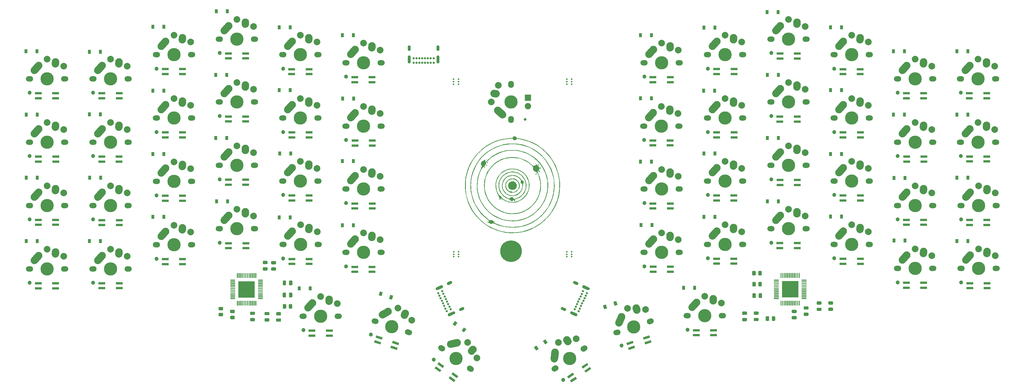
<source format=gbr>
%TF.GenerationSoftware,KiCad,Pcbnew,5.1.10*%
%TF.CreationDate,2021-09-05T22:53:56-04:00*%
%TF.ProjectId,tryptris_pcb,74727970-7472-4697-935f-7063622e6b69,rev?*%
%TF.SameCoordinates,Original*%
%TF.FileFunction,Soldermask,Bot*%
%TF.FilePolarity,Negative*%
%FSLAX46Y46*%
G04 Gerber Fmt 4.6, Leading zero omitted, Abs format (unit mm)*
G04 Created by KiCad (PCBNEW 5.1.10) date 2021-09-05 22:53:56*
%MOMM*%
%LPD*%
G01*
G04 APERTURE LIST*
%ADD10C,0.010000*%
%ADD11R,5.000000X5.000000*%
%ADD12R,2.000000X0.700000*%
%ADD13C,0.100000*%
%ADD14C,1.200000*%
%ADD15C,1.700000*%
%ADD16C,2.000000*%
%ADD17C,1.750000*%
%ADD18C,2.250000*%
%ADD19C,3.987800*%
%ADD20C,0.650000*%
%ADD21R,1.905000X1.905000*%
%ADD22C,1.905000*%
%ADD23C,0.800000*%
%ADD24C,6.500000*%
%ADD25R,0.900000X1.200000*%
%ADD26C,0.500000*%
%ADD27O,0.900000X2.400000*%
%ADD28O,0.900000X1.700000*%
G04 APERTURE END LIST*
D10*
%TO.C,G\u002A\u002A\u002A*%
G36*
X174763241Y-82576193D02*
G01*
X175020642Y-82910012D01*
X175201774Y-83046493D01*
X175578681Y-83194585D01*
X175989922Y-83219592D01*
X176390408Y-83131738D01*
X176735053Y-82941251D01*
X176978771Y-82658358D01*
X176987794Y-82641401D01*
X177107667Y-82312950D01*
X177162595Y-81956288D01*
X177140446Y-81654094D01*
X177135329Y-81635895D01*
X176971322Y-81314900D01*
X176707047Y-81019389D01*
X176399675Y-80807883D01*
X176280320Y-80760757D01*
X175819117Y-80704524D01*
X175383535Y-80813311D01*
X175045037Y-81034577D01*
X174771992Y-81375380D01*
X174635973Y-81771101D01*
X174634037Y-82183964D01*
X174763241Y-82576193D01*
G37*
X174763241Y-82576193D02*
X175020642Y-82910012D01*
X175201774Y-83046493D01*
X175578681Y-83194585D01*
X175989922Y-83219592D01*
X176390408Y-83131738D01*
X176735053Y-82941251D01*
X176978771Y-82658358D01*
X176987794Y-82641401D01*
X177107667Y-82312950D01*
X177162595Y-81956288D01*
X177140446Y-81654094D01*
X177135329Y-81635895D01*
X176971322Y-81314900D01*
X176707047Y-81019389D01*
X176399675Y-80807883D01*
X176280320Y-80760757D01*
X175819117Y-80704524D01*
X175383535Y-80813311D01*
X175045037Y-81034577D01*
X174771992Y-81375380D01*
X174635973Y-81771101D01*
X174634037Y-82183964D01*
X174763241Y-82576193D01*
G36*
X173821123Y-82351718D02*
G01*
X173981612Y-82874616D01*
X174007483Y-82927667D01*
X174167473Y-83215644D01*
X174331162Y-83429291D01*
X174543497Y-83613218D01*
X174849424Y-83812034D01*
X174971289Y-83884249D01*
X175210602Y-84016707D01*
X175398958Y-84086313D01*
X175602254Y-84105055D01*
X175886386Y-84084920D01*
X176004763Y-84072266D01*
X176603378Y-83952696D01*
X177083255Y-83728325D01*
X177471114Y-83381041D01*
X177793676Y-82892734D01*
X177820094Y-82841885D01*
X177921786Y-82558635D01*
X177991296Y-82207990D01*
X178016772Y-81869385D01*
X177996792Y-81657667D01*
X177778610Y-81040106D01*
X177451311Y-80547704D01*
X177007276Y-80170073D01*
X176829442Y-80066550D01*
X176425109Y-79928498D01*
X175944230Y-79876482D01*
X175892333Y-79880099D01*
X175892333Y-79994572D01*
X176461950Y-80072753D01*
X176967270Y-80300733D01*
X177363053Y-80642131D01*
X177641861Y-81004389D01*
X177799999Y-81345405D01*
X177861201Y-81732376D01*
X177859882Y-82048772D01*
X177824434Y-82425051D01*
X177740827Y-82718690D01*
X177584678Y-83014703D01*
X177581285Y-83020200D01*
X177224044Y-83447546D01*
X176766121Y-83762189D01*
X176246754Y-83938778D01*
X176132967Y-83956018D01*
X175877420Y-83978793D01*
X175741519Y-83960111D01*
X175678009Y-83887110D01*
X175658829Y-83826971D01*
X175571704Y-83671376D01*
X175434252Y-83677392D01*
X175313171Y-83772924D01*
X175160402Y-83817222D01*
X174944394Y-83743648D01*
X174695926Y-83575161D01*
X174445782Y-83334719D01*
X174224742Y-83045283D01*
X174138610Y-82896832D01*
X173946010Y-82362767D01*
X173906692Y-81830975D01*
X174006459Y-81324952D01*
X174231114Y-80868193D01*
X174566460Y-80484192D01*
X174998300Y-80196444D01*
X175512437Y-80028443D01*
X175892333Y-79994572D01*
X175892333Y-79880099D01*
X175456105Y-79910504D01*
X175030033Y-80030563D01*
X174955224Y-80066550D01*
X174577348Y-80328334D01*
X174235142Y-80676453D01*
X173978402Y-81055538D01*
X173895912Y-81244434D01*
X173791136Y-81786897D01*
X173821123Y-82351718D01*
G37*
X173821123Y-82351718D02*
X173981612Y-82874616D01*
X174007483Y-82927667D01*
X174167473Y-83215644D01*
X174331162Y-83429291D01*
X174543497Y-83613218D01*
X174849424Y-83812034D01*
X174971289Y-83884249D01*
X175210602Y-84016707D01*
X175398958Y-84086313D01*
X175602254Y-84105055D01*
X175886386Y-84084920D01*
X176004763Y-84072266D01*
X176603378Y-83952696D01*
X177083255Y-83728325D01*
X177471114Y-83381041D01*
X177793676Y-82892734D01*
X177820094Y-82841885D01*
X177921786Y-82558635D01*
X177991296Y-82207990D01*
X178016772Y-81869385D01*
X177996792Y-81657667D01*
X177778610Y-81040106D01*
X177451311Y-80547704D01*
X177007276Y-80170073D01*
X176829442Y-80066550D01*
X176425109Y-79928498D01*
X175944230Y-79876482D01*
X175892333Y-79880099D01*
X175892333Y-79994572D01*
X176461950Y-80072753D01*
X176967270Y-80300733D01*
X177363053Y-80642131D01*
X177641861Y-81004389D01*
X177799999Y-81345405D01*
X177861201Y-81732376D01*
X177859882Y-82048772D01*
X177824434Y-82425051D01*
X177740827Y-82718690D01*
X177584678Y-83014703D01*
X177581285Y-83020200D01*
X177224044Y-83447546D01*
X176766121Y-83762189D01*
X176246754Y-83938778D01*
X176132967Y-83956018D01*
X175877420Y-83978793D01*
X175741519Y-83960111D01*
X175678009Y-83887110D01*
X175658829Y-83826971D01*
X175571704Y-83671376D01*
X175434252Y-83677392D01*
X175313171Y-83772924D01*
X175160402Y-83817222D01*
X174944394Y-83743648D01*
X174695926Y-83575161D01*
X174445782Y-83334719D01*
X174224742Y-83045283D01*
X174138610Y-82896832D01*
X173946010Y-82362767D01*
X173906692Y-81830975D01*
X174006459Y-81324952D01*
X174231114Y-80868193D01*
X174566460Y-80484192D01*
X174998300Y-80196444D01*
X175512437Y-80028443D01*
X175892333Y-79994572D01*
X175892333Y-79880099D01*
X175456105Y-79910504D01*
X175030033Y-80030563D01*
X174955224Y-80066550D01*
X174577348Y-80328334D01*
X174235142Y-80676453D01*
X173978402Y-81055538D01*
X173895912Y-81244434D01*
X173791136Y-81786897D01*
X173821123Y-82351718D01*
G36*
X172803389Y-82377900D02*
G01*
X172807778Y-82411635D01*
X172979838Y-83092437D01*
X173288713Y-83695607D01*
X173714612Y-84207919D01*
X174237743Y-84616151D01*
X174838317Y-84907078D01*
X175496541Y-85067477D01*
X176192626Y-85084123D01*
X176687724Y-85004145D01*
X177323717Y-84768252D01*
X177881446Y-84396205D01*
X178344326Y-83909550D01*
X178695767Y-83329836D01*
X178919183Y-82678609D01*
X178997847Y-82003266D01*
X179017505Y-81635640D01*
X179065867Y-81396543D01*
X179111512Y-81320733D01*
X179253842Y-81110348D01*
X179259854Y-80855975D01*
X179189344Y-80702570D01*
X179011966Y-80555964D01*
X178853039Y-80514667D01*
X178649129Y-80440750D01*
X178522693Y-80271677D01*
X178319642Y-79989706D01*
X178008268Y-79683638D01*
X177637068Y-79393259D01*
X177254541Y-79158356D01*
X177052404Y-79065463D01*
X176470754Y-78913766D01*
X175892333Y-78874953D01*
X175892333Y-78990667D01*
X176616035Y-79064338D01*
X177256844Y-79285614D01*
X177815544Y-79654886D01*
X178292922Y-80172548D01*
X178311752Y-80198298D01*
X178452683Y-80406438D01*
X178500434Y-80539870D01*
X178467610Y-80656112D01*
X178426738Y-80722990D01*
X178352457Y-80966831D01*
X178413664Y-81203464D01*
X178588466Y-81374236D01*
X178683338Y-81410481D01*
X178805079Y-81455408D01*
X178869350Y-81541944D01*
X178894254Y-81715566D01*
X178898000Y-81949723D01*
X178874338Y-82313484D01*
X178814254Y-82687673D01*
X178774794Y-82844468D01*
X178511032Y-83441974D01*
X178114245Y-83972488D01*
X177612886Y-84414715D01*
X177035404Y-84747360D01*
X176410248Y-84949127D01*
X175892333Y-85002000D01*
X175256259Y-84921621D01*
X174643404Y-84695125D01*
X174081776Y-84344469D01*
X173599382Y-83891612D01*
X173224230Y-83358515D01*
X172984326Y-82767135D01*
X172970097Y-82710850D01*
X172893050Y-82040084D01*
X172969315Y-81362484D01*
X173188022Y-80712664D01*
X173538300Y-80125233D01*
X173909350Y-79720403D01*
X174445574Y-79332924D01*
X175036740Y-79094084D01*
X175707622Y-78994765D01*
X175892333Y-78990667D01*
X175892333Y-78874953D01*
X175827228Y-78870584D01*
X175189911Y-78935873D01*
X174728449Y-79066890D01*
X174126128Y-79388830D01*
X173617524Y-79835597D01*
X173216792Y-80382539D01*
X172938088Y-81005005D01*
X172795569Y-81678342D01*
X172803389Y-82377900D01*
G37*
X172803389Y-82377900D02*
X172807778Y-82411635D01*
X172979838Y-83092437D01*
X173288713Y-83695607D01*
X173714612Y-84207919D01*
X174237743Y-84616151D01*
X174838317Y-84907078D01*
X175496541Y-85067477D01*
X176192626Y-85084123D01*
X176687724Y-85004145D01*
X177323717Y-84768252D01*
X177881446Y-84396205D01*
X178344326Y-83909550D01*
X178695767Y-83329836D01*
X178919183Y-82678609D01*
X178997847Y-82003266D01*
X179017505Y-81635640D01*
X179065867Y-81396543D01*
X179111512Y-81320733D01*
X179253842Y-81110348D01*
X179259854Y-80855975D01*
X179189344Y-80702570D01*
X179011966Y-80555964D01*
X178853039Y-80514667D01*
X178649129Y-80440750D01*
X178522693Y-80271677D01*
X178319642Y-79989706D01*
X178008268Y-79683638D01*
X177637068Y-79393259D01*
X177254541Y-79158356D01*
X177052404Y-79065463D01*
X176470754Y-78913766D01*
X175892333Y-78874953D01*
X175892333Y-78990667D01*
X176616035Y-79064338D01*
X177256844Y-79285614D01*
X177815544Y-79654886D01*
X178292922Y-80172548D01*
X178311752Y-80198298D01*
X178452683Y-80406438D01*
X178500434Y-80539870D01*
X178467610Y-80656112D01*
X178426738Y-80722990D01*
X178352457Y-80966831D01*
X178413664Y-81203464D01*
X178588466Y-81374236D01*
X178683338Y-81410481D01*
X178805079Y-81455408D01*
X178869350Y-81541944D01*
X178894254Y-81715566D01*
X178898000Y-81949723D01*
X178874338Y-82313484D01*
X178814254Y-82687673D01*
X178774794Y-82844468D01*
X178511032Y-83441974D01*
X178114245Y-83972488D01*
X177612886Y-84414715D01*
X177035404Y-84747360D01*
X176410248Y-84949127D01*
X175892333Y-85002000D01*
X175256259Y-84921621D01*
X174643404Y-84695125D01*
X174081776Y-84344469D01*
X173599382Y-83891612D01*
X173224230Y-83358515D01*
X172984326Y-82767135D01*
X172970097Y-82710850D01*
X172893050Y-82040084D01*
X172969315Y-81362484D01*
X173188022Y-80712664D01*
X173538300Y-80125233D01*
X173909350Y-79720403D01*
X174445574Y-79332924D01*
X175036740Y-79094084D01*
X175707622Y-78994765D01*
X175892333Y-78990667D01*
X175892333Y-78874953D01*
X175827228Y-78870584D01*
X175189911Y-78935873D01*
X174728449Y-79066890D01*
X174126128Y-79388830D01*
X173617524Y-79835597D01*
X173216792Y-80382539D01*
X172938088Y-81005005D01*
X172795569Y-81678342D01*
X172803389Y-82377900D01*
G36*
X176411770Y-86524964D02*
G01*
X176507910Y-86594502D01*
X176548544Y-86589525D01*
X176657337Y-86484696D01*
X176676342Y-86330311D01*
X176609310Y-86228005D01*
X176472198Y-86224254D01*
X176424047Y-86256753D01*
X176374484Y-86387437D01*
X176411770Y-86524964D01*
G37*
X176411770Y-86524964D02*
X176507910Y-86594502D01*
X176548544Y-86589525D01*
X176657337Y-86484696D01*
X176676342Y-86330311D01*
X176609310Y-86228005D01*
X176472198Y-86224254D01*
X176424047Y-86256753D01*
X176374484Y-86387437D01*
X176411770Y-86524964D01*
G36*
X171860763Y-83033229D02*
G01*
X172145798Y-83786680D01*
X172581576Y-84484013D01*
X172935337Y-84890964D01*
X173463124Y-85353407D01*
X174041035Y-85700928D01*
X174077987Y-85718844D01*
X174382690Y-85858513D01*
X174636673Y-85963354D01*
X174795490Y-86015356D01*
X174816130Y-86018000D01*
X174936803Y-86075622D01*
X175116160Y-86222254D01*
X175218653Y-86324022D01*
X175414344Y-86510245D01*
X175566123Y-86585866D01*
X175729427Y-86577408D01*
X175742134Y-86574491D01*
X175972913Y-86467451D01*
X176146333Y-86321088D01*
X176402799Y-86145939D01*
X176706258Y-86067167D01*
X177209407Y-85935344D01*
X177754082Y-85692540D01*
X178286489Y-85367734D01*
X178752835Y-84989901D01*
X178810625Y-84933588D01*
X179345204Y-84283889D01*
X179735673Y-83557465D01*
X179975689Y-82774767D01*
X180058909Y-81956248D01*
X179984249Y-81149667D01*
X179806101Y-80551454D01*
X179509955Y-79938998D01*
X179129213Y-79373902D01*
X178851540Y-79060520D01*
X178213028Y-78531223D01*
X177525104Y-78151580D01*
X176805320Y-77915717D01*
X176071231Y-77817760D01*
X175964256Y-77822747D01*
X175964256Y-77925129D01*
X176717625Y-78008806D01*
X177445926Y-78238352D01*
X178127417Y-78613955D01*
X178601796Y-78998278D01*
X179159716Y-79614842D01*
X179557265Y-80264673D01*
X179802768Y-80966328D01*
X179904546Y-81738366D01*
X179908441Y-81911667D01*
X179895177Y-82303916D01*
X179856953Y-82693923D01*
X179801877Y-83000337D01*
X179798738Y-83012334D01*
X179509161Y-83781954D01*
X179083065Y-84459719D01*
X178532912Y-85034262D01*
X177871163Y-85494217D01*
X177110282Y-85828219D01*
X176548926Y-85976339D01*
X176351794Y-85996718D01*
X176247118Y-85930838D01*
X176190793Y-85811926D01*
X176031828Y-85587837D01*
X175796953Y-85466120D01*
X175536751Y-85450810D01*
X175301810Y-85545946D01*
X175153838Y-85729178D01*
X175076354Y-85847923D01*
X174963646Y-85899295D01*
X174788718Y-85879480D01*
X174524570Y-85784662D01*
X174144205Y-85611025D01*
X174072000Y-85576274D01*
X173435701Y-85178937D01*
X172872196Y-84647841D01*
X172410423Y-84012785D01*
X172236568Y-83686456D01*
X172085242Y-83348971D01*
X171989011Y-83067761D01*
X171932323Y-82776987D01*
X171899629Y-82410809D01*
X171889158Y-82215514D01*
X171908880Y-81396854D01*
X172058713Y-80672515D01*
X172348393Y-80017723D01*
X172787655Y-79407707D01*
X173134929Y-79045365D01*
X173771155Y-78547439D01*
X174469279Y-78194633D01*
X175207560Y-77987134D01*
X175964256Y-77925129D01*
X175964256Y-77822747D01*
X175340389Y-77851832D01*
X174630347Y-78012060D01*
X173958659Y-78292568D01*
X173342877Y-78687482D01*
X172800554Y-79190926D01*
X172349245Y-79797027D01*
X172006501Y-80499909D01*
X171789876Y-81293697D01*
X171767705Y-81431400D01*
X171732667Y-82242016D01*
X171860763Y-83033229D01*
G37*
X171860763Y-83033229D02*
X172145798Y-83786680D01*
X172581576Y-84484013D01*
X172935337Y-84890964D01*
X173463124Y-85353407D01*
X174041035Y-85700928D01*
X174077987Y-85718844D01*
X174382690Y-85858513D01*
X174636673Y-85963354D01*
X174795490Y-86015356D01*
X174816130Y-86018000D01*
X174936803Y-86075622D01*
X175116160Y-86222254D01*
X175218653Y-86324022D01*
X175414344Y-86510245D01*
X175566123Y-86585866D01*
X175729427Y-86577408D01*
X175742134Y-86574491D01*
X175972913Y-86467451D01*
X176146333Y-86321088D01*
X176402799Y-86145939D01*
X176706258Y-86067167D01*
X177209407Y-85935344D01*
X177754082Y-85692540D01*
X178286489Y-85367734D01*
X178752835Y-84989901D01*
X178810625Y-84933588D01*
X179345204Y-84283889D01*
X179735673Y-83557465D01*
X179975689Y-82774767D01*
X180058909Y-81956248D01*
X179984249Y-81149667D01*
X179806101Y-80551454D01*
X179509955Y-79938998D01*
X179129213Y-79373902D01*
X178851540Y-79060520D01*
X178213028Y-78531223D01*
X177525104Y-78151580D01*
X176805320Y-77915717D01*
X176071231Y-77817760D01*
X175964256Y-77822747D01*
X175964256Y-77925129D01*
X176717625Y-78008806D01*
X177445926Y-78238352D01*
X178127417Y-78613955D01*
X178601796Y-78998278D01*
X179159716Y-79614842D01*
X179557265Y-80264673D01*
X179802768Y-80966328D01*
X179904546Y-81738366D01*
X179908441Y-81911667D01*
X179895177Y-82303916D01*
X179856953Y-82693923D01*
X179801877Y-83000337D01*
X179798738Y-83012334D01*
X179509161Y-83781954D01*
X179083065Y-84459719D01*
X178532912Y-85034262D01*
X177871163Y-85494217D01*
X177110282Y-85828219D01*
X176548926Y-85976339D01*
X176351794Y-85996718D01*
X176247118Y-85930838D01*
X176190793Y-85811926D01*
X176031828Y-85587837D01*
X175796953Y-85466120D01*
X175536751Y-85450810D01*
X175301810Y-85545946D01*
X175153838Y-85729178D01*
X175076354Y-85847923D01*
X174963646Y-85899295D01*
X174788718Y-85879480D01*
X174524570Y-85784662D01*
X174144205Y-85611025D01*
X174072000Y-85576274D01*
X173435701Y-85178937D01*
X172872196Y-84647841D01*
X172410423Y-84012785D01*
X172236568Y-83686456D01*
X172085242Y-83348971D01*
X171989011Y-83067761D01*
X171932323Y-82776987D01*
X171899629Y-82410809D01*
X171889158Y-82215514D01*
X171908880Y-81396854D01*
X172058713Y-80672515D01*
X172348393Y-80017723D01*
X172787655Y-79407707D01*
X173134929Y-79045365D01*
X173771155Y-78547439D01*
X174469279Y-78194633D01*
X175207560Y-77987134D01*
X175964256Y-77925129D01*
X175964256Y-77822747D01*
X175340389Y-77851832D01*
X174630347Y-78012060D01*
X173958659Y-78292568D01*
X173342877Y-78687482D01*
X172800554Y-79190926D01*
X172349245Y-79797027D01*
X172006501Y-80499909D01*
X171789876Y-81293697D01*
X171767705Y-81431400D01*
X171732667Y-82242016D01*
X171860763Y-83033229D01*
G36*
X171974302Y-86111825D02*
G01*
X171997666Y-86115367D01*
X172096941Y-86049452D01*
X172108438Y-86024350D01*
X172067568Y-85947148D01*
X171997666Y-85933334D01*
X171892293Y-85976293D01*
X171886894Y-86024350D01*
X171974302Y-86111825D01*
G37*
X171974302Y-86111825D02*
X171997666Y-86115367D01*
X172096941Y-86049452D01*
X172108438Y-86024350D01*
X172067568Y-85947148D01*
X171997666Y-85933334D01*
X171892293Y-85976293D01*
X171886894Y-86024350D01*
X171974302Y-86111825D01*
G36*
X172397636Y-86196491D02*
G01*
X172421000Y-86200034D01*
X172520274Y-86134119D01*
X172531772Y-86109017D01*
X172490901Y-86031814D01*
X172421000Y-86018000D01*
X172315626Y-86060960D01*
X172310227Y-86109017D01*
X172397636Y-86196491D01*
G37*
X172397636Y-86196491D02*
X172421000Y-86200034D01*
X172520274Y-86134119D01*
X172531772Y-86109017D01*
X172490901Y-86031814D01*
X172421000Y-86018000D01*
X172315626Y-86060960D01*
X172310227Y-86109017D01*
X172397636Y-86196491D01*
G36*
X170908924Y-82933786D02*
G01*
X171145667Y-83806790D01*
X171539751Y-84621143D01*
X171590213Y-84703307D01*
X171782332Y-85052859D01*
X171877339Y-85326488D01*
X171884086Y-85429731D01*
X171925143Y-85662789D01*
X172076373Y-85806952D01*
X172296612Y-85823428D01*
X172300737Y-85822373D01*
X172503404Y-85848173D01*
X172787426Y-86013683D01*
X172846862Y-86057873D01*
X173479794Y-86458743D01*
X174201032Y-86776615D01*
X174622333Y-86906835D01*
X175111176Y-86992385D01*
X175693006Y-87031238D01*
X176298031Y-87023363D01*
X176856464Y-86968733D01*
X177162333Y-86907897D01*
X177957301Y-86620705D01*
X178715846Y-86188953D01*
X179403905Y-85637396D01*
X179987420Y-84990790D01*
X180183127Y-84712306D01*
X180521102Y-84066860D01*
X180774294Y-83326870D01*
X180931038Y-82546415D01*
X180979671Y-81779576D01*
X180935106Y-81226045D01*
X180834159Y-80728175D01*
X180685251Y-80266189D01*
X180463684Y-79768485D01*
X180365476Y-79574677D01*
X179887837Y-78825632D01*
X179304718Y-78194542D01*
X178634832Y-77684252D01*
X177896892Y-77297606D01*
X177109608Y-77037450D01*
X176291695Y-76906630D01*
X176093655Y-76906954D01*
X176093655Y-77007038D01*
X176933499Y-77124173D01*
X177754044Y-77381920D01*
X178524578Y-77768582D01*
X179214389Y-78272459D01*
X179655256Y-78714416D01*
X179961664Y-79130871D01*
X180261245Y-79645728D01*
X180518807Y-80190653D01*
X180699160Y-80697312D01*
X180722626Y-80787038D01*
X180802302Y-81284143D01*
X180833235Y-81866405D01*
X180815759Y-82460751D01*
X180750205Y-82994107D01*
X180711772Y-83169446D01*
X180414475Y-84000441D01*
X179975845Y-84764417D01*
X179414691Y-85442793D01*
X178749822Y-86016988D01*
X178000045Y-86468422D01*
X177184170Y-86778513D01*
X177014468Y-86821994D01*
X176150063Y-86941238D01*
X175269444Y-86903700D01*
X174408701Y-86713650D01*
X173711297Y-86431191D01*
X173175174Y-86131345D01*
X172798136Y-85851774D01*
X172583240Y-85595040D01*
X172532179Y-85443620D01*
X172463797Y-85257102D01*
X172282643Y-85148777D01*
X172240732Y-85135537D01*
X171995767Y-84986179D01*
X171740790Y-84691412D01*
X171490746Y-84273309D01*
X171260581Y-83753945D01*
X171207365Y-83609366D01*
X171048518Y-82998489D01*
X170961582Y-82305936D01*
X170951885Y-81605721D01*
X171019457Y-80998805D01*
X171158296Y-80502604D01*
X171382909Y-79948448D01*
X171662355Y-79400087D01*
X171965689Y-78921275D01*
X172128234Y-78714416D01*
X172726940Y-78145333D01*
X173440668Y-77669034D01*
X174231426Y-77305769D01*
X175061223Y-77075790D01*
X175265224Y-77042214D01*
X176093655Y-77007038D01*
X176093655Y-76906954D01*
X175461863Y-76907989D01*
X174638825Y-77044372D01*
X173841294Y-77318626D01*
X173087981Y-77733595D01*
X172397600Y-78292124D01*
X172335008Y-78353714D01*
X171725333Y-79067269D01*
X171276128Y-79830559D01*
X170983258Y-80653576D01*
X170842589Y-81546312D01*
X170827890Y-81996334D01*
X170908924Y-82933786D01*
G37*
X170908924Y-82933786D02*
X171145667Y-83806790D01*
X171539751Y-84621143D01*
X171590213Y-84703307D01*
X171782332Y-85052859D01*
X171877339Y-85326488D01*
X171884086Y-85429731D01*
X171925143Y-85662789D01*
X172076373Y-85806952D01*
X172296612Y-85823428D01*
X172300737Y-85822373D01*
X172503404Y-85848173D01*
X172787426Y-86013683D01*
X172846862Y-86057873D01*
X173479794Y-86458743D01*
X174201032Y-86776615D01*
X174622333Y-86906835D01*
X175111176Y-86992385D01*
X175693006Y-87031238D01*
X176298031Y-87023363D01*
X176856464Y-86968733D01*
X177162333Y-86907897D01*
X177957301Y-86620705D01*
X178715846Y-86188953D01*
X179403905Y-85637396D01*
X179987420Y-84990790D01*
X180183127Y-84712306D01*
X180521102Y-84066860D01*
X180774294Y-83326870D01*
X180931038Y-82546415D01*
X180979671Y-81779576D01*
X180935106Y-81226045D01*
X180834159Y-80728175D01*
X180685251Y-80266189D01*
X180463684Y-79768485D01*
X180365476Y-79574677D01*
X179887837Y-78825632D01*
X179304718Y-78194542D01*
X178634832Y-77684252D01*
X177896892Y-77297606D01*
X177109608Y-77037450D01*
X176291695Y-76906630D01*
X176093655Y-76906954D01*
X176093655Y-77007038D01*
X176933499Y-77124173D01*
X177754044Y-77381920D01*
X178524578Y-77768582D01*
X179214389Y-78272459D01*
X179655256Y-78714416D01*
X179961664Y-79130871D01*
X180261245Y-79645728D01*
X180518807Y-80190653D01*
X180699160Y-80697312D01*
X180722626Y-80787038D01*
X180802302Y-81284143D01*
X180833235Y-81866405D01*
X180815759Y-82460751D01*
X180750205Y-82994107D01*
X180711772Y-83169446D01*
X180414475Y-84000441D01*
X179975845Y-84764417D01*
X179414691Y-85442793D01*
X178749822Y-86016988D01*
X178000045Y-86468422D01*
X177184170Y-86778513D01*
X177014468Y-86821994D01*
X176150063Y-86941238D01*
X175269444Y-86903700D01*
X174408701Y-86713650D01*
X173711297Y-86431191D01*
X173175174Y-86131345D01*
X172798136Y-85851774D01*
X172583240Y-85595040D01*
X172532179Y-85443620D01*
X172463797Y-85257102D01*
X172282643Y-85148777D01*
X172240732Y-85135537D01*
X171995767Y-84986179D01*
X171740790Y-84691412D01*
X171490746Y-84273309D01*
X171260581Y-83753945D01*
X171207365Y-83609366D01*
X171048518Y-82998489D01*
X170961582Y-82305936D01*
X170951885Y-81605721D01*
X171019457Y-80998805D01*
X171158296Y-80502604D01*
X171382909Y-79948448D01*
X171662355Y-79400087D01*
X171965689Y-78921275D01*
X172128234Y-78714416D01*
X172726940Y-78145333D01*
X173440668Y-77669034D01*
X174231426Y-77305769D01*
X175061223Y-77075790D01*
X175265224Y-77042214D01*
X176093655Y-77007038D01*
X176093655Y-76906954D01*
X175461863Y-76907989D01*
X174638825Y-77044372D01*
X173841294Y-77318626D01*
X173087981Y-77733595D01*
X172397600Y-78292124D01*
X172335008Y-78353714D01*
X171725333Y-79067269D01*
X171276128Y-79830559D01*
X170983258Y-80653576D01*
X170842589Y-81546312D01*
X170827890Y-81996334D01*
X170908924Y-82933786D01*
G36*
X182833996Y-78553665D02*
G01*
X182853022Y-78576890D01*
X182986533Y-78624293D01*
X183104550Y-78562540D01*
X183131333Y-78482667D01*
X183069659Y-78374078D01*
X183039289Y-78351107D01*
X182910166Y-78341217D01*
X182823536Y-78430796D01*
X182833996Y-78553665D01*
G37*
X182833996Y-78553665D02*
X182853022Y-78576890D01*
X182986533Y-78624293D01*
X183104550Y-78562540D01*
X183131333Y-78482667D01*
X183069659Y-78374078D01*
X183039289Y-78351107D01*
X182910166Y-78341217D01*
X182823536Y-78430796D01*
X182833996Y-78553665D01*
G36*
X167366439Y-76520582D02*
G01*
X167425666Y-76535334D01*
X167542275Y-76483760D01*
X167521256Y-76366665D01*
X167496222Y-76337778D01*
X167372298Y-76283847D01*
X167301506Y-76371969D01*
X167298666Y-76408334D01*
X167366439Y-76520582D01*
G37*
X167366439Y-76520582D02*
X167425666Y-76535334D01*
X167542275Y-76483760D01*
X167521256Y-76366665D01*
X167496222Y-76337778D01*
X167372298Y-76283847D01*
X167301506Y-76371969D01*
X167298666Y-76408334D01*
X167366439Y-76520582D01*
G36*
X168018010Y-75924237D02*
G01*
X168129458Y-76007931D01*
X168215824Y-75971082D01*
X168230000Y-75907389D01*
X168161830Y-75790757D01*
X168095944Y-75773334D01*
X168003226Y-75822687D01*
X168018010Y-75924237D01*
G37*
X168018010Y-75924237D02*
X168129458Y-76007931D01*
X168215824Y-75971082D01*
X168230000Y-75907389D01*
X168161830Y-75790757D01*
X168095944Y-75773334D01*
X168003226Y-75822687D01*
X168018010Y-75924237D01*
G36*
X168314666Y-75138334D02*
G01*
X168455029Y-75144487D01*
X168498754Y-75115112D01*
X168529139Y-75011323D01*
X168484000Y-74969000D01*
X168343637Y-74962846D01*
X168299912Y-74992221D01*
X168269527Y-75096011D01*
X168314666Y-75138334D01*
G37*
X168314666Y-75138334D02*
X168455029Y-75144487D01*
X168498754Y-75115112D01*
X168529139Y-75011323D01*
X168484000Y-74969000D01*
X168343637Y-74962846D01*
X168299912Y-74992221D01*
X168269527Y-75096011D01*
X168314666Y-75138334D01*
G36*
X182820888Y-75406445D02*
G01*
X182871223Y-75394822D01*
X182877333Y-75350000D01*
X182846355Y-75280310D01*
X182820888Y-75293556D01*
X182810755Y-75394035D01*
X182820888Y-75406445D01*
G37*
X182820888Y-75406445D02*
X182871223Y-75394822D01*
X182877333Y-75350000D01*
X182846355Y-75280310D01*
X182820888Y-75293556D01*
X182810755Y-75394035D01*
X182820888Y-75406445D01*
G36*
X183622549Y-75928552D02*
G01*
X183681666Y-75942667D01*
X183788166Y-75879529D01*
X183802933Y-75746025D01*
X183754524Y-75662746D01*
X183650926Y-75643056D01*
X183568736Y-75739931D01*
X183554666Y-75820664D01*
X183622549Y-75928552D01*
G37*
X183622549Y-75928552D02*
X183681666Y-75942667D01*
X183788166Y-75879529D01*
X183802933Y-75746025D01*
X183754524Y-75662746D01*
X183650926Y-75643056D01*
X183568736Y-75739931D01*
X183554666Y-75820664D01*
X183622549Y-75928552D01*
G36*
X183783868Y-77862171D02*
G01*
X183893333Y-77890000D01*
X184034837Y-77830132D01*
X184062666Y-77720667D01*
X184002798Y-77579163D01*
X183893333Y-77551334D01*
X183751829Y-77611202D01*
X183724000Y-77720667D01*
X183783868Y-77862171D01*
G37*
X183783868Y-77862171D02*
X183893333Y-77890000D01*
X184034837Y-77830132D01*
X184062666Y-77720667D01*
X184002798Y-77579163D01*
X183893333Y-77551334D01*
X183751829Y-77611202D01*
X183724000Y-77720667D01*
X183783868Y-77862171D01*
G36*
X167424520Y-82671927D02*
G01*
X167492851Y-83360945D01*
X167596956Y-83963603D01*
X167631274Y-84105247D01*
X168013902Y-85242980D01*
X168539495Y-86297694D01*
X169198449Y-87259831D01*
X169981162Y-88119835D01*
X170878029Y-88868148D01*
X171879446Y-89495213D01*
X172975811Y-89991471D01*
X173818000Y-90262256D01*
X174379562Y-90373940D01*
X175050015Y-90444106D01*
X175777661Y-90472625D01*
X176510803Y-90459369D01*
X177197744Y-90404209D01*
X177786786Y-90307018D01*
X177926401Y-90272454D01*
X179106825Y-89870012D01*
X180190875Y-89332867D01*
X181171056Y-88668436D01*
X182039875Y-87884139D01*
X182789836Y-86987392D01*
X183413445Y-85985617D01*
X183903207Y-84886230D01*
X184148884Y-84113000D01*
X184268012Y-83525367D01*
X184345166Y-82832319D01*
X184379029Y-82090289D01*
X184368283Y-81355705D01*
X184311611Y-80684999D01*
X184238812Y-80260667D01*
X184004754Y-79369180D01*
X183729218Y-78607078D01*
X183535734Y-78190503D01*
X183326036Y-77777885D01*
X183598975Y-77538242D01*
X183786587Y-77323104D01*
X183909951Y-77089770D01*
X183923893Y-77038701D01*
X183915670Y-76693525D01*
X183780337Y-76356296D01*
X183548015Y-76093870D01*
X183477151Y-76047120D01*
X183276236Y-75872060D01*
X183189245Y-75689205D01*
X183160938Y-75541425D01*
X183131277Y-75554712D01*
X183091070Y-75667500D01*
X183005372Y-75815165D01*
X182929704Y-75858000D01*
X182799430Y-75895526D01*
X182589944Y-75989530D01*
X182509424Y-76031154D01*
X182186357Y-76204308D01*
X181614625Y-75664966D01*
X180746383Y-74959834D01*
X179781980Y-74381981D01*
X178742769Y-73936767D01*
X177650104Y-73629552D01*
X176525337Y-73465697D01*
X175892333Y-73457260D01*
X175892333Y-73624897D01*
X176627415Y-73636169D01*
X177238900Y-73676239D01*
X177771405Y-73754488D01*
X178269550Y-73880299D01*
X178777952Y-74063051D01*
X179341232Y-74312128D01*
X179483716Y-74380012D01*
X180157886Y-74731608D01*
X180732675Y-75098728D01*
X181275270Y-75527369D01*
X181631347Y-75850203D01*
X181874893Y-76084939D01*
X182016747Y-76247261D01*
X182079615Y-76379642D01*
X182086204Y-76524555D01*
X182067906Y-76666786D01*
X182066523Y-77040946D01*
X182151158Y-77284749D01*
X182338522Y-77522063D01*
X182600213Y-77710141D01*
X182867924Y-77802456D01*
X182915462Y-77805334D01*
X183030389Y-77871255D01*
X183046666Y-77932334D01*
X183096071Y-78046089D01*
X183190389Y-78033636D01*
X183234309Y-77962071D01*
X183280326Y-77975304D01*
X183368461Y-78117802D01*
X183485500Y-78358791D01*
X183618229Y-78667500D01*
X183753434Y-79013154D01*
X183877901Y-79364981D01*
X183978415Y-79692208D01*
X183980496Y-79699770D01*
X184217517Y-80810116D01*
X184304516Y-81884940D01*
X184244191Y-82961868D01*
X184225035Y-83108549D01*
X183983469Y-84242312D01*
X183584999Y-85339400D01*
X183041582Y-86375835D01*
X182365170Y-87327640D01*
X181822831Y-87926832D01*
X180938891Y-88696801D01*
X179981282Y-89322640D01*
X178965219Y-89804347D01*
X177905916Y-90141924D01*
X176818587Y-90335369D01*
X175718445Y-90384684D01*
X174620705Y-90289867D01*
X173540580Y-90050919D01*
X172493284Y-89667841D01*
X171494032Y-89140631D01*
X170558037Y-88469291D01*
X169961835Y-87926832D01*
X169192595Y-87044162D01*
X168566702Y-86088210D01*
X168084019Y-85074193D01*
X167744412Y-84017326D01*
X167547746Y-82932825D01*
X167493886Y-81835907D01*
X167582696Y-80741786D01*
X167814042Y-79665680D01*
X168187788Y-78622803D01*
X168703799Y-77628373D01*
X169361941Y-76697604D01*
X170068294Y-75933966D01*
X170543687Y-75496789D01*
X170967402Y-75152594D01*
X171394643Y-74863024D01*
X171880612Y-74589719D01*
X172313117Y-74374130D01*
X172892224Y-74110165D01*
X173407845Y-73914276D01*
X173904443Y-73777158D01*
X174426481Y-73689501D01*
X175018421Y-73642000D01*
X175724726Y-73625346D01*
X175892333Y-73624897D01*
X175892333Y-73457260D01*
X175389823Y-73450561D01*
X174264914Y-73589505D01*
X173784315Y-73699389D01*
X172649858Y-74081557D01*
X171598017Y-74605608D01*
X170638791Y-75260452D01*
X169782177Y-76035000D01*
X169038175Y-76918161D01*
X168416783Y-77898848D01*
X167928000Y-78965968D01*
X167581824Y-80108435D01*
X167464674Y-80708598D01*
X167407381Y-81283564D01*
X167395013Y-81958737D01*
X167424520Y-82671927D01*
G37*
X167424520Y-82671927D02*
X167492851Y-83360945D01*
X167596956Y-83963603D01*
X167631274Y-84105247D01*
X168013902Y-85242980D01*
X168539495Y-86297694D01*
X169198449Y-87259831D01*
X169981162Y-88119835D01*
X170878029Y-88868148D01*
X171879446Y-89495213D01*
X172975811Y-89991471D01*
X173818000Y-90262256D01*
X174379562Y-90373940D01*
X175050015Y-90444106D01*
X175777661Y-90472625D01*
X176510803Y-90459369D01*
X177197744Y-90404209D01*
X177786786Y-90307018D01*
X177926401Y-90272454D01*
X179106825Y-89870012D01*
X180190875Y-89332867D01*
X181171056Y-88668436D01*
X182039875Y-87884139D01*
X182789836Y-86987392D01*
X183413445Y-85985617D01*
X183903207Y-84886230D01*
X184148884Y-84113000D01*
X184268012Y-83525367D01*
X184345166Y-82832319D01*
X184379029Y-82090289D01*
X184368283Y-81355705D01*
X184311611Y-80684999D01*
X184238812Y-80260667D01*
X184004754Y-79369180D01*
X183729218Y-78607078D01*
X183535734Y-78190503D01*
X183326036Y-77777885D01*
X183598975Y-77538242D01*
X183786587Y-77323104D01*
X183909951Y-77089770D01*
X183923893Y-77038701D01*
X183915670Y-76693525D01*
X183780337Y-76356296D01*
X183548015Y-76093870D01*
X183477151Y-76047120D01*
X183276236Y-75872060D01*
X183189245Y-75689205D01*
X183160938Y-75541425D01*
X183131277Y-75554712D01*
X183091070Y-75667500D01*
X183005372Y-75815165D01*
X182929704Y-75858000D01*
X182799430Y-75895526D01*
X182589944Y-75989530D01*
X182509424Y-76031154D01*
X182186357Y-76204308D01*
X181614625Y-75664966D01*
X180746383Y-74959834D01*
X179781980Y-74381981D01*
X178742769Y-73936767D01*
X177650104Y-73629552D01*
X176525337Y-73465697D01*
X175892333Y-73457260D01*
X175892333Y-73624897D01*
X176627415Y-73636169D01*
X177238900Y-73676239D01*
X177771405Y-73754488D01*
X178269550Y-73880299D01*
X178777952Y-74063051D01*
X179341232Y-74312128D01*
X179483716Y-74380012D01*
X180157886Y-74731608D01*
X180732675Y-75098728D01*
X181275270Y-75527369D01*
X181631347Y-75850203D01*
X181874893Y-76084939D01*
X182016747Y-76247261D01*
X182079615Y-76379642D01*
X182086204Y-76524555D01*
X182067906Y-76666786D01*
X182066523Y-77040946D01*
X182151158Y-77284749D01*
X182338522Y-77522063D01*
X182600213Y-77710141D01*
X182867924Y-77802456D01*
X182915462Y-77805334D01*
X183030389Y-77871255D01*
X183046666Y-77932334D01*
X183096071Y-78046089D01*
X183190389Y-78033636D01*
X183234309Y-77962071D01*
X183280326Y-77975304D01*
X183368461Y-78117802D01*
X183485500Y-78358791D01*
X183618229Y-78667500D01*
X183753434Y-79013154D01*
X183877901Y-79364981D01*
X183978415Y-79692208D01*
X183980496Y-79699770D01*
X184217517Y-80810116D01*
X184304516Y-81884940D01*
X184244191Y-82961868D01*
X184225035Y-83108549D01*
X183983469Y-84242312D01*
X183584999Y-85339400D01*
X183041582Y-86375835D01*
X182365170Y-87327640D01*
X181822831Y-87926832D01*
X180938891Y-88696801D01*
X179981282Y-89322640D01*
X178965219Y-89804347D01*
X177905916Y-90141924D01*
X176818587Y-90335369D01*
X175718445Y-90384684D01*
X174620705Y-90289867D01*
X173540580Y-90050919D01*
X172493284Y-89667841D01*
X171494032Y-89140631D01*
X170558037Y-88469291D01*
X169961835Y-87926832D01*
X169192595Y-87044162D01*
X168566702Y-86088210D01*
X168084019Y-85074193D01*
X167744412Y-84017326D01*
X167547746Y-82932825D01*
X167493886Y-81835907D01*
X167582696Y-80741786D01*
X167814042Y-79665680D01*
X168187788Y-78622803D01*
X168703799Y-77628373D01*
X169361941Y-76697604D01*
X170068294Y-75933966D01*
X170543687Y-75496789D01*
X170967402Y-75152594D01*
X171394643Y-74863024D01*
X171880612Y-74589719D01*
X172313117Y-74374130D01*
X172892224Y-74110165D01*
X173407845Y-73914276D01*
X173904443Y-73777158D01*
X174426481Y-73689501D01*
X175018421Y-73642000D01*
X175724726Y-73625346D01*
X175892333Y-73624897D01*
X175892333Y-73457260D01*
X175389823Y-73450561D01*
X174264914Y-73589505D01*
X173784315Y-73699389D01*
X172649858Y-74081557D01*
X171598017Y-74605608D01*
X170638791Y-75260452D01*
X169782177Y-76035000D01*
X169038175Y-76918161D01*
X168416783Y-77898848D01*
X167928000Y-78965968D01*
X167581824Y-80108435D01*
X167464674Y-80708598D01*
X167407381Y-81283564D01*
X167395013Y-81958737D01*
X167424520Y-82671927D01*
G36*
X184215106Y-76859249D02*
G01*
X184274333Y-76874000D01*
X184386581Y-76806227D01*
X184401333Y-76747000D01*
X184333560Y-76634752D01*
X184274333Y-76620000D01*
X184162084Y-76687773D01*
X184147333Y-76747000D01*
X184215106Y-76859249D01*
G37*
X184215106Y-76859249D02*
X184274333Y-76874000D01*
X184386581Y-76806227D01*
X184401333Y-76747000D01*
X184333560Y-76634752D01*
X184274333Y-76620000D01*
X184162084Y-76687773D01*
X184147333Y-76747000D01*
X184215106Y-76859249D01*
G36*
X166419203Y-76675563D02*
G01*
X166452000Y-76662334D01*
X166532770Y-76586251D01*
X166536666Y-76572670D01*
X166471160Y-76536304D01*
X166452000Y-76535334D01*
X166370586Y-76600421D01*
X166367333Y-76624997D01*
X166419203Y-76675563D01*
G37*
X166419203Y-76675563D02*
X166452000Y-76662334D01*
X166532770Y-76586251D01*
X166536666Y-76572670D01*
X166471160Y-76536304D01*
X166452000Y-76535334D01*
X166370586Y-76600421D01*
X166367333Y-76624997D01*
X166419203Y-76675563D01*
G36*
X168103000Y-74164667D02*
G01*
X168179082Y-74245437D01*
X168192663Y-74249334D01*
X168229029Y-74183828D01*
X168230000Y-74164667D01*
X168164912Y-74083254D01*
X168140336Y-74080000D01*
X168089770Y-74131870D01*
X168103000Y-74164667D01*
G37*
X168103000Y-74164667D02*
X168179082Y-74245437D01*
X168192663Y-74249334D01*
X168229029Y-74183828D01*
X168230000Y-74164667D01*
X168164912Y-74083254D01*
X168140336Y-74080000D01*
X168089770Y-74131870D01*
X168103000Y-74164667D01*
G36*
X165287285Y-83199956D02*
G01*
X165490059Y-84403344D01*
X165864977Y-85652473D01*
X166396018Y-86852979D01*
X167072556Y-87985716D01*
X167883965Y-89031535D01*
X168314666Y-89493435D01*
X169318603Y-90391217D01*
X170407120Y-91144097D01*
X171571366Y-91748395D01*
X172802492Y-92200434D01*
X174091647Y-92496536D01*
X175429981Y-92633024D01*
X175892333Y-92642417D01*
X177235076Y-92560603D01*
X178532870Y-92319696D01*
X179774722Y-91926495D01*
X180949641Y-91387801D01*
X182046633Y-90710413D01*
X183054706Y-89901133D01*
X183962867Y-88966759D01*
X184760123Y-87914093D01*
X185435482Y-86749934D01*
X185443450Y-86734016D01*
X185893020Y-85679242D01*
X186235358Y-84546733D01*
X186462851Y-83377875D01*
X186567889Y-82214058D01*
X186542860Y-81096669D01*
X186520822Y-80875778D01*
X186285797Y-79531743D01*
X185899872Y-78255522D01*
X185370922Y-77056070D01*
X184706822Y-75942342D01*
X183915447Y-74923292D01*
X183004672Y-74007874D01*
X181982372Y-73205045D01*
X180856422Y-72523757D01*
X179634696Y-71972966D01*
X178331160Y-71563156D01*
X177978343Y-71478326D01*
X177672748Y-71417200D01*
X177373964Y-71375970D01*
X177041582Y-71350827D01*
X176635190Y-71337964D01*
X176114377Y-71333572D01*
X175892333Y-71333331D01*
X175876041Y-71333396D01*
X175876041Y-71425383D01*
X176525839Y-71436487D01*
X177121563Y-71470955D01*
X177607764Y-71528787D01*
X177628000Y-71532256D01*
X178903997Y-71838135D01*
X180120910Y-72294292D01*
X181266470Y-72890255D01*
X182328408Y-73615554D01*
X183294454Y-74459715D01*
X184152339Y-75412268D01*
X184889794Y-76462741D01*
X185494549Y-77600661D01*
X185876256Y-78571977D01*
X186017661Y-79025278D01*
X186151155Y-79506651D01*
X186257076Y-79942844D01*
X186296701Y-80138310D01*
X186370983Y-80715196D01*
X186411934Y-81399571D01*
X186419457Y-82132884D01*
X186393456Y-82856583D01*
X186333836Y-83512118D01*
X186302587Y-83729674D01*
X186018059Y-84966555D01*
X185576161Y-86171482D01*
X184988625Y-87321396D01*
X184267181Y-88393238D01*
X183450085Y-89336977D01*
X182734834Y-90015362D01*
X182017748Y-90580586D01*
X181237269Y-91077940D01*
X180660025Y-91389740D01*
X179437976Y-91920596D01*
X178179055Y-92289553D01*
X176896278Y-92496526D01*
X175602664Y-92541433D01*
X174311231Y-92424190D01*
X173034996Y-92144715D01*
X171786977Y-91702924D01*
X171235666Y-91449969D01*
X170091062Y-90794891D01*
X169056101Y-90019138D01*
X168136274Y-89135540D01*
X167337072Y-88156930D01*
X166663987Y-87096138D01*
X166122510Y-85965997D01*
X165718131Y-84779339D01*
X165456342Y-83548993D01*
X165342635Y-82287794D01*
X165382500Y-81008571D01*
X165581429Y-79724157D01*
X165825136Y-78806861D01*
X166089123Y-78059973D01*
X166381052Y-77402291D01*
X166690419Y-76851368D01*
X167006715Y-76424754D01*
X167319436Y-76140001D01*
X167471769Y-76056055D01*
X167730490Y-75873707D01*
X167865496Y-75588134D01*
X167891333Y-75324902D01*
X167905728Y-75183360D01*
X167962930Y-75044228D01*
X168083966Y-74878652D01*
X168289861Y-74657777D01*
X168595269Y-74358863D01*
X169605785Y-73503652D01*
X170713384Y-72779376D01*
X171899117Y-72195667D01*
X173144032Y-71762156D01*
X174156666Y-71532256D01*
X174636007Y-71473267D01*
X175227614Y-71437643D01*
X175876041Y-71425383D01*
X175876041Y-71333396D01*
X175320529Y-71335624D01*
X174877646Y-71345036D01*
X174523305Y-71365365D01*
X174217127Y-71400411D01*
X173918731Y-71453971D01*
X173587740Y-71529845D01*
X173456139Y-71562521D01*
X172142602Y-71970782D01*
X170935491Y-72508381D01*
X170469281Y-72767565D01*
X169998223Y-73055708D01*
X169605399Y-73322915D01*
X169241902Y-73607145D01*
X168858822Y-73946356D01*
X168460189Y-74326803D01*
X168150213Y-74619986D01*
X167936596Y-74798533D01*
X167803022Y-74874214D01*
X167733176Y-74858802D01*
X167729733Y-74853794D01*
X167687760Y-74677069D01*
X167698113Y-74585530D01*
X167692650Y-74383046D01*
X167656588Y-74286748D01*
X167592739Y-74208989D01*
X167511630Y-74231008D01*
X167373096Y-74367956D01*
X167338190Y-74406846D01*
X167157858Y-74573939D01*
X166997112Y-74666263D01*
X166960763Y-74672667D01*
X166748522Y-74747886D01*
X166583817Y-74941671D01*
X166482657Y-75206219D01*
X166461052Y-75493721D01*
X166535012Y-75756373D01*
X166576307Y-75820651D01*
X166686758Y-76080471D01*
X166669966Y-76410969D01*
X166524027Y-76826628D01*
X166415295Y-77046104D01*
X165908040Y-78176196D01*
X165538281Y-79383114D01*
X165309348Y-80640371D01*
X165224572Y-81921481D01*
X165287285Y-83199956D01*
G37*
X165287285Y-83199956D02*
X165490059Y-84403344D01*
X165864977Y-85652473D01*
X166396018Y-86852979D01*
X167072556Y-87985716D01*
X167883965Y-89031535D01*
X168314666Y-89493435D01*
X169318603Y-90391217D01*
X170407120Y-91144097D01*
X171571366Y-91748395D01*
X172802492Y-92200434D01*
X174091647Y-92496536D01*
X175429981Y-92633024D01*
X175892333Y-92642417D01*
X177235076Y-92560603D01*
X178532870Y-92319696D01*
X179774722Y-91926495D01*
X180949641Y-91387801D01*
X182046633Y-90710413D01*
X183054706Y-89901133D01*
X183962867Y-88966759D01*
X184760123Y-87914093D01*
X185435482Y-86749934D01*
X185443450Y-86734016D01*
X185893020Y-85679242D01*
X186235358Y-84546733D01*
X186462851Y-83377875D01*
X186567889Y-82214058D01*
X186542860Y-81096669D01*
X186520822Y-80875778D01*
X186285797Y-79531743D01*
X185899872Y-78255522D01*
X185370922Y-77056070D01*
X184706822Y-75942342D01*
X183915447Y-74923292D01*
X183004672Y-74007874D01*
X181982372Y-73205045D01*
X180856422Y-72523757D01*
X179634696Y-71972966D01*
X178331160Y-71563156D01*
X177978343Y-71478326D01*
X177672748Y-71417200D01*
X177373964Y-71375970D01*
X177041582Y-71350827D01*
X176635190Y-71337964D01*
X176114377Y-71333572D01*
X175892333Y-71333331D01*
X175876041Y-71333396D01*
X175876041Y-71425383D01*
X176525839Y-71436487D01*
X177121563Y-71470955D01*
X177607764Y-71528787D01*
X177628000Y-71532256D01*
X178903997Y-71838135D01*
X180120910Y-72294292D01*
X181266470Y-72890255D01*
X182328408Y-73615554D01*
X183294454Y-74459715D01*
X184152339Y-75412268D01*
X184889794Y-76462741D01*
X185494549Y-77600661D01*
X185876256Y-78571977D01*
X186017661Y-79025278D01*
X186151155Y-79506651D01*
X186257076Y-79942844D01*
X186296701Y-80138310D01*
X186370983Y-80715196D01*
X186411934Y-81399571D01*
X186419457Y-82132884D01*
X186393456Y-82856583D01*
X186333836Y-83512118D01*
X186302587Y-83729674D01*
X186018059Y-84966555D01*
X185576161Y-86171482D01*
X184988625Y-87321396D01*
X184267181Y-88393238D01*
X183450085Y-89336977D01*
X182734834Y-90015362D01*
X182017748Y-90580586D01*
X181237269Y-91077940D01*
X180660025Y-91389740D01*
X179437976Y-91920596D01*
X178179055Y-92289553D01*
X176896278Y-92496526D01*
X175602664Y-92541433D01*
X174311231Y-92424190D01*
X173034996Y-92144715D01*
X171786977Y-91702924D01*
X171235666Y-91449969D01*
X170091062Y-90794891D01*
X169056101Y-90019138D01*
X168136274Y-89135540D01*
X167337072Y-88156930D01*
X166663987Y-87096138D01*
X166122510Y-85965997D01*
X165718131Y-84779339D01*
X165456342Y-83548993D01*
X165342635Y-82287794D01*
X165382500Y-81008571D01*
X165581429Y-79724157D01*
X165825136Y-78806861D01*
X166089123Y-78059973D01*
X166381052Y-77402291D01*
X166690419Y-76851368D01*
X167006715Y-76424754D01*
X167319436Y-76140001D01*
X167471769Y-76056055D01*
X167730490Y-75873707D01*
X167865496Y-75588134D01*
X167891333Y-75324902D01*
X167905728Y-75183360D01*
X167962930Y-75044228D01*
X168083966Y-74878652D01*
X168289861Y-74657777D01*
X168595269Y-74358863D01*
X169605785Y-73503652D01*
X170713384Y-72779376D01*
X171899117Y-72195667D01*
X173144032Y-71762156D01*
X174156666Y-71532256D01*
X174636007Y-71473267D01*
X175227614Y-71437643D01*
X175876041Y-71425383D01*
X175876041Y-71333396D01*
X175320529Y-71335624D01*
X174877646Y-71345036D01*
X174523305Y-71365365D01*
X174217127Y-71400411D01*
X173918731Y-71453971D01*
X173587740Y-71529845D01*
X173456139Y-71562521D01*
X172142602Y-71970782D01*
X170935491Y-72508381D01*
X170469281Y-72767565D01*
X169998223Y-73055708D01*
X169605399Y-73322915D01*
X169241902Y-73607145D01*
X168858822Y-73946356D01*
X168460189Y-74326803D01*
X168150213Y-74619986D01*
X167936596Y-74798533D01*
X167803022Y-74874214D01*
X167733176Y-74858802D01*
X167729733Y-74853794D01*
X167687760Y-74677069D01*
X167698113Y-74585530D01*
X167692650Y-74383046D01*
X167656588Y-74286748D01*
X167592739Y-74208989D01*
X167511630Y-74231008D01*
X167373096Y-74367956D01*
X167338190Y-74406846D01*
X167157858Y-74573939D01*
X166997112Y-74666263D01*
X166960763Y-74672667D01*
X166748522Y-74747886D01*
X166583817Y-74941671D01*
X166482657Y-75206219D01*
X166461052Y-75493721D01*
X166535012Y-75756373D01*
X166576307Y-75820651D01*
X166686758Y-76080471D01*
X166669966Y-76410969D01*
X166524027Y-76826628D01*
X166415295Y-77046104D01*
X165908040Y-78176196D01*
X165538281Y-79383114D01*
X165309348Y-80640371D01*
X165224572Y-81921481D01*
X165287285Y-83199956D01*
G36*
X163329300Y-82671482D02*
G01*
X163364779Y-83317299D01*
X163421082Y-83866443D01*
X163446003Y-84028334D01*
X163775538Y-85458383D01*
X164256136Y-86826514D01*
X164880746Y-88121212D01*
X165642315Y-89330963D01*
X166533790Y-90444254D01*
X167548118Y-91449572D01*
X168423183Y-92153658D01*
X168751164Y-92415293D01*
X168927361Y-92611776D01*
X168953796Y-92748802D01*
X168832487Y-92832062D01*
X168673806Y-92860198D01*
X168473152Y-92906624D01*
X168404291Y-92973739D01*
X168476042Y-93029742D01*
X168622457Y-93045334D01*
X168850974Y-93111926D01*
X169041748Y-93257000D01*
X169285216Y-93418835D01*
X169572732Y-93469334D01*
X169838705Y-93402043D01*
X169921252Y-93343550D01*
X169997013Y-93295391D01*
X170100621Y-93286267D01*
X170262670Y-93323632D01*
X170513756Y-93414944D01*
X170884472Y-93567658D01*
X170943919Y-93592778D01*
X172073274Y-94014743D01*
X173188380Y-94311402D01*
X174336784Y-94492137D01*
X175566031Y-94566332D01*
X175892333Y-94569334D01*
X176752092Y-94551288D01*
X177510732Y-94491935D01*
X178233125Y-94383454D01*
X178984140Y-94218022D01*
X179144246Y-94177216D01*
X180476490Y-93745635D01*
X181741912Y-93166483D01*
X182930254Y-92451326D01*
X184031257Y-91611733D01*
X185034664Y-90659270D01*
X185930217Y-89605505D01*
X186707656Y-88462006D01*
X187356724Y-87240340D01*
X187867163Y-85952075D01*
X188228714Y-84608778D01*
X188371040Y-83772745D01*
X188458386Y-82926904D01*
X188487689Y-82094484D01*
X188461274Y-81195469D01*
X188450926Y-81022667D01*
X188278807Y-79614553D01*
X187950552Y-78255996D01*
X187474556Y-76956522D01*
X186859217Y-75725659D01*
X186112932Y-74572934D01*
X185244097Y-73507872D01*
X184261110Y-72540001D01*
X183172366Y-71678848D01*
X181986264Y-70933939D01*
X180711199Y-70314800D01*
X179355569Y-69830960D01*
X178363618Y-69577968D01*
X177725146Y-69475195D01*
X176971285Y-69408993D01*
X176151981Y-69379362D01*
X175317183Y-69386302D01*
X175241180Y-69390434D01*
X175241180Y-69481878D01*
X176636791Y-69487505D01*
X178027624Y-69650460D01*
X179400272Y-69971778D01*
X180741333Y-70452494D01*
X181468283Y-70789065D01*
X182725779Y-71513400D01*
X183876685Y-72364821D01*
X184914210Y-73333613D01*
X185831562Y-74410062D01*
X186621946Y-75584453D01*
X187278573Y-76847072D01*
X187794649Y-78188204D01*
X188163381Y-79598134D01*
X188327510Y-80599334D01*
X188353924Y-80971844D01*
X188360411Y-81468744D01*
X188349154Y-82046539D01*
X188322335Y-82661735D01*
X188282135Y-83270836D01*
X188230736Y-83830349D01*
X188170321Y-84296779D01*
X188131298Y-84510848D01*
X187747398Y-85911768D01*
X187214435Y-87243004D01*
X186541177Y-88494578D01*
X185736392Y-89656507D01*
X184808848Y-90718812D01*
X183767310Y-91671510D01*
X182620548Y-92504621D01*
X181377328Y-93208165D01*
X180046417Y-93772159D01*
X179973181Y-93798113D01*
X178655708Y-94173408D01*
X177283610Y-94399366D01*
X175884217Y-94474829D01*
X174484865Y-94398637D01*
X173112884Y-94169631D01*
X172827319Y-94101135D01*
X172392944Y-93978509D01*
X171908233Y-93821261D01*
X171414589Y-93644939D01*
X170953418Y-93465096D01*
X170566125Y-93297280D01*
X170294113Y-93157042D01*
X170264969Y-93138797D01*
X170056271Y-93003000D01*
X170349635Y-92954377D01*
X170643000Y-92905754D01*
X170389000Y-92835375D01*
X170145848Y-92720422D01*
X169938623Y-92555795D01*
X169786840Y-92424201D01*
X169622058Y-92378608D01*
X169372405Y-92397287D01*
X169204431Y-92414382D01*
X169063234Y-92401690D01*
X168913680Y-92342639D01*
X168720634Y-92220654D01*
X168448963Y-92019164D01*
X168256448Y-91870887D01*
X167182887Y-90934773D01*
X166223631Y-89880678D01*
X165387966Y-88723452D01*
X164685178Y-87477945D01*
X164124550Y-86159009D01*
X163715368Y-84781494D01*
X163654762Y-84510848D01*
X163552265Y-83897122D01*
X163476887Y-83179276D01*
X163431021Y-82413069D01*
X163417058Y-81654262D01*
X163437387Y-80958614D01*
X163481597Y-80472334D01*
X163755800Y-79026823D01*
X164191051Y-77624818D01*
X164781732Y-76279887D01*
X165522227Y-75005593D01*
X166056678Y-74253593D01*
X166466636Y-73765436D01*
X166976701Y-73231308D01*
X167542444Y-72693459D01*
X168119433Y-72194138D01*
X168660605Y-71777468D01*
X169879040Y-71011969D01*
X171159720Y-70398626D01*
X172489240Y-69938473D01*
X173854195Y-69632546D01*
X175241180Y-69481878D01*
X175241180Y-69390434D01*
X174516837Y-69429814D01*
X173800892Y-69509897D01*
X173421048Y-69577968D01*
X171987080Y-69968320D01*
X170633865Y-70502225D01*
X169369189Y-71171442D01*
X168200840Y-71967732D01*
X167136603Y-72882854D01*
X166184265Y-73908567D01*
X165351612Y-75036633D01*
X164646432Y-76258810D01*
X164076510Y-77566858D01*
X163649633Y-78952538D01*
X163406464Y-80176000D01*
X163353229Y-80681249D01*
X163322984Y-81300730D01*
X163315189Y-81981717D01*
X163329300Y-82671482D01*
G37*
X163329300Y-82671482D02*
X163364779Y-83317299D01*
X163421082Y-83866443D01*
X163446003Y-84028334D01*
X163775538Y-85458383D01*
X164256136Y-86826514D01*
X164880746Y-88121212D01*
X165642315Y-89330963D01*
X166533790Y-90444254D01*
X167548118Y-91449572D01*
X168423183Y-92153658D01*
X168751164Y-92415293D01*
X168927361Y-92611776D01*
X168953796Y-92748802D01*
X168832487Y-92832062D01*
X168673806Y-92860198D01*
X168473152Y-92906624D01*
X168404291Y-92973739D01*
X168476042Y-93029742D01*
X168622457Y-93045334D01*
X168850974Y-93111926D01*
X169041748Y-93257000D01*
X169285216Y-93418835D01*
X169572732Y-93469334D01*
X169838705Y-93402043D01*
X169921252Y-93343550D01*
X169997013Y-93295391D01*
X170100621Y-93286267D01*
X170262670Y-93323632D01*
X170513756Y-93414944D01*
X170884472Y-93567658D01*
X170943919Y-93592778D01*
X172073274Y-94014743D01*
X173188380Y-94311402D01*
X174336784Y-94492137D01*
X175566031Y-94566332D01*
X175892333Y-94569334D01*
X176752092Y-94551288D01*
X177510732Y-94491935D01*
X178233125Y-94383454D01*
X178984140Y-94218022D01*
X179144246Y-94177216D01*
X180476490Y-93745635D01*
X181741912Y-93166483D01*
X182930254Y-92451326D01*
X184031257Y-91611733D01*
X185034664Y-90659270D01*
X185930217Y-89605505D01*
X186707656Y-88462006D01*
X187356724Y-87240340D01*
X187867163Y-85952075D01*
X188228714Y-84608778D01*
X188371040Y-83772745D01*
X188458386Y-82926904D01*
X188487689Y-82094484D01*
X188461274Y-81195469D01*
X188450926Y-81022667D01*
X188278807Y-79614553D01*
X187950552Y-78255996D01*
X187474556Y-76956522D01*
X186859217Y-75725659D01*
X186112932Y-74572934D01*
X185244097Y-73507872D01*
X184261110Y-72540001D01*
X183172366Y-71678848D01*
X181986264Y-70933939D01*
X180711199Y-70314800D01*
X179355569Y-69830960D01*
X178363618Y-69577968D01*
X177725146Y-69475195D01*
X176971285Y-69408993D01*
X176151981Y-69379362D01*
X175317183Y-69386302D01*
X175241180Y-69390434D01*
X175241180Y-69481878D01*
X176636791Y-69487505D01*
X178027624Y-69650460D01*
X179400272Y-69971778D01*
X180741333Y-70452494D01*
X181468283Y-70789065D01*
X182725779Y-71513400D01*
X183876685Y-72364821D01*
X184914210Y-73333613D01*
X185831562Y-74410062D01*
X186621946Y-75584453D01*
X187278573Y-76847072D01*
X187794649Y-78188204D01*
X188163381Y-79598134D01*
X188327510Y-80599334D01*
X188353924Y-80971844D01*
X188360411Y-81468744D01*
X188349154Y-82046539D01*
X188322335Y-82661735D01*
X188282135Y-83270836D01*
X188230736Y-83830349D01*
X188170321Y-84296779D01*
X188131298Y-84510848D01*
X187747398Y-85911768D01*
X187214435Y-87243004D01*
X186541177Y-88494578D01*
X185736392Y-89656507D01*
X184808848Y-90718812D01*
X183767310Y-91671510D01*
X182620548Y-92504621D01*
X181377328Y-93208165D01*
X180046417Y-93772159D01*
X179973181Y-93798113D01*
X178655708Y-94173408D01*
X177283610Y-94399366D01*
X175884217Y-94474829D01*
X174484865Y-94398637D01*
X173112884Y-94169631D01*
X172827319Y-94101135D01*
X172392944Y-93978509D01*
X171908233Y-93821261D01*
X171414589Y-93644939D01*
X170953418Y-93465096D01*
X170566125Y-93297280D01*
X170294113Y-93157042D01*
X170264969Y-93138797D01*
X170056271Y-93003000D01*
X170349635Y-92954377D01*
X170643000Y-92905754D01*
X170389000Y-92835375D01*
X170145848Y-92720422D01*
X169938623Y-92555795D01*
X169786840Y-92424201D01*
X169622058Y-92378608D01*
X169372405Y-92397287D01*
X169204431Y-92414382D01*
X169063234Y-92401690D01*
X168913680Y-92342639D01*
X168720634Y-92220654D01*
X168448963Y-92019164D01*
X168256448Y-91870887D01*
X167182887Y-90934773D01*
X166223631Y-89880678D01*
X165387966Y-88723452D01*
X164685178Y-87477945D01*
X164124550Y-86159009D01*
X163715368Y-84781494D01*
X163654762Y-84510848D01*
X163552265Y-83897122D01*
X163476887Y-83179276D01*
X163431021Y-82413069D01*
X163417058Y-81654262D01*
X163437387Y-80958614D01*
X163481597Y-80472334D01*
X163755800Y-79026823D01*
X164191051Y-77624818D01*
X164781732Y-76279887D01*
X165522227Y-75005593D01*
X166056678Y-74253593D01*
X166466636Y-73765436D01*
X166976701Y-73231308D01*
X167542444Y-72693459D01*
X168119433Y-72194138D01*
X168660605Y-71777468D01*
X169879040Y-71011969D01*
X171159720Y-70398626D01*
X172489240Y-69938473D01*
X173854195Y-69632546D01*
X175241180Y-69481878D01*
X175241180Y-69390434D01*
X174516837Y-69429814D01*
X173800892Y-69509897D01*
X173421048Y-69577968D01*
X171987080Y-69968320D01*
X170633865Y-70502225D01*
X169369189Y-71171442D01*
X168200840Y-71967732D01*
X167136603Y-72882854D01*
X166184265Y-73908567D01*
X165351612Y-75036633D01*
X164646432Y-76258810D01*
X164076510Y-77566858D01*
X163649633Y-78952538D01*
X163406464Y-80176000D01*
X163353229Y-80681249D01*
X163322984Y-81300730D01*
X163315189Y-81981717D01*
X163329300Y-82671482D01*
G36*
X161672795Y-82799507D02*
G01*
X161837122Y-84293206D01*
X162161318Y-85776132D01*
X162647855Y-87236126D01*
X162685315Y-87330334D01*
X163178705Y-88430289D01*
X163746568Y-89442935D01*
X164412815Y-90403755D01*
X165201353Y-91348231D01*
X165855790Y-92035593D01*
X166726991Y-92857380D01*
X167580684Y-93550907D01*
X168458722Y-94146500D01*
X169402962Y-94674487D01*
X169702829Y-94822993D01*
X171120342Y-95414285D01*
X172582587Y-95846481D01*
X174075775Y-96119234D01*
X175586118Y-96232200D01*
X177099828Y-96185030D01*
X178603116Y-95977380D01*
X180082193Y-95608902D01*
X181433275Y-95117633D01*
X182717545Y-94498462D01*
X183912409Y-93759437D01*
X185041158Y-92884394D01*
X186116154Y-91868466D01*
X187150523Y-90685672D01*
X188032138Y-89429872D01*
X188761579Y-88099922D01*
X189339424Y-86694673D01*
X189766249Y-85212979D01*
X189956752Y-84246556D01*
X190025039Y-83712546D01*
X190076023Y-83076937D01*
X190108054Y-82392907D01*
X190119483Y-81713635D01*
X190108662Y-81092299D01*
X190073941Y-80582079D01*
X190071158Y-80557000D01*
X189811553Y-78997665D01*
X189396172Y-77486844D01*
X188830242Y-76038388D01*
X188118990Y-74666147D01*
X187467586Y-73658877D01*
X187053753Y-73123178D01*
X186542330Y-72535773D01*
X185972055Y-71935931D01*
X185381662Y-71362919D01*
X184809888Y-70856006D01*
X184333441Y-70481667D01*
X183266536Y-69775557D01*
X182168627Y-69171304D01*
X181184000Y-68733184D01*
X180574487Y-68513619D01*
X179905151Y-68304297D01*
X179226493Y-68118772D01*
X178589013Y-67970600D01*
X178043213Y-67873336D01*
X177924333Y-67858260D01*
X177555110Y-67812188D01*
X177320690Y-67767319D01*
X177187056Y-67711658D01*
X177120193Y-67633209D01*
X177096989Y-67566486D01*
X176999695Y-67409823D01*
X176827286Y-67258920D01*
X176551095Y-67164246D01*
X176287209Y-67223988D01*
X176076675Y-67425684D01*
X176036076Y-67499137D01*
X175967868Y-67619060D01*
X175878006Y-67688184D01*
X175836176Y-67696901D01*
X175836176Y-67781961D01*
X176088723Y-68052314D01*
X176365835Y-68267471D01*
X176636330Y-68313921D01*
X176898209Y-68191561D01*
X176997425Y-68098223D01*
X177205433Y-67873780D01*
X177931145Y-67975302D01*
X179391383Y-68263175D01*
X180799585Y-68705482D01*
X182145610Y-69292588D01*
X183419317Y-70014861D01*
X184610568Y-70862666D01*
X185709221Y-71826368D01*
X186705136Y-72896334D01*
X187588174Y-74062928D01*
X188348194Y-75316518D01*
X188975056Y-76647469D01*
X189458620Y-78046146D01*
X189731531Y-79186868D01*
X189811529Y-79602955D01*
X189871466Y-79935447D01*
X189913873Y-80219778D01*
X189941281Y-80491385D01*
X189956218Y-80785703D01*
X189961216Y-81138168D01*
X189958805Y-81584215D01*
X189951515Y-82159280D01*
X189950273Y-82250334D01*
X189936939Y-82924191D01*
X189915549Y-83464538D01*
X189883272Y-83907114D01*
X189837276Y-84287661D01*
X189774730Y-84641921D01*
X189752406Y-84748000D01*
X189344064Y-86277163D01*
X188804054Y-87703454D01*
X188127305Y-89036459D01*
X187308743Y-90285767D01*
X186343298Y-91460965D01*
X186018165Y-91806804D01*
X184874908Y-92869501D01*
X183646517Y-93786228D01*
X182334798Y-94555876D01*
X180941555Y-95177337D01*
X180013469Y-95495106D01*
X179414496Y-95671784D01*
X178899236Y-95807091D01*
X178428029Y-95906372D01*
X177961216Y-95974975D01*
X177459135Y-96018248D01*
X176882129Y-96041538D01*
X176190536Y-96050191D01*
X175892333Y-96050754D01*
X175147324Y-96046225D01*
X174531833Y-96029074D01*
X174006199Y-95993952D01*
X173530763Y-95935512D01*
X173065865Y-95848409D01*
X172571845Y-95727293D01*
X172009044Y-95566818D01*
X171771196Y-95495106D01*
X170346320Y-94974328D01*
X168996122Y-94307096D01*
X167730552Y-93503430D01*
X166559563Y-92573352D01*
X165493107Y-91526881D01*
X164541133Y-90374038D01*
X163713595Y-89124845D01*
X163020444Y-87789321D01*
X162471631Y-86377487D01*
X162359401Y-86018000D01*
X162192329Y-85436577D01*
X162064661Y-84933852D01*
X161971277Y-84470354D01*
X161907061Y-84006611D01*
X161866893Y-83503151D01*
X161845655Y-82920501D01*
X161838230Y-82219191D01*
X161837930Y-81996334D01*
X161840111Y-81344939D01*
X161848207Y-80828816D01*
X161864566Y-80413938D01*
X161891537Y-80066280D01*
X161931469Y-79751817D01*
X161986710Y-79436524D01*
X162028939Y-79229202D01*
X162433312Y-77706909D01*
X162984554Y-76259778D01*
X163676269Y-74896114D01*
X164502061Y-73624219D01*
X165455533Y-72452397D01*
X166530289Y-71388950D01*
X167719932Y-70442183D01*
X169018066Y-69620398D01*
X169711666Y-69256094D01*
X170940814Y-68721995D01*
X172198327Y-68318978D01*
X173521780Y-68036757D01*
X174721254Y-67884657D01*
X175836176Y-67781961D01*
X175836176Y-67696901D01*
X175722983Y-67720493D01*
X175459289Y-67729971D01*
X175316213Y-67730499D01*
X174722857Y-67759064D01*
X174026403Y-67838318D01*
X173282452Y-67959888D01*
X172546603Y-68115400D01*
X172227489Y-68195670D01*
X170769635Y-68665290D01*
X169399167Y-69276517D01*
X168108134Y-70033970D01*
X166888583Y-70942270D01*
X165817000Y-71921000D01*
X164791317Y-73063207D01*
X163905738Y-74291903D01*
X163162733Y-75594930D01*
X162564772Y-76960130D01*
X162114328Y-78375346D01*
X161813869Y-79828419D01*
X161665868Y-81307192D01*
X161672795Y-82799507D01*
G37*
X161672795Y-82799507D02*
X161837122Y-84293206D01*
X162161318Y-85776132D01*
X162647855Y-87236126D01*
X162685315Y-87330334D01*
X163178705Y-88430289D01*
X163746568Y-89442935D01*
X164412815Y-90403755D01*
X165201353Y-91348231D01*
X165855790Y-92035593D01*
X166726991Y-92857380D01*
X167580684Y-93550907D01*
X168458722Y-94146500D01*
X169402962Y-94674487D01*
X169702829Y-94822993D01*
X171120342Y-95414285D01*
X172582587Y-95846481D01*
X174075775Y-96119234D01*
X175586118Y-96232200D01*
X177099828Y-96185030D01*
X178603116Y-95977380D01*
X180082193Y-95608902D01*
X181433275Y-95117633D01*
X182717545Y-94498462D01*
X183912409Y-93759437D01*
X185041158Y-92884394D01*
X186116154Y-91868466D01*
X187150523Y-90685672D01*
X188032138Y-89429872D01*
X188761579Y-88099922D01*
X189339424Y-86694673D01*
X189766249Y-85212979D01*
X189956752Y-84246556D01*
X190025039Y-83712546D01*
X190076023Y-83076937D01*
X190108054Y-82392907D01*
X190119483Y-81713635D01*
X190108662Y-81092299D01*
X190073941Y-80582079D01*
X190071158Y-80557000D01*
X189811553Y-78997665D01*
X189396172Y-77486844D01*
X188830242Y-76038388D01*
X188118990Y-74666147D01*
X187467586Y-73658877D01*
X187053753Y-73123178D01*
X186542330Y-72535773D01*
X185972055Y-71935931D01*
X185381662Y-71362919D01*
X184809888Y-70856006D01*
X184333441Y-70481667D01*
X183266536Y-69775557D01*
X182168627Y-69171304D01*
X181184000Y-68733184D01*
X180574487Y-68513619D01*
X179905151Y-68304297D01*
X179226493Y-68118772D01*
X178589013Y-67970600D01*
X178043213Y-67873336D01*
X177924333Y-67858260D01*
X177555110Y-67812188D01*
X177320690Y-67767319D01*
X177187056Y-67711658D01*
X177120193Y-67633209D01*
X177096989Y-67566486D01*
X176999695Y-67409823D01*
X176827286Y-67258920D01*
X176551095Y-67164246D01*
X176287209Y-67223988D01*
X176076675Y-67425684D01*
X176036076Y-67499137D01*
X175967868Y-67619060D01*
X175878006Y-67688184D01*
X175836176Y-67696901D01*
X175836176Y-67781961D01*
X176088723Y-68052314D01*
X176365835Y-68267471D01*
X176636330Y-68313921D01*
X176898209Y-68191561D01*
X176997425Y-68098223D01*
X177205433Y-67873780D01*
X177931145Y-67975302D01*
X179391383Y-68263175D01*
X180799585Y-68705482D01*
X182145610Y-69292588D01*
X183419317Y-70014861D01*
X184610568Y-70862666D01*
X185709221Y-71826368D01*
X186705136Y-72896334D01*
X187588174Y-74062928D01*
X188348194Y-75316518D01*
X188975056Y-76647469D01*
X189458620Y-78046146D01*
X189731531Y-79186868D01*
X189811529Y-79602955D01*
X189871466Y-79935447D01*
X189913873Y-80219778D01*
X189941281Y-80491385D01*
X189956218Y-80785703D01*
X189961216Y-81138168D01*
X189958805Y-81584215D01*
X189951515Y-82159280D01*
X189950273Y-82250334D01*
X189936939Y-82924191D01*
X189915549Y-83464538D01*
X189883272Y-83907114D01*
X189837276Y-84287661D01*
X189774730Y-84641921D01*
X189752406Y-84748000D01*
X189344064Y-86277163D01*
X188804054Y-87703454D01*
X188127305Y-89036459D01*
X187308743Y-90285767D01*
X186343298Y-91460965D01*
X186018165Y-91806804D01*
X184874908Y-92869501D01*
X183646517Y-93786228D01*
X182334798Y-94555876D01*
X180941555Y-95177337D01*
X180013469Y-95495106D01*
X179414496Y-95671784D01*
X178899236Y-95807091D01*
X178428029Y-95906372D01*
X177961216Y-95974975D01*
X177459135Y-96018248D01*
X176882129Y-96041538D01*
X176190536Y-96050191D01*
X175892333Y-96050754D01*
X175147324Y-96046225D01*
X174531833Y-96029074D01*
X174006199Y-95993952D01*
X173530763Y-95935512D01*
X173065865Y-95848409D01*
X172571845Y-95727293D01*
X172009044Y-95566818D01*
X171771196Y-95495106D01*
X170346320Y-94974328D01*
X168996122Y-94307096D01*
X167730552Y-93503430D01*
X166559563Y-92573352D01*
X165493107Y-91526881D01*
X164541133Y-90374038D01*
X163713595Y-89124845D01*
X163020444Y-87789321D01*
X162471631Y-86377487D01*
X162359401Y-86018000D01*
X162192329Y-85436577D01*
X162064661Y-84933852D01*
X161971277Y-84470354D01*
X161907061Y-84006611D01*
X161866893Y-83503151D01*
X161845655Y-82920501D01*
X161838230Y-82219191D01*
X161837930Y-81996334D01*
X161840111Y-81344939D01*
X161848207Y-80828816D01*
X161864566Y-80413938D01*
X161891537Y-80066280D01*
X161931469Y-79751817D01*
X161986710Y-79436524D01*
X162028939Y-79229202D01*
X162433312Y-77706909D01*
X162984554Y-76259778D01*
X163676269Y-74896114D01*
X164502061Y-73624219D01*
X165455533Y-72452397D01*
X166530289Y-71388950D01*
X167719932Y-70442183D01*
X169018066Y-69620398D01*
X169711666Y-69256094D01*
X170940814Y-68721995D01*
X172198327Y-68318978D01*
X173521780Y-68036757D01*
X174721254Y-67884657D01*
X175836176Y-67781961D01*
X175836176Y-67696901D01*
X175722983Y-67720493D01*
X175459289Y-67729971D01*
X175316213Y-67730499D01*
X174722857Y-67759064D01*
X174026403Y-67838318D01*
X173282452Y-67959888D01*
X172546603Y-68115400D01*
X172227489Y-68195670D01*
X170769635Y-68665290D01*
X169399167Y-69276517D01*
X168108134Y-70033970D01*
X166888583Y-70942270D01*
X165817000Y-71921000D01*
X164791317Y-73063207D01*
X163905738Y-74291903D01*
X163162733Y-75594930D01*
X162564772Y-76960130D01*
X162114328Y-78375346D01*
X161813869Y-79828419D01*
X161665868Y-81307192D01*
X161672795Y-82799507D01*
%TD*%
%TO.C,C16*%
G36*
G01*
X260975000Y-120352400D02*
X260025000Y-120352400D01*
G75*
G02*
X259775000Y-120102400I0J250000D01*
G01*
X259775000Y-119602400D01*
G75*
G02*
X260025000Y-119352400I250000J0D01*
G01*
X260975000Y-119352400D01*
G75*
G02*
X261225000Y-119602400I0J-250000D01*
G01*
X261225000Y-120102400D01*
G75*
G02*
X260975000Y-120352400I-250000J0D01*
G01*
G37*
G36*
G01*
X260975000Y-122252400D02*
X260025000Y-122252400D01*
G75*
G02*
X259775000Y-122002400I0J250000D01*
G01*
X259775000Y-121502400D01*
G75*
G02*
X260025000Y-121252400I250000J0D01*
G01*
X260975000Y-121252400D01*
G75*
G02*
X261225000Y-121502400I0J-250000D01*
G01*
X261225000Y-122002400D01*
G75*
G02*
X260975000Y-122252400I-250000J0D01*
G01*
G37*
%TD*%
D11*
%TO.C,U4*%
X96112900Y-113217400D03*
G36*
G01*
X93212900Y-118042400D02*
X93212900Y-116717400D01*
G75*
G02*
X93287900Y-116642400I75000J0D01*
G01*
X93437900Y-116642400D01*
G75*
G02*
X93512900Y-116717400I0J-75000D01*
G01*
X93512900Y-118042400D01*
G75*
G02*
X93437900Y-118117400I-75000J0D01*
G01*
X93287900Y-118117400D01*
G75*
G02*
X93212900Y-118042400I0J75000D01*
G01*
G37*
G36*
G01*
X93712900Y-118042400D02*
X93712900Y-116717400D01*
G75*
G02*
X93787900Y-116642400I75000J0D01*
G01*
X93937900Y-116642400D01*
G75*
G02*
X94012900Y-116717400I0J-75000D01*
G01*
X94012900Y-118042400D01*
G75*
G02*
X93937900Y-118117400I-75000J0D01*
G01*
X93787900Y-118117400D01*
G75*
G02*
X93712900Y-118042400I0J75000D01*
G01*
G37*
G36*
G01*
X94212900Y-118042400D02*
X94212900Y-116717400D01*
G75*
G02*
X94287900Y-116642400I75000J0D01*
G01*
X94437900Y-116642400D01*
G75*
G02*
X94512900Y-116717400I0J-75000D01*
G01*
X94512900Y-118042400D01*
G75*
G02*
X94437900Y-118117400I-75000J0D01*
G01*
X94287900Y-118117400D01*
G75*
G02*
X94212900Y-118042400I0J75000D01*
G01*
G37*
G36*
G01*
X94712900Y-118042400D02*
X94712900Y-116717400D01*
G75*
G02*
X94787900Y-116642400I75000J0D01*
G01*
X94937900Y-116642400D01*
G75*
G02*
X95012900Y-116717400I0J-75000D01*
G01*
X95012900Y-118042400D01*
G75*
G02*
X94937900Y-118117400I-75000J0D01*
G01*
X94787900Y-118117400D01*
G75*
G02*
X94712900Y-118042400I0J75000D01*
G01*
G37*
G36*
G01*
X95212900Y-118042400D02*
X95212900Y-116717400D01*
G75*
G02*
X95287900Y-116642400I75000J0D01*
G01*
X95437900Y-116642400D01*
G75*
G02*
X95512900Y-116717400I0J-75000D01*
G01*
X95512900Y-118042400D01*
G75*
G02*
X95437900Y-118117400I-75000J0D01*
G01*
X95287900Y-118117400D01*
G75*
G02*
X95212900Y-118042400I0J75000D01*
G01*
G37*
G36*
G01*
X95712900Y-118042400D02*
X95712900Y-116717400D01*
G75*
G02*
X95787900Y-116642400I75000J0D01*
G01*
X95937900Y-116642400D01*
G75*
G02*
X96012900Y-116717400I0J-75000D01*
G01*
X96012900Y-118042400D01*
G75*
G02*
X95937900Y-118117400I-75000J0D01*
G01*
X95787900Y-118117400D01*
G75*
G02*
X95712900Y-118042400I0J75000D01*
G01*
G37*
G36*
G01*
X96212900Y-118042400D02*
X96212900Y-116717400D01*
G75*
G02*
X96287900Y-116642400I75000J0D01*
G01*
X96437900Y-116642400D01*
G75*
G02*
X96512900Y-116717400I0J-75000D01*
G01*
X96512900Y-118042400D01*
G75*
G02*
X96437900Y-118117400I-75000J0D01*
G01*
X96287900Y-118117400D01*
G75*
G02*
X96212900Y-118042400I0J75000D01*
G01*
G37*
G36*
G01*
X96712900Y-118042400D02*
X96712900Y-116717400D01*
G75*
G02*
X96787900Y-116642400I75000J0D01*
G01*
X96937900Y-116642400D01*
G75*
G02*
X97012900Y-116717400I0J-75000D01*
G01*
X97012900Y-118042400D01*
G75*
G02*
X96937900Y-118117400I-75000J0D01*
G01*
X96787900Y-118117400D01*
G75*
G02*
X96712900Y-118042400I0J75000D01*
G01*
G37*
G36*
G01*
X97212900Y-118042400D02*
X97212900Y-116717400D01*
G75*
G02*
X97287900Y-116642400I75000J0D01*
G01*
X97437900Y-116642400D01*
G75*
G02*
X97512900Y-116717400I0J-75000D01*
G01*
X97512900Y-118042400D01*
G75*
G02*
X97437900Y-118117400I-75000J0D01*
G01*
X97287900Y-118117400D01*
G75*
G02*
X97212900Y-118042400I0J75000D01*
G01*
G37*
G36*
G01*
X97712900Y-118042400D02*
X97712900Y-116717400D01*
G75*
G02*
X97787900Y-116642400I75000J0D01*
G01*
X97937900Y-116642400D01*
G75*
G02*
X98012900Y-116717400I0J-75000D01*
G01*
X98012900Y-118042400D01*
G75*
G02*
X97937900Y-118117400I-75000J0D01*
G01*
X97787900Y-118117400D01*
G75*
G02*
X97712900Y-118042400I0J75000D01*
G01*
G37*
G36*
G01*
X98212900Y-118042400D02*
X98212900Y-116717400D01*
G75*
G02*
X98287900Y-116642400I75000J0D01*
G01*
X98437900Y-116642400D01*
G75*
G02*
X98512900Y-116717400I0J-75000D01*
G01*
X98512900Y-118042400D01*
G75*
G02*
X98437900Y-118117400I-75000J0D01*
G01*
X98287900Y-118117400D01*
G75*
G02*
X98212900Y-118042400I0J75000D01*
G01*
G37*
G36*
G01*
X98712900Y-118042400D02*
X98712900Y-116717400D01*
G75*
G02*
X98787900Y-116642400I75000J0D01*
G01*
X98937900Y-116642400D01*
G75*
G02*
X99012900Y-116717400I0J-75000D01*
G01*
X99012900Y-118042400D01*
G75*
G02*
X98937900Y-118117400I-75000J0D01*
G01*
X98787900Y-118117400D01*
G75*
G02*
X98712900Y-118042400I0J75000D01*
G01*
G37*
G36*
G01*
X99537900Y-116042400D02*
X99537900Y-115892400D01*
G75*
G02*
X99612900Y-115817400I75000J0D01*
G01*
X100937900Y-115817400D01*
G75*
G02*
X101012900Y-115892400I0J-75000D01*
G01*
X101012900Y-116042400D01*
G75*
G02*
X100937900Y-116117400I-75000J0D01*
G01*
X99612900Y-116117400D01*
G75*
G02*
X99537900Y-116042400I0J75000D01*
G01*
G37*
G36*
G01*
X99537900Y-115542400D02*
X99537900Y-115392400D01*
G75*
G02*
X99612900Y-115317400I75000J0D01*
G01*
X100937900Y-115317400D01*
G75*
G02*
X101012900Y-115392400I0J-75000D01*
G01*
X101012900Y-115542400D01*
G75*
G02*
X100937900Y-115617400I-75000J0D01*
G01*
X99612900Y-115617400D01*
G75*
G02*
X99537900Y-115542400I0J75000D01*
G01*
G37*
G36*
G01*
X99537900Y-115042400D02*
X99537900Y-114892400D01*
G75*
G02*
X99612900Y-114817400I75000J0D01*
G01*
X100937900Y-114817400D01*
G75*
G02*
X101012900Y-114892400I0J-75000D01*
G01*
X101012900Y-115042400D01*
G75*
G02*
X100937900Y-115117400I-75000J0D01*
G01*
X99612900Y-115117400D01*
G75*
G02*
X99537900Y-115042400I0J75000D01*
G01*
G37*
G36*
G01*
X99537900Y-114542400D02*
X99537900Y-114392400D01*
G75*
G02*
X99612900Y-114317400I75000J0D01*
G01*
X100937900Y-114317400D01*
G75*
G02*
X101012900Y-114392400I0J-75000D01*
G01*
X101012900Y-114542400D01*
G75*
G02*
X100937900Y-114617400I-75000J0D01*
G01*
X99612900Y-114617400D01*
G75*
G02*
X99537900Y-114542400I0J75000D01*
G01*
G37*
G36*
G01*
X99537900Y-114042400D02*
X99537900Y-113892400D01*
G75*
G02*
X99612900Y-113817400I75000J0D01*
G01*
X100937900Y-113817400D01*
G75*
G02*
X101012900Y-113892400I0J-75000D01*
G01*
X101012900Y-114042400D01*
G75*
G02*
X100937900Y-114117400I-75000J0D01*
G01*
X99612900Y-114117400D01*
G75*
G02*
X99537900Y-114042400I0J75000D01*
G01*
G37*
G36*
G01*
X99537900Y-113542400D02*
X99537900Y-113392400D01*
G75*
G02*
X99612900Y-113317400I75000J0D01*
G01*
X100937900Y-113317400D01*
G75*
G02*
X101012900Y-113392400I0J-75000D01*
G01*
X101012900Y-113542400D01*
G75*
G02*
X100937900Y-113617400I-75000J0D01*
G01*
X99612900Y-113617400D01*
G75*
G02*
X99537900Y-113542400I0J75000D01*
G01*
G37*
G36*
G01*
X99537900Y-113042400D02*
X99537900Y-112892400D01*
G75*
G02*
X99612900Y-112817400I75000J0D01*
G01*
X100937900Y-112817400D01*
G75*
G02*
X101012900Y-112892400I0J-75000D01*
G01*
X101012900Y-113042400D01*
G75*
G02*
X100937900Y-113117400I-75000J0D01*
G01*
X99612900Y-113117400D01*
G75*
G02*
X99537900Y-113042400I0J75000D01*
G01*
G37*
G36*
G01*
X99537900Y-112542400D02*
X99537900Y-112392400D01*
G75*
G02*
X99612900Y-112317400I75000J0D01*
G01*
X100937900Y-112317400D01*
G75*
G02*
X101012900Y-112392400I0J-75000D01*
G01*
X101012900Y-112542400D01*
G75*
G02*
X100937900Y-112617400I-75000J0D01*
G01*
X99612900Y-112617400D01*
G75*
G02*
X99537900Y-112542400I0J75000D01*
G01*
G37*
G36*
G01*
X99537900Y-112042400D02*
X99537900Y-111892400D01*
G75*
G02*
X99612900Y-111817400I75000J0D01*
G01*
X100937900Y-111817400D01*
G75*
G02*
X101012900Y-111892400I0J-75000D01*
G01*
X101012900Y-112042400D01*
G75*
G02*
X100937900Y-112117400I-75000J0D01*
G01*
X99612900Y-112117400D01*
G75*
G02*
X99537900Y-112042400I0J75000D01*
G01*
G37*
G36*
G01*
X99537900Y-111542400D02*
X99537900Y-111392400D01*
G75*
G02*
X99612900Y-111317400I75000J0D01*
G01*
X100937900Y-111317400D01*
G75*
G02*
X101012900Y-111392400I0J-75000D01*
G01*
X101012900Y-111542400D01*
G75*
G02*
X100937900Y-111617400I-75000J0D01*
G01*
X99612900Y-111617400D01*
G75*
G02*
X99537900Y-111542400I0J75000D01*
G01*
G37*
G36*
G01*
X99537900Y-111042400D02*
X99537900Y-110892400D01*
G75*
G02*
X99612900Y-110817400I75000J0D01*
G01*
X100937900Y-110817400D01*
G75*
G02*
X101012900Y-110892400I0J-75000D01*
G01*
X101012900Y-111042400D01*
G75*
G02*
X100937900Y-111117400I-75000J0D01*
G01*
X99612900Y-111117400D01*
G75*
G02*
X99537900Y-111042400I0J75000D01*
G01*
G37*
G36*
G01*
X99537900Y-110542400D02*
X99537900Y-110392400D01*
G75*
G02*
X99612900Y-110317400I75000J0D01*
G01*
X100937900Y-110317400D01*
G75*
G02*
X101012900Y-110392400I0J-75000D01*
G01*
X101012900Y-110542400D01*
G75*
G02*
X100937900Y-110617400I-75000J0D01*
G01*
X99612900Y-110617400D01*
G75*
G02*
X99537900Y-110542400I0J75000D01*
G01*
G37*
G36*
G01*
X98712900Y-109717400D02*
X98712900Y-108392400D01*
G75*
G02*
X98787900Y-108317400I75000J0D01*
G01*
X98937900Y-108317400D01*
G75*
G02*
X99012900Y-108392400I0J-75000D01*
G01*
X99012900Y-109717400D01*
G75*
G02*
X98937900Y-109792400I-75000J0D01*
G01*
X98787900Y-109792400D01*
G75*
G02*
X98712900Y-109717400I0J75000D01*
G01*
G37*
G36*
G01*
X98212900Y-109717400D02*
X98212900Y-108392400D01*
G75*
G02*
X98287900Y-108317400I75000J0D01*
G01*
X98437900Y-108317400D01*
G75*
G02*
X98512900Y-108392400I0J-75000D01*
G01*
X98512900Y-109717400D01*
G75*
G02*
X98437900Y-109792400I-75000J0D01*
G01*
X98287900Y-109792400D01*
G75*
G02*
X98212900Y-109717400I0J75000D01*
G01*
G37*
G36*
G01*
X97712900Y-109717400D02*
X97712900Y-108392400D01*
G75*
G02*
X97787900Y-108317400I75000J0D01*
G01*
X97937900Y-108317400D01*
G75*
G02*
X98012900Y-108392400I0J-75000D01*
G01*
X98012900Y-109717400D01*
G75*
G02*
X97937900Y-109792400I-75000J0D01*
G01*
X97787900Y-109792400D01*
G75*
G02*
X97712900Y-109717400I0J75000D01*
G01*
G37*
G36*
G01*
X97212900Y-109717400D02*
X97212900Y-108392400D01*
G75*
G02*
X97287900Y-108317400I75000J0D01*
G01*
X97437900Y-108317400D01*
G75*
G02*
X97512900Y-108392400I0J-75000D01*
G01*
X97512900Y-109717400D01*
G75*
G02*
X97437900Y-109792400I-75000J0D01*
G01*
X97287900Y-109792400D01*
G75*
G02*
X97212900Y-109717400I0J75000D01*
G01*
G37*
G36*
G01*
X96712900Y-109717400D02*
X96712900Y-108392400D01*
G75*
G02*
X96787900Y-108317400I75000J0D01*
G01*
X96937900Y-108317400D01*
G75*
G02*
X97012900Y-108392400I0J-75000D01*
G01*
X97012900Y-109717400D01*
G75*
G02*
X96937900Y-109792400I-75000J0D01*
G01*
X96787900Y-109792400D01*
G75*
G02*
X96712900Y-109717400I0J75000D01*
G01*
G37*
G36*
G01*
X96212900Y-109717400D02*
X96212900Y-108392400D01*
G75*
G02*
X96287900Y-108317400I75000J0D01*
G01*
X96437900Y-108317400D01*
G75*
G02*
X96512900Y-108392400I0J-75000D01*
G01*
X96512900Y-109717400D01*
G75*
G02*
X96437900Y-109792400I-75000J0D01*
G01*
X96287900Y-109792400D01*
G75*
G02*
X96212900Y-109717400I0J75000D01*
G01*
G37*
G36*
G01*
X95712900Y-109717400D02*
X95712900Y-108392400D01*
G75*
G02*
X95787900Y-108317400I75000J0D01*
G01*
X95937900Y-108317400D01*
G75*
G02*
X96012900Y-108392400I0J-75000D01*
G01*
X96012900Y-109717400D01*
G75*
G02*
X95937900Y-109792400I-75000J0D01*
G01*
X95787900Y-109792400D01*
G75*
G02*
X95712900Y-109717400I0J75000D01*
G01*
G37*
G36*
G01*
X95212900Y-109717400D02*
X95212900Y-108392400D01*
G75*
G02*
X95287900Y-108317400I75000J0D01*
G01*
X95437900Y-108317400D01*
G75*
G02*
X95512900Y-108392400I0J-75000D01*
G01*
X95512900Y-109717400D01*
G75*
G02*
X95437900Y-109792400I-75000J0D01*
G01*
X95287900Y-109792400D01*
G75*
G02*
X95212900Y-109717400I0J75000D01*
G01*
G37*
G36*
G01*
X94712900Y-109717400D02*
X94712900Y-108392400D01*
G75*
G02*
X94787900Y-108317400I75000J0D01*
G01*
X94937900Y-108317400D01*
G75*
G02*
X95012900Y-108392400I0J-75000D01*
G01*
X95012900Y-109717400D01*
G75*
G02*
X94937900Y-109792400I-75000J0D01*
G01*
X94787900Y-109792400D01*
G75*
G02*
X94712900Y-109717400I0J75000D01*
G01*
G37*
G36*
G01*
X94212900Y-109717400D02*
X94212900Y-108392400D01*
G75*
G02*
X94287900Y-108317400I75000J0D01*
G01*
X94437900Y-108317400D01*
G75*
G02*
X94512900Y-108392400I0J-75000D01*
G01*
X94512900Y-109717400D01*
G75*
G02*
X94437900Y-109792400I-75000J0D01*
G01*
X94287900Y-109792400D01*
G75*
G02*
X94212900Y-109717400I0J75000D01*
G01*
G37*
G36*
G01*
X93712900Y-109717400D02*
X93712900Y-108392400D01*
G75*
G02*
X93787900Y-108317400I75000J0D01*
G01*
X93937900Y-108317400D01*
G75*
G02*
X94012900Y-108392400I0J-75000D01*
G01*
X94012900Y-109717400D01*
G75*
G02*
X93937900Y-109792400I-75000J0D01*
G01*
X93787900Y-109792400D01*
G75*
G02*
X93712900Y-109717400I0J75000D01*
G01*
G37*
G36*
G01*
X93212900Y-109717400D02*
X93212900Y-108392400D01*
G75*
G02*
X93287900Y-108317400I75000J0D01*
G01*
X93437900Y-108317400D01*
G75*
G02*
X93512900Y-108392400I0J-75000D01*
G01*
X93512900Y-109717400D01*
G75*
G02*
X93437900Y-109792400I-75000J0D01*
G01*
X93287900Y-109792400D01*
G75*
G02*
X93212900Y-109717400I0J75000D01*
G01*
G37*
G36*
G01*
X91212900Y-110542400D02*
X91212900Y-110392400D01*
G75*
G02*
X91287900Y-110317400I75000J0D01*
G01*
X92612900Y-110317400D01*
G75*
G02*
X92687900Y-110392400I0J-75000D01*
G01*
X92687900Y-110542400D01*
G75*
G02*
X92612900Y-110617400I-75000J0D01*
G01*
X91287900Y-110617400D01*
G75*
G02*
X91212900Y-110542400I0J75000D01*
G01*
G37*
G36*
G01*
X91212900Y-111042400D02*
X91212900Y-110892400D01*
G75*
G02*
X91287900Y-110817400I75000J0D01*
G01*
X92612900Y-110817400D01*
G75*
G02*
X92687900Y-110892400I0J-75000D01*
G01*
X92687900Y-111042400D01*
G75*
G02*
X92612900Y-111117400I-75000J0D01*
G01*
X91287900Y-111117400D01*
G75*
G02*
X91212900Y-111042400I0J75000D01*
G01*
G37*
G36*
G01*
X91212900Y-111542400D02*
X91212900Y-111392400D01*
G75*
G02*
X91287900Y-111317400I75000J0D01*
G01*
X92612900Y-111317400D01*
G75*
G02*
X92687900Y-111392400I0J-75000D01*
G01*
X92687900Y-111542400D01*
G75*
G02*
X92612900Y-111617400I-75000J0D01*
G01*
X91287900Y-111617400D01*
G75*
G02*
X91212900Y-111542400I0J75000D01*
G01*
G37*
G36*
G01*
X91212900Y-112042400D02*
X91212900Y-111892400D01*
G75*
G02*
X91287900Y-111817400I75000J0D01*
G01*
X92612900Y-111817400D01*
G75*
G02*
X92687900Y-111892400I0J-75000D01*
G01*
X92687900Y-112042400D01*
G75*
G02*
X92612900Y-112117400I-75000J0D01*
G01*
X91287900Y-112117400D01*
G75*
G02*
X91212900Y-112042400I0J75000D01*
G01*
G37*
G36*
G01*
X91212900Y-112542400D02*
X91212900Y-112392400D01*
G75*
G02*
X91287900Y-112317400I75000J0D01*
G01*
X92612900Y-112317400D01*
G75*
G02*
X92687900Y-112392400I0J-75000D01*
G01*
X92687900Y-112542400D01*
G75*
G02*
X92612900Y-112617400I-75000J0D01*
G01*
X91287900Y-112617400D01*
G75*
G02*
X91212900Y-112542400I0J75000D01*
G01*
G37*
G36*
G01*
X91212900Y-113042400D02*
X91212900Y-112892400D01*
G75*
G02*
X91287900Y-112817400I75000J0D01*
G01*
X92612900Y-112817400D01*
G75*
G02*
X92687900Y-112892400I0J-75000D01*
G01*
X92687900Y-113042400D01*
G75*
G02*
X92612900Y-113117400I-75000J0D01*
G01*
X91287900Y-113117400D01*
G75*
G02*
X91212900Y-113042400I0J75000D01*
G01*
G37*
G36*
G01*
X91212900Y-113542400D02*
X91212900Y-113392400D01*
G75*
G02*
X91287900Y-113317400I75000J0D01*
G01*
X92612900Y-113317400D01*
G75*
G02*
X92687900Y-113392400I0J-75000D01*
G01*
X92687900Y-113542400D01*
G75*
G02*
X92612900Y-113617400I-75000J0D01*
G01*
X91287900Y-113617400D01*
G75*
G02*
X91212900Y-113542400I0J75000D01*
G01*
G37*
G36*
G01*
X91212900Y-114042400D02*
X91212900Y-113892400D01*
G75*
G02*
X91287900Y-113817400I75000J0D01*
G01*
X92612900Y-113817400D01*
G75*
G02*
X92687900Y-113892400I0J-75000D01*
G01*
X92687900Y-114042400D01*
G75*
G02*
X92612900Y-114117400I-75000J0D01*
G01*
X91287900Y-114117400D01*
G75*
G02*
X91212900Y-114042400I0J75000D01*
G01*
G37*
G36*
G01*
X91212900Y-114542400D02*
X91212900Y-114392400D01*
G75*
G02*
X91287900Y-114317400I75000J0D01*
G01*
X92612900Y-114317400D01*
G75*
G02*
X92687900Y-114392400I0J-75000D01*
G01*
X92687900Y-114542400D01*
G75*
G02*
X92612900Y-114617400I-75000J0D01*
G01*
X91287900Y-114617400D01*
G75*
G02*
X91212900Y-114542400I0J75000D01*
G01*
G37*
G36*
G01*
X91212900Y-115042400D02*
X91212900Y-114892400D01*
G75*
G02*
X91287900Y-114817400I75000J0D01*
G01*
X92612900Y-114817400D01*
G75*
G02*
X92687900Y-114892400I0J-75000D01*
G01*
X92687900Y-115042400D01*
G75*
G02*
X92612900Y-115117400I-75000J0D01*
G01*
X91287900Y-115117400D01*
G75*
G02*
X91212900Y-115042400I0J75000D01*
G01*
G37*
G36*
G01*
X91212900Y-115542400D02*
X91212900Y-115392400D01*
G75*
G02*
X91287900Y-115317400I75000J0D01*
G01*
X92612900Y-115317400D01*
G75*
G02*
X92687900Y-115392400I0J-75000D01*
G01*
X92687900Y-115542400D01*
G75*
G02*
X92612900Y-115617400I-75000J0D01*
G01*
X91287900Y-115617400D01*
G75*
G02*
X91212900Y-115542400I0J75000D01*
G01*
G37*
G36*
G01*
X91212900Y-116042400D02*
X91212900Y-115892400D01*
G75*
G02*
X91287900Y-115817400I75000J0D01*
G01*
X92612900Y-115817400D01*
G75*
G02*
X92687900Y-115892400I0J-75000D01*
G01*
X92687900Y-116042400D01*
G75*
G02*
X92612900Y-116117400I-75000J0D01*
G01*
X91287900Y-116117400D01*
G75*
G02*
X91212900Y-116042400I0J75000D01*
G01*
G37*
%TD*%
%TO.C,U3*%
X259308600Y-113195100D03*
G36*
G01*
X254483600Y-110295100D02*
X255808600Y-110295100D01*
G75*
G02*
X255883600Y-110370100I0J-75000D01*
G01*
X255883600Y-110520100D01*
G75*
G02*
X255808600Y-110595100I-75000J0D01*
G01*
X254483600Y-110595100D01*
G75*
G02*
X254408600Y-110520100I0J75000D01*
G01*
X254408600Y-110370100D01*
G75*
G02*
X254483600Y-110295100I75000J0D01*
G01*
G37*
G36*
G01*
X254483600Y-110795100D02*
X255808600Y-110795100D01*
G75*
G02*
X255883600Y-110870100I0J-75000D01*
G01*
X255883600Y-111020100D01*
G75*
G02*
X255808600Y-111095100I-75000J0D01*
G01*
X254483600Y-111095100D01*
G75*
G02*
X254408600Y-111020100I0J75000D01*
G01*
X254408600Y-110870100D01*
G75*
G02*
X254483600Y-110795100I75000J0D01*
G01*
G37*
G36*
G01*
X254483600Y-111295100D02*
X255808600Y-111295100D01*
G75*
G02*
X255883600Y-111370100I0J-75000D01*
G01*
X255883600Y-111520100D01*
G75*
G02*
X255808600Y-111595100I-75000J0D01*
G01*
X254483600Y-111595100D01*
G75*
G02*
X254408600Y-111520100I0J75000D01*
G01*
X254408600Y-111370100D01*
G75*
G02*
X254483600Y-111295100I75000J0D01*
G01*
G37*
G36*
G01*
X254483600Y-111795100D02*
X255808600Y-111795100D01*
G75*
G02*
X255883600Y-111870100I0J-75000D01*
G01*
X255883600Y-112020100D01*
G75*
G02*
X255808600Y-112095100I-75000J0D01*
G01*
X254483600Y-112095100D01*
G75*
G02*
X254408600Y-112020100I0J75000D01*
G01*
X254408600Y-111870100D01*
G75*
G02*
X254483600Y-111795100I75000J0D01*
G01*
G37*
G36*
G01*
X254483600Y-112295100D02*
X255808600Y-112295100D01*
G75*
G02*
X255883600Y-112370100I0J-75000D01*
G01*
X255883600Y-112520100D01*
G75*
G02*
X255808600Y-112595100I-75000J0D01*
G01*
X254483600Y-112595100D01*
G75*
G02*
X254408600Y-112520100I0J75000D01*
G01*
X254408600Y-112370100D01*
G75*
G02*
X254483600Y-112295100I75000J0D01*
G01*
G37*
G36*
G01*
X254483600Y-112795100D02*
X255808600Y-112795100D01*
G75*
G02*
X255883600Y-112870100I0J-75000D01*
G01*
X255883600Y-113020100D01*
G75*
G02*
X255808600Y-113095100I-75000J0D01*
G01*
X254483600Y-113095100D01*
G75*
G02*
X254408600Y-113020100I0J75000D01*
G01*
X254408600Y-112870100D01*
G75*
G02*
X254483600Y-112795100I75000J0D01*
G01*
G37*
G36*
G01*
X254483600Y-113295100D02*
X255808600Y-113295100D01*
G75*
G02*
X255883600Y-113370100I0J-75000D01*
G01*
X255883600Y-113520100D01*
G75*
G02*
X255808600Y-113595100I-75000J0D01*
G01*
X254483600Y-113595100D01*
G75*
G02*
X254408600Y-113520100I0J75000D01*
G01*
X254408600Y-113370100D01*
G75*
G02*
X254483600Y-113295100I75000J0D01*
G01*
G37*
G36*
G01*
X254483600Y-113795100D02*
X255808600Y-113795100D01*
G75*
G02*
X255883600Y-113870100I0J-75000D01*
G01*
X255883600Y-114020100D01*
G75*
G02*
X255808600Y-114095100I-75000J0D01*
G01*
X254483600Y-114095100D01*
G75*
G02*
X254408600Y-114020100I0J75000D01*
G01*
X254408600Y-113870100D01*
G75*
G02*
X254483600Y-113795100I75000J0D01*
G01*
G37*
G36*
G01*
X254483600Y-114295100D02*
X255808600Y-114295100D01*
G75*
G02*
X255883600Y-114370100I0J-75000D01*
G01*
X255883600Y-114520100D01*
G75*
G02*
X255808600Y-114595100I-75000J0D01*
G01*
X254483600Y-114595100D01*
G75*
G02*
X254408600Y-114520100I0J75000D01*
G01*
X254408600Y-114370100D01*
G75*
G02*
X254483600Y-114295100I75000J0D01*
G01*
G37*
G36*
G01*
X254483600Y-114795100D02*
X255808600Y-114795100D01*
G75*
G02*
X255883600Y-114870100I0J-75000D01*
G01*
X255883600Y-115020100D01*
G75*
G02*
X255808600Y-115095100I-75000J0D01*
G01*
X254483600Y-115095100D01*
G75*
G02*
X254408600Y-115020100I0J75000D01*
G01*
X254408600Y-114870100D01*
G75*
G02*
X254483600Y-114795100I75000J0D01*
G01*
G37*
G36*
G01*
X254483600Y-115295100D02*
X255808600Y-115295100D01*
G75*
G02*
X255883600Y-115370100I0J-75000D01*
G01*
X255883600Y-115520100D01*
G75*
G02*
X255808600Y-115595100I-75000J0D01*
G01*
X254483600Y-115595100D01*
G75*
G02*
X254408600Y-115520100I0J75000D01*
G01*
X254408600Y-115370100D01*
G75*
G02*
X254483600Y-115295100I75000J0D01*
G01*
G37*
G36*
G01*
X254483600Y-115795100D02*
X255808600Y-115795100D01*
G75*
G02*
X255883600Y-115870100I0J-75000D01*
G01*
X255883600Y-116020100D01*
G75*
G02*
X255808600Y-116095100I-75000J0D01*
G01*
X254483600Y-116095100D01*
G75*
G02*
X254408600Y-116020100I0J75000D01*
G01*
X254408600Y-115870100D01*
G75*
G02*
X254483600Y-115795100I75000J0D01*
G01*
G37*
G36*
G01*
X256483600Y-116620100D02*
X256633600Y-116620100D01*
G75*
G02*
X256708600Y-116695100I0J-75000D01*
G01*
X256708600Y-118020100D01*
G75*
G02*
X256633600Y-118095100I-75000J0D01*
G01*
X256483600Y-118095100D01*
G75*
G02*
X256408600Y-118020100I0J75000D01*
G01*
X256408600Y-116695100D01*
G75*
G02*
X256483600Y-116620100I75000J0D01*
G01*
G37*
G36*
G01*
X256983600Y-116620100D02*
X257133600Y-116620100D01*
G75*
G02*
X257208600Y-116695100I0J-75000D01*
G01*
X257208600Y-118020100D01*
G75*
G02*
X257133600Y-118095100I-75000J0D01*
G01*
X256983600Y-118095100D01*
G75*
G02*
X256908600Y-118020100I0J75000D01*
G01*
X256908600Y-116695100D01*
G75*
G02*
X256983600Y-116620100I75000J0D01*
G01*
G37*
G36*
G01*
X257483600Y-116620100D02*
X257633600Y-116620100D01*
G75*
G02*
X257708600Y-116695100I0J-75000D01*
G01*
X257708600Y-118020100D01*
G75*
G02*
X257633600Y-118095100I-75000J0D01*
G01*
X257483600Y-118095100D01*
G75*
G02*
X257408600Y-118020100I0J75000D01*
G01*
X257408600Y-116695100D01*
G75*
G02*
X257483600Y-116620100I75000J0D01*
G01*
G37*
G36*
G01*
X257983600Y-116620100D02*
X258133600Y-116620100D01*
G75*
G02*
X258208600Y-116695100I0J-75000D01*
G01*
X258208600Y-118020100D01*
G75*
G02*
X258133600Y-118095100I-75000J0D01*
G01*
X257983600Y-118095100D01*
G75*
G02*
X257908600Y-118020100I0J75000D01*
G01*
X257908600Y-116695100D01*
G75*
G02*
X257983600Y-116620100I75000J0D01*
G01*
G37*
G36*
G01*
X258483600Y-116620100D02*
X258633600Y-116620100D01*
G75*
G02*
X258708600Y-116695100I0J-75000D01*
G01*
X258708600Y-118020100D01*
G75*
G02*
X258633600Y-118095100I-75000J0D01*
G01*
X258483600Y-118095100D01*
G75*
G02*
X258408600Y-118020100I0J75000D01*
G01*
X258408600Y-116695100D01*
G75*
G02*
X258483600Y-116620100I75000J0D01*
G01*
G37*
G36*
G01*
X258983600Y-116620100D02*
X259133600Y-116620100D01*
G75*
G02*
X259208600Y-116695100I0J-75000D01*
G01*
X259208600Y-118020100D01*
G75*
G02*
X259133600Y-118095100I-75000J0D01*
G01*
X258983600Y-118095100D01*
G75*
G02*
X258908600Y-118020100I0J75000D01*
G01*
X258908600Y-116695100D01*
G75*
G02*
X258983600Y-116620100I75000J0D01*
G01*
G37*
G36*
G01*
X259483600Y-116620100D02*
X259633600Y-116620100D01*
G75*
G02*
X259708600Y-116695100I0J-75000D01*
G01*
X259708600Y-118020100D01*
G75*
G02*
X259633600Y-118095100I-75000J0D01*
G01*
X259483600Y-118095100D01*
G75*
G02*
X259408600Y-118020100I0J75000D01*
G01*
X259408600Y-116695100D01*
G75*
G02*
X259483600Y-116620100I75000J0D01*
G01*
G37*
G36*
G01*
X259983600Y-116620100D02*
X260133600Y-116620100D01*
G75*
G02*
X260208600Y-116695100I0J-75000D01*
G01*
X260208600Y-118020100D01*
G75*
G02*
X260133600Y-118095100I-75000J0D01*
G01*
X259983600Y-118095100D01*
G75*
G02*
X259908600Y-118020100I0J75000D01*
G01*
X259908600Y-116695100D01*
G75*
G02*
X259983600Y-116620100I75000J0D01*
G01*
G37*
G36*
G01*
X260483600Y-116620100D02*
X260633600Y-116620100D01*
G75*
G02*
X260708600Y-116695100I0J-75000D01*
G01*
X260708600Y-118020100D01*
G75*
G02*
X260633600Y-118095100I-75000J0D01*
G01*
X260483600Y-118095100D01*
G75*
G02*
X260408600Y-118020100I0J75000D01*
G01*
X260408600Y-116695100D01*
G75*
G02*
X260483600Y-116620100I75000J0D01*
G01*
G37*
G36*
G01*
X260983600Y-116620100D02*
X261133600Y-116620100D01*
G75*
G02*
X261208600Y-116695100I0J-75000D01*
G01*
X261208600Y-118020100D01*
G75*
G02*
X261133600Y-118095100I-75000J0D01*
G01*
X260983600Y-118095100D01*
G75*
G02*
X260908600Y-118020100I0J75000D01*
G01*
X260908600Y-116695100D01*
G75*
G02*
X260983600Y-116620100I75000J0D01*
G01*
G37*
G36*
G01*
X261483600Y-116620100D02*
X261633600Y-116620100D01*
G75*
G02*
X261708600Y-116695100I0J-75000D01*
G01*
X261708600Y-118020100D01*
G75*
G02*
X261633600Y-118095100I-75000J0D01*
G01*
X261483600Y-118095100D01*
G75*
G02*
X261408600Y-118020100I0J75000D01*
G01*
X261408600Y-116695100D01*
G75*
G02*
X261483600Y-116620100I75000J0D01*
G01*
G37*
G36*
G01*
X261983600Y-116620100D02*
X262133600Y-116620100D01*
G75*
G02*
X262208600Y-116695100I0J-75000D01*
G01*
X262208600Y-118020100D01*
G75*
G02*
X262133600Y-118095100I-75000J0D01*
G01*
X261983600Y-118095100D01*
G75*
G02*
X261908600Y-118020100I0J75000D01*
G01*
X261908600Y-116695100D01*
G75*
G02*
X261983600Y-116620100I75000J0D01*
G01*
G37*
G36*
G01*
X262808600Y-115795100D02*
X264133600Y-115795100D01*
G75*
G02*
X264208600Y-115870100I0J-75000D01*
G01*
X264208600Y-116020100D01*
G75*
G02*
X264133600Y-116095100I-75000J0D01*
G01*
X262808600Y-116095100D01*
G75*
G02*
X262733600Y-116020100I0J75000D01*
G01*
X262733600Y-115870100D01*
G75*
G02*
X262808600Y-115795100I75000J0D01*
G01*
G37*
G36*
G01*
X262808600Y-115295100D02*
X264133600Y-115295100D01*
G75*
G02*
X264208600Y-115370100I0J-75000D01*
G01*
X264208600Y-115520100D01*
G75*
G02*
X264133600Y-115595100I-75000J0D01*
G01*
X262808600Y-115595100D01*
G75*
G02*
X262733600Y-115520100I0J75000D01*
G01*
X262733600Y-115370100D01*
G75*
G02*
X262808600Y-115295100I75000J0D01*
G01*
G37*
G36*
G01*
X262808600Y-114795100D02*
X264133600Y-114795100D01*
G75*
G02*
X264208600Y-114870100I0J-75000D01*
G01*
X264208600Y-115020100D01*
G75*
G02*
X264133600Y-115095100I-75000J0D01*
G01*
X262808600Y-115095100D01*
G75*
G02*
X262733600Y-115020100I0J75000D01*
G01*
X262733600Y-114870100D01*
G75*
G02*
X262808600Y-114795100I75000J0D01*
G01*
G37*
G36*
G01*
X262808600Y-114295100D02*
X264133600Y-114295100D01*
G75*
G02*
X264208600Y-114370100I0J-75000D01*
G01*
X264208600Y-114520100D01*
G75*
G02*
X264133600Y-114595100I-75000J0D01*
G01*
X262808600Y-114595100D01*
G75*
G02*
X262733600Y-114520100I0J75000D01*
G01*
X262733600Y-114370100D01*
G75*
G02*
X262808600Y-114295100I75000J0D01*
G01*
G37*
G36*
G01*
X262808600Y-113795100D02*
X264133600Y-113795100D01*
G75*
G02*
X264208600Y-113870100I0J-75000D01*
G01*
X264208600Y-114020100D01*
G75*
G02*
X264133600Y-114095100I-75000J0D01*
G01*
X262808600Y-114095100D01*
G75*
G02*
X262733600Y-114020100I0J75000D01*
G01*
X262733600Y-113870100D01*
G75*
G02*
X262808600Y-113795100I75000J0D01*
G01*
G37*
G36*
G01*
X262808600Y-113295100D02*
X264133600Y-113295100D01*
G75*
G02*
X264208600Y-113370100I0J-75000D01*
G01*
X264208600Y-113520100D01*
G75*
G02*
X264133600Y-113595100I-75000J0D01*
G01*
X262808600Y-113595100D01*
G75*
G02*
X262733600Y-113520100I0J75000D01*
G01*
X262733600Y-113370100D01*
G75*
G02*
X262808600Y-113295100I75000J0D01*
G01*
G37*
G36*
G01*
X262808600Y-112795100D02*
X264133600Y-112795100D01*
G75*
G02*
X264208600Y-112870100I0J-75000D01*
G01*
X264208600Y-113020100D01*
G75*
G02*
X264133600Y-113095100I-75000J0D01*
G01*
X262808600Y-113095100D01*
G75*
G02*
X262733600Y-113020100I0J75000D01*
G01*
X262733600Y-112870100D01*
G75*
G02*
X262808600Y-112795100I75000J0D01*
G01*
G37*
G36*
G01*
X262808600Y-112295100D02*
X264133600Y-112295100D01*
G75*
G02*
X264208600Y-112370100I0J-75000D01*
G01*
X264208600Y-112520100D01*
G75*
G02*
X264133600Y-112595100I-75000J0D01*
G01*
X262808600Y-112595100D01*
G75*
G02*
X262733600Y-112520100I0J75000D01*
G01*
X262733600Y-112370100D01*
G75*
G02*
X262808600Y-112295100I75000J0D01*
G01*
G37*
G36*
G01*
X262808600Y-111795100D02*
X264133600Y-111795100D01*
G75*
G02*
X264208600Y-111870100I0J-75000D01*
G01*
X264208600Y-112020100D01*
G75*
G02*
X264133600Y-112095100I-75000J0D01*
G01*
X262808600Y-112095100D01*
G75*
G02*
X262733600Y-112020100I0J75000D01*
G01*
X262733600Y-111870100D01*
G75*
G02*
X262808600Y-111795100I75000J0D01*
G01*
G37*
G36*
G01*
X262808600Y-111295100D02*
X264133600Y-111295100D01*
G75*
G02*
X264208600Y-111370100I0J-75000D01*
G01*
X264208600Y-111520100D01*
G75*
G02*
X264133600Y-111595100I-75000J0D01*
G01*
X262808600Y-111595100D01*
G75*
G02*
X262733600Y-111520100I0J75000D01*
G01*
X262733600Y-111370100D01*
G75*
G02*
X262808600Y-111295100I75000J0D01*
G01*
G37*
G36*
G01*
X262808600Y-110795100D02*
X264133600Y-110795100D01*
G75*
G02*
X264208600Y-110870100I0J-75000D01*
G01*
X264208600Y-111020100D01*
G75*
G02*
X264133600Y-111095100I-75000J0D01*
G01*
X262808600Y-111095100D01*
G75*
G02*
X262733600Y-111020100I0J75000D01*
G01*
X262733600Y-110870100D01*
G75*
G02*
X262808600Y-110795100I75000J0D01*
G01*
G37*
G36*
G01*
X262808600Y-110295100D02*
X264133600Y-110295100D01*
G75*
G02*
X264208600Y-110370100I0J-75000D01*
G01*
X264208600Y-110520100D01*
G75*
G02*
X264133600Y-110595100I-75000J0D01*
G01*
X262808600Y-110595100D01*
G75*
G02*
X262733600Y-110520100I0J75000D01*
G01*
X262733600Y-110370100D01*
G75*
G02*
X262808600Y-110295100I75000J0D01*
G01*
G37*
G36*
G01*
X261983600Y-108295100D02*
X262133600Y-108295100D01*
G75*
G02*
X262208600Y-108370100I0J-75000D01*
G01*
X262208600Y-109695100D01*
G75*
G02*
X262133600Y-109770100I-75000J0D01*
G01*
X261983600Y-109770100D01*
G75*
G02*
X261908600Y-109695100I0J75000D01*
G01*
X261908600Y-108370100D01*
G75*
G02*
X261983600Y-108295100I75000J0D01*
G01*
G37*
G36*
G01*
X261483600Y-108295100D02*
X261633600Y-108295100D01*
G75*
G02*
X261708600Y-108370100I0J-75000D01*
G01*
X261708600Y-109695100D01*
G75*
G02*
X261633600Y-109770100I-75000J0D01*
G01*
X261483600Y-109770100D01*
G75*
G02*
X261408600Y-109695100I0J75000D01*
G01*
X261408600Y-108370100D01*
G75*
G02*
X261483600Y-108295100I75000J0D01*
G01*
G37*
G36*
G01*
X260983600Y-108295100D02*
X261133600Y-108295100D01*
G75*
G02*
X261208600Y-108370100I0J-75000D01*
G01*
X261208600Y-109695100D01*
G75*
G02*
X261133600Y-109770100I-75000J0D01*
G01*
X260983600Y-109770100D01*
G75*
G02*
X260908600Y-109695100I0J75000D01*
G01*
X260908600Y-108370100D01*
G75*
G02*
X260983600Y-108295100I75000J0D01*
G01*
G37*
G36*
G01*
X260483600Y-108295100D02*
X260633600Y-108295100D01*
G75*
G02*
X260708600Y-108370100I0J-75000D01*
G01*
X260708600Y-109695100D01*
G75*
G02*
X260633600Y-109770100I-75000J0D01*
G01*
X260483600Y-109770100D01*
G75*
G02*
X260408600Y-109695100I0J75000D01*
G01*
X260408600Y-108370100D01*
G75*
G02*
X260483600Y-108295100I75000J0D01*
G01*
G37*
G36*
G01*
X259983600Y-108295100D02*
X260133600Y-108295100D01*
G75*
G02*
X260208600Y-108370100I0J-75000D01*
G01*
X260208600Y-109695100D01*
G75*
G02*
X260133600Y-109770100I-75000J0D01*
G01*
X259983600Y-109770100D01*
G75*
G02*
X259908600Y-109695100I0J75000D01*
G01*
X259908600Y-108370100D01*
G75*
G02*
X259983600Y-108295100I75000J0D01*
G01*
G37*
G36*
G01*
X259483600Y-108295100D02*
X259633600Y-108295100D01*
G75*
G02*
X259708600Y-108370100I0J-75000D01*
G01*
X259708600Y-109695100D01*
G75*
G02*
X259633600Y-109770100I-75000J0D01*
G01*
X259483600Y-109770100D01*
G75*
G02*
X259408600Y-109695100I0J75000D01*
G01*
X259408600Y-108370100D01*
G75*
G02*
X259483600Y-108295100I75000J0D01*
G01*
G37*
G36*
G01*
X258983600Y-108295100D02*
X259133600Y-108295100D01*
G75*
G02*
X259208600Y-108370100I0J-75000D01*
G01*
X259208600Y-109695100D01*
G75*
G02*
X259133600Y-109770100I-75000J0D01*
G01*
X258983600Y-109770100D01*
G75*
G02*
X258908600Y-109695100I0J75000D01*
G01*
X258908600Y-108370100D01*
G75*
G02*
X258983600Y-108295100I75000J0D01*
G01*
G37*
G36*
G01*
X258483600Y-108295100D02*
X258633600Y-108295100D01*
G75*
G02*
X258708600Y-108370100I0J-75000D01*
G01*
X258708600Y-109695100D01*
G75*
G02*
X258633600Y-109770100I-75000J0D01*
G01*
X258483600Y-109770100D01*
G75*
G02*
X258408600Y-109695100I0J75000D01*
G01*
X258408600Y-108370100D01*
G75*
G02*
X258483600Y-108295100I75000J0D01*
G01*
G37*
G36*
G01*
X257983600Y-108295100D02*
X258133600Y-108295100D01*
G75*
G02*
X258208600Y-108370100I0J-75000D01*
G01*
X258208600Y-109695100D01*
G75*
G02*
X258133600Y-109770100I-75000J0D01*
G01*
X257983600Y-109770100D01*
G75*
G02*
X257908600Y-109695100I0J75000D01*
G01*
X257908600Y-108370100D01*
G75*
G02*
X257983600Y-108295100I75000J0D01*
G01*
G37*
G36*
G01*
X257483600Y-108295100D02*
X257633600Y-108295100D01*
G75*
G02*
X257708600Y-108370100I0J-75000D01*
G01*
X257708600Y-109695100D01*
G75*
G02*
X257633600Y-109770100I-75000J0D01*
G01*
X257483600Y-109770100D01*
G75*
G02*
X257408600Y-109695100I0J75000D01*
G01*
X257408600Y-108370100D01*
G75*
G02*
X257483600Y-108295100I75000J0D01*
G01*
G37*
G36*
G01*
X256983600Y-108295100D02*
X257133600Y-108295100D01*
G75*
G02*
X257208600Y-108370100I0J-75000D01*
G01*
X257208600Y-109695100D01*
G75*
G02*
X257133600Y-109770100I-75000J0D01*
G01*
X256983600Y-109770100D01*
G75*
G02*
X256908600Y-109695100I0J75000D01*
G01*
X256908600Y-108370100D01*
G75*
G02*
X256983600Y-108295100I75000J0D01*
G01*
G37*
G36*
G01*
X256483600Y-108295100D02*
X256633600Y-108295100D01*
G75*
G02*
X256708600Y-108370100I0J-75000D01*
G01*
X256708600Y-109695100D01*
G75*
G02*
X256633600Y-109770100I-75000J0D01*
G01*
X256483600Y-109770100D01*
G75*
G02*
X256408600Y-109695100I0J75000D01*
G01*
X256408600Y-108370100D01*
G75*
G02*
X256483600Y-108295100I75000J0D01*
G01*
G37*
%TD*%
%TO.C,R14*%
G36*
G01*
X108781800Y-118775901D02*
X108781800Y-117875899D01*
G75*
G02*
X109031799Y-117625900I249999J0D01*
G01*
X109556801Y-117625900D01*
G75*
G02*
X109806800Y-117875899I0J-249999D01*
G01*
X109806800Y-118775901D01*
G75*
G02*
X109556801Y-119025900I-249999J0D01*
G01*
X109031799Y-119025900D01*
G75*
G02*
X108781800Y-118775901I0J249999D01*
G01*
G37*
G36*
G01*
X106956800Y-118775901D02*
X106956800Y-117875899D01*
G75*
G02*
X107206799Y-117625900I249999J0D01*
G01*
X107731801Y-117625900D01*
G75*
G02*
X107981800Y-117875899I0J-249999D01*
G01*
X107981800Y-118775901D01*
G75*
G02*
X107731801Y-119025900I-249999J0D01*
G01*
X107206799Y-119025900D01*
G75*
G02*
X106956800Y-118775901I0J249999D01*
G01*
G37*
%TD*%
%TO.C,R13*%
G36*
G01*
X252987500Y-121549999D02*
X252987500Y-122450001D01*
G75*
G02*
X252737501Y-122700000I-249999J0D01*
G01*
X252212499Y-122700000D01*
G75*
G02*
X251962500Y-122450001I0J249999D01*
G01*
X251962500Y-121549999D01*
G75*
G02*
X252212499Y-121300000I249999J0D01*
G01*
X252737501Y-121300000D01*
G75*
G02*
X252987500Y-121549999I0J-249999D01*
G01*
G37*
G36*
G01*
X254812500Y-121549999D02*
X254812500Y-122450001D01*
G75*
G02*
X254562501Y-122700000I-249999J0D01*
G01*
X254037499Y-122700000D01*
G75*
G02*
X253787500Y-122450001I0J249999D01*
G01*
X253787500Y-121549999D01*
G75*
G02*
X254037499Y-121300000I249999J0D01*
G01*
X254562501Y-121300000D01*
G75*
G02*
X254812500Y-121549999I0J-249999D01*
G01*
G37*
%TD*%
%TO.C,R12*%
G36*
G01*
X87929299Y-120300700D02*
X88829301Y-120300700D01*
G75*
G02*
X89079300Y-120550699I0J-249999D01*
G01*
X89079300Y-121075701D01*
G75*
G02*
X88829301Y-121325700I-249999J0D01*
G01*
X87929299Y-121325700D01*
G75*
G02*
X87679300Y-121075701I0J249999D01*
G01*
X87679300Y-120550699D01*
G75*
G02*
X87929299Y-120300700I249999J0D01*
G01*
G37*
G36*
G01*
X87929299Y-118475700D02*
X88829301Y-118475700D01*
G75*
G02*
X89079300Y-118725699I0J-249999D01*
G01*
X89079300Y-119250701D01*
G75*
G02*
X88829301Y-119500700I-249999J0D01*
G01*
X87929299Y-119500700D01*
G75*
G02*
X87679300Y-119250701I0J249999D01*
G01*
X87679300Y-118725699D01*
G75*
G02*
X87929299Y-118475700I249999J0D01*
G01*
G37*
%TD*%
%TO.C,R11*%
G36*
G01*
X91409099Y-121164300D02*
X92309101Y-121164300D01*
G75*
G02*
X92559100Y-121414299I0J-249999D01*
G01*
X92559100Y-121939301D01*
G75*
G02*
X92309101Y-122189300I-249999J0D01*
G01*
X91409099Y-122189300D01*
G75*
G02*
X91159100Y-121939301I0J249999D01*
G01*
X91159100Y-121414299D01*
G75*
G02*
X91409099Y-121164300I249999J0D01*
G01*
G37*
G36*
G01*
X91409099Y-119339300D02*
X92309101Y-119339300D01*
G75*
G02*
X92559100Y-119589299I0J-249999D01*
G01*
X92559100Y-120114301D01*
G75*
G02*
X92309101Y-120364300I-249999J0D01*
G01*
X91409099Y-120364300D01*
G75*
G02*
X91159100Y-120114301I0J249999D01*
G01*
X91159100Y-119589299D01*
G75*
G02*
X91409099Y-119339300I249999J0D01*
G01*
G37*
%TD*%
%TO.C,R10*%
G36*
G01*
X248939100Y-107893699D02*
X248939100Y-108793701D01*
G75*
G02*
X248689101Y-109043700I-249999J0D01*
G01*
X248164099Y-109043700D01*
G75*
G02*
X247914100Y-108793701I0J249999D01*
G01*
X247914100Y-107893699D01*
G75*
G02*
X248164099Y-107643700I249999J0D01*
G01*
X248689101Y-107643700D01*
G75*
G02*
X248939100Y-107893699I0J-249999D01*
G01*
G37*
G36*
G01*
X250764100Y-107893699D02*
X250764100Y-108793701D01*
G75*
G02*
X250514101Y-109043700I-249999J0D01*
G01*
X249989099Y-109043700D01*
G75*
G02*
X249739100Y-108793701I0J249999D01*
G01*
X249739100Y-107893699D01*
G75*
G02*
X249989099Y-107643700I249999J0D01*
G01*
X250514101Y-107643700D01*
G75*
G02*
X250764100Y-107893699I0J-249999D01*
G01*
G37*
%TD*%
%TO.C,R9*%
G36*
G01*
X248949900Y-111208399D02*
X248949900Y-112108401D01*
G75*
G02*
X248699901Y-112358400I-249999J0D01*
G01*
X248174899Y-112358400D01*
G75*
G02*
X247924900Y-112108401I0J249999D01*
G01*
X247924900Y-111208399D01*
G75*
G02*
X248174899Y-110958400I249999J0D01*
G01*
X248699901Y-110958400D01*
G75*
G02*
X248949900Y-111208399I0J-249999D01*
G01*
G37*
G36*
G01*
X250774900Y-111208399D02*
X250774900Y-112108401D01*
G75*
G02*
X250524901Y-112358400I-249999J0D01*
G01*
X249999899Y-112358400D01*
G75*
G02*
X249749900Y-112108401I0J249999D01*
G01*
X249749900Y-111208399D01*
G75*
G02*
X249999899Y-110958400I249999J0D01*
G01*
X250524901Y-110958400D01*
G75*
G02*
X250774900Y-111208399I0J-249999D01*
G01*
G37*
%TD*%
D12*
%TO.C,D108*%
X231118100Y-127000700D03*
X231118100Y-125500700D03*
X236318100Y-125500700D03*
X236318100Y-127000700D03*
%TD*%
D13*
%TO.C,D107*%
G36*
X210840178Y-131424837D02*
G01*
X210618065Y-130761010D01*
X212514712Y-130126401D01*
X212736825Y-130790228D01*
X210840178Y-131424837D01*
G37*
G36*
X210364221Y-130002352D02*
G01*
X210142108Y-129338525D01*
X212038755Y-128703916D01*
X212260868Y-129367743D01*
X210364221Y-130002352D01*
G37*
G36*
X215295504Y-128352367D02*
G01*
X215073391Y-127688540D01*
X216970038Y-127053931D01*
X217192151Y-127717758D01*
X215295504Y-128352367D01*
G37*
G36*
X215771461Y-129774853D02*
G01*
X215549348Y-129111026D01*
X217445995Y-128476417D01*
X217668108Y-129140244D01*
X215771461Y-129774853D01*
G37*
%TD*%
%TO.C,D106*%
G36*
X193624336Y-141218762D02*
G01*
X193227852Y-140641874D01*
X194876104Y-139509062D01*
X195272588Y-140085950D01*
X193624336Y-141218762D01*
G37*
G36*
X192774727Y-139982573D02*
G01*
X192378243Y-139405685D01*
X194026495Y-138272873D01*
X194422979Y-138849761D01*
X192774727Y-139982573D01*
G37*
G36*
X197060183Y-137037260D02*
G01*
X196663699Y-136460372D01*
X198311951Y-135327560D01*
X198708435Y-135904448D01*
X197060183Y-137037260D01*
G37*
G36*
X197909792Y-138273449D02*
G01*
X197513308Y-137696561D01*
X199161560Y-136563749D01*
X199558044Y-137140637D01*
X197909792Y-138273449D01*
G37*
%TD*%
%TO.C,D105*%
G36*
X152535239Y-136925703D02*
G01*
X152941732Y-136355823D01*
X154569963Y-137517229D01*
X154163470Y-138087109D01*
X152535239Y-136925703D01*
G37*
G36*
X153406294Y-135704530D02*
G01*
X153812787Y-135134650D01*
X155441018Y-136296056D01*
X155034525Y-136865936D01*
X153406294Y-135704530D01*
G37*
G36*
X157639695Y-138724185D02*
G01*
X158046188Y-138154305D01*
X159674419Y-139315711D01*
X159267926Y-139885591D01*
X157639695Y-138724185D01*
G37*
G36*
X156768640Y-139945358D02*
G01*
X157175133Y-139375478D01*
X158803364Y-140536884D01*
X158396871Y-141106764D01*
X156768640Y-139945358D01*
G37*
%TD*%
%TO.C,D104*%
G36*
X134363192Y-129140244D02*
G01*
X134585305Y-128476417D01*
X136481952Y-129111026D01*
X136259839Y-129774853D01*
X134363192Y-129140244D01*
G37*
G36*
X134839149Y-127717758D02*
G01*
X135061262Y-127053931D01*
X136957909Y-127688540D01*
X136735796Y-128352367D01*
X134839149Y-127717758D01*
G37*
G36*
X139770432Y-129367743D02*
G01*
X139992545Y-128703916D01*
X141889192Y-129338525D01*
X141667079Y-130002352D01*
X139770432Y-129367743D01*
G37*
G36*
X139294475Y-130790228D02*
G01*
X139516588Y-130126401D01*
X141413235Y-130761010D01*
X141191122Y-131424837D01*
X139294475Y-130790228D01*
G37*
%TD*%
D12*
%TO.C,D103*%
X115751300Y-127127700D03*
X115751300Y-125627700D03*
X120951300Y-125627700D03*
X120951300Y-127127700D03*
%TD*%
%TO.C,D102*%
X313210900Y-112865600D03*
X313210900Y-111365600D03*
X318410900Y-111365600D03*
X318410900Y-112865600D03*
%TD*%
%TO.C,D101*%
X294157400Y-112726600D03*
X294157400Y-111226600D03*
X299357400Y-111226600D03*
X299357400Y-112726600D03*
%TD*%
%TO.C,D100*%
X275158200Y-105512300D03*
X275158200Y-104012300D03*
X280358200Y-104012300D03*
X280358200Y-105512300D03*
%TD*%
%TO.C,D99*%
X256204100Y-100826700D03*
X256204100Y-99326700D03*
X261404100Y-99326700D03*
X261404100Y-100826700D03*
%TD*%
%TO.C,D98*%
X237192200Y-105487600D03*
X237192200Y-103987600D03*
X242392200Y-103987600D03*
X242392200Y-105487600D03*
%TD*%
%TO.C,D97*%
X218129500Y-107926000D03*
X218129500Y-106426000D03*
X223329500Y-106426000D03*
X223329500Y-107926000D03*
%TD*%
%TO.C,D96*%
X128591000Y-107950700D03*
X128591000Y-106450700D03*
X133791000Y-106450700D03*
X133791000Y-107950700D03*
%TD*%
%TO.C,D95*%
X109693400Y-105588500D03*
X109693400Y-104088500D03*
X114893400Y-104088500D03*
X114893400Y-105588500D03*
%TD*%
%TO.C,D94*%
X90681500Y-100838700D03*
X90681500Y-99338700D03*
X95881500Y-99338700D03*
X95881500Y-100838700D03*
%TD*%
%TO.C,D93*%
X71695000Y-105652000D03*
X71695000Y-104152000D03*
X76895000Y-104152000D03*
X76895000Y-105652000D03*
%TD*%
%TO.C,D92*%
X52670400Y-112865600D03*
X52670400Y-111365600D03*
X57870400Y-111365600D03*
X57870400Y-112865600D03*
%TD*%
%TO.C,D91*%
X33595000Y-112878300D03*
X33595000Y-111378300D03*
X38795000Y-111378300D03*
X38795000Y-112878300D03*
%TD*%
%TO.C,D90*%
X275174400Y-86475000D03*
X275174400Y-84975000D03*
X280374400Y-84975000D03*
X280374400Y-86475000D03*
%TD*%
%TO.C,D89*%
X313163600Y-93841000D03*
X313163600Y-92341000D03*
X318363600Y-92341000D03*
X318363600Y-93841000D03*
%TD*%
%TO.C,D88*%
X294189800Y-93803600D03*
X294189800Y-92303600D03*
X299389800Y-92303600D03*
X299389800Y-93803600D03*
%TD*%
%TO.C,D87*%
X256235200Y-81814800D03*
X256235200Y-80314800D03*
X261435200Y-80314800D03*
X261435200Y-81814800D03*
%TD*%
%TO.C,D86*%
X237201400Y-86487700D03*
X237201400Y-84987700D03*
X242401400Y-84987700D03*
X242401400Y-86487700D03*
%TD*%
%TO.C,D85*%
X218100600Y-88913400D03*
X218100600Y-87413400D03*
X223300600Y-87413400D03*
X223300600Y-88913400D03*
%TD*%
%TO.C,D84*%
X90630700Y-81763300D03*
X90630700Y-80263300D03*
X95830700Y-80263300D03*
X95830700Y-81763300D03*
%TD*%
%TO.C,D83*%
X128603700Y-88913400D03*
X128603700Y-87413400D03*
X133803700Y-87413400D03*
X133803700Y-88913400D03*
%TD*%
%TO.C,D82*%
X109668000Y-86487700D03*
X109668000Y-84987700D03*
X114868000Y-84987700D03*
X114868000Y-86487700D03*
%TD*%
%TO.C,D81*%
X71678800Y-86602700D03*
X71678800Y-85102700D03*
X76878800Y-85102700D03*
X76878800Y-86602700D03*
%TD*%
%TO.C,D80*%
X52657700Y-93891800D03*
X52657700Y-92391800D03*
X57857700Y-92391800D03*
X57857700Y-93891800D03*
%TD*%
%TO.C,D79*%
X33595000Y-93815600D03*
X33595000Y-92315600D03*
X38795000Y-92315600D03*
X38795000Y-93815600D03*
%TD*%
%TO.C,D78*%
X313150900Y-74753600D03*
X313150900Y-73253600D03*
X318350900Y-73253600D03*
X318350900Y-74753600D03*
%TD*%
%TO.C,D77*%
X294262500Y-74829100D03*
X294262500Y-73329100D03*
X299462500Y-73329100D03*
X299462500Y-74829100D03*
%TD*%
%TO.C,D76*%
X275161700Y-67552000D03*
X275161700Y-66052000D03*
X280361700Y-66052000D03*
X280361700Y-67552000D03*
%TD*%
%TO.C,D75*%
X256187900Y-62802200D03*
X256187900Y-61302200D03*
X261387900Y-61302200D03*
X261387900Y-62802200D03*
%TD*%
%TO.C,D74*%
X237226800Y-67539300D03*
X237226800Y-66039300D03*
X242426800Y-66039300D03*
X242426800Y-67539300D03*
%TD*%
%TO.C,D73*%
X218046300Y-69940300D03*
X218046300Y-68440300D03*
X223246300Y-68440300D03*
X223246300Y-69940300D03*
%TD*%
%TO.C,D72*%
X128629100Y-69952300D03*
X128629100Y-68452300D03*
X133829100Y-68452300D03*
X133829100Y-69952300D03*
%TD*%
%TO.C,D71*%
X109664500Y-67540000D03*
X109664500Y-66040000D03*
X114864500Y-66040000D03*
X114864500Y-67540000D03*
%TD*%
%TO.C,D70*%
X90630700Y-62738700D03*
X90630700Y-61238700D03*
X95830700Y-61238700D03*
X95830700Y-62738700D03*
%TD*%
%TO.C,D69*%
X71695000Y-67526600D03*
X71695000Y-66026600D03*
X76895000Y-66026600D03*
X76895000Y-67526600D03*
%TD*%
%TO.C,D68*%
X52632300Y-74803700D03*
X52632300Y-73303700D03*
X57832300Y-73303700D03*
X57832300Y-74803700D03*
%TD*%
%TO.C,D67*%
X33604200Y-74779000D03*
X33604200Y-73279000D03*
X38804200Y-73279000D03*
X38804200Y-74779000D03*
%TD*%
%TO.C,D66*%
X313109300Y-55741000D03*
X313109300Y-54241000D03*
X318309300Y-54241000D03*
X318309300Y-55741000D03*
%TD*%
%TO.C,D65*%
X294199000Y-55766400D03*
X294199000Y-54266400D03*
X299399000Y-54266400D03*
X299399000Y-55766400D03*
%TD*%
%TO.C,D64*%
X275123600Y-48527400D03*
X275123600Y-47027400D03*
X280323600Y-47027400D03*
X280323600Y-48527400D03*
%TD*%
%TO.C,D63*%
X256264100Y-43815700D03*
X256264100Y-42315700D03*
X261464100Y-42315700D03*
X261464100Y-43815700D03*
%TD*%
%TO.C,D62*%
X237252200Y-48489300D03*
X237252200Y-46989300D03*
X242452200Y-46989300D03*
X242452200Y-48489300D03*
%TD*%
%TO.C,D61*%
X218113300Y-50902300D03*
X218113300Y-49402300D03*
X223313300Y-49402300D03*
X223313300Y-50902300D03*
%TD*%
%TO.C,D60*%
X128581800Y-50928400D03*
X128581800Y-49428400D03*
X133781800Y-49428400D03*
X133781800Y-50928400D03*
%TD*%
%TO.C,D59*%
X109655300Y-48514700D03*
X109655300Y-47014700D03*
X114855300Y-47014700D03*
X114855300Y-48514700D03*
%TD*%
%TO.C,D58*%
X90630700Y-43764900D03*
X90630700Y-42264900D03*
X95830700Y-42264900D03*
X95830700Y-43764900D03*
%TD*%
%TO.C,D57*%
X71669600Y-48489300D03*
X71669600Y-46989300D03*
X76869600Y-46989300D03*
X76869600Y-48489300D03*
%TD*%
%TO.C,D56*%
X52654200Y-55754400D03*
X52654200Y-54254400D03*
X57854200Y-54254400D03*
X57854200Y-55754400D03*
%TD*%
%TO.C,D55*%
X33573100Y-55741000D03*
X33573100Y-54241000D03*
X38773100Y-54241000D03*
X38773100Y-55741000D03*
%TD*%
%TO.C,C21*%
G36*
G01*
X98341200Y-120911200D02*
X97391200Y-120911200D01*
G75*
G02*
X97141200Y-120661200I0J250000D01*
G01*
X97141200Y-120161200D01*
G75*
G02*
X97391200Y-119911200I250000J0D01*
G01*
X98341200Y-119911200D01*
G75*
G02*
X98591200Y-120161200I0J-250000D01*
G01*
X98591200Y-120661200D01*
G75*
G02*
X98341200Y-120911200I-250000J0D01*
G01*
G37*
G36*
G01*
X98341200Y-122811200D02*
X97391200Y-122811200D01*
G75*
G02*
X97141200Y-122561200I0J250000D01*
G01*
X97141200Y-122061200D01*
G75*
G02*
X97391200Y-121811200I250000J0D01*
G01*
X98341200Y-121811200D01*
G75*
G02*
X98591200Y-122061200I0J-250000D01*
G01*
X98591200Y-122561200D01*
G75*
G02*
X98341200Y-122811200I-250000J0D01*
G01*
G37*
%TD*%
%TO.C,C20*%
G36*
G01*
X249850000Y-115575000D02*
X249850000Y-114625000D01*
G75*
G02*
X250100000Y-114375000I250000J0D01*
G01*
X250600000Y-114375000D01*
G75*
G02*
X250850000Y-114625000I0J-250000D01*
G01*
X250850000Y-115575000D01*
G75*
G02*
X250600000Y-115825000I-250000J0D01*
G01*
X250100000Y-115825000D01*
G75*
G02*
X249850000Y-115575000I0J250000D01*
G01*
G37*
G36*
G01*
X247950000Y-115575000D02*
X247950000Y-114625000D01*
G75*
G02*
X248200000Y-114375000I250000J0D01*
G01*
X248700000Y-114375000D01*
G75*
G02*
X248950000Y-114625000I0J-250000D01*
G01*
X248950000Y-115575000D01*
G75*
G02*
X248700000Y-115825000I-250000J0D01*
G01*
X248200000Y-115825000D01*
G75*
G02*
X247950000Y-115575000I0J250000D01*
G01*
G37*
%TD*%
%TO.C,C19*%
G36*
G01*
X107954700Y-110815100D02*
X107954700Y-111765100D01*
G75*
G02*
X107704700Y-112015100I-250000J0D01*
G01*
X107204700Y-112015100D01*
G75*
G02*
X106954700Y-111765100I0J250000D01*
G01*
X106954700Y-110815100D01*
G75*
G02*
X107204700Y-110565100I250000J0D01*
G01*
X107704700Y-110565100D01*
G75*
G02*
X107954700Y-110815100I0J-250000D01*
G01*
G37*
G36*
G01*
X109854700Y-110815100D02*
X109854700Y-111765100D01*
G75*
G02*
X109604700Y-112015100I-250000J0D01*
G01*
X109104700Y-112015100D01*
G75*
G02*
X108854700Y-111765100I0J250000D01*
G01*
X108854700Y-110815100D01*
G75*
G02*
X109104700Y-110565100I250000J0D01*
G01*
X109604700Y-110565100D01*
G75*
G02*
X109854700Y-110815100I0J-250000D01*
G01*
G37*
%TD*%
%TO.C,C18*%
G36*
G01*
X104675300Y-105679300D02*
X103725300Y-105679300D01*
G75*
G02*
X103475300Y-105429300I0J250000D01*
G01*
X103475300Y-104929300D01*
G75*
G02*
X103725300Y-104679300I250000J0D01*
G01*
X104675300Y-104679300D01*
G75*
G02*
X104925300Y-104929300I0J-250000D01*
G01*
X104925300Y-105429300D01*
G75*
G02*
X104675300Y-105679300I-250000J0D01*
G01*
G37*
G36*
G01*
X104675300Y-107579300D02*
X103725300Y-107579300D01*
G75*
G02*
X103475300Y-107329300I0J250000D01*
G01*
X103475300Y-106829300D01*
G75*
G02*
X103725300Y-106579300I250000J0D01*
G01*
X104675300Y-106579300D01*
G75*
G02*
X104925300Y-106829300I0J-250000D01*
G01*
X104925300Y-107329300D01*
G75*
G02*
X104675300Y-107579300I-250000J0D01*
G01*
G37*
%TD*%
%TO.C,C17*%
G36*
G01*
X101760000Y-121900100D02*
X102710000Y-121900100D01*
G75*
G02*
X102960000Y-122150100I0J-250000D01*
G01*
X102960000Y-122650100D01*
G75*
G02*
X102710000Y-122900100I-250000J0D01*
G01*
X101760000Y-122900100D01*
G75*
G02*
X101510000Y-122650100I0J250000D01*
G01*
X101510000Y-122150100D01*
G75*
G02*
X101760000Y-121900100I250000J0D01*
G01*
G37*
G36*
G01*
X101760000Y-120000100D02*
X102710000Y-120000100D01*
G75*
G02*
X102960000Y-120250100I0J-250000D01*
G01*
X102960000Y-120750100D01*
G75*
G02*
X102710000Y-121000100I-250000J0D01*
G01*
X101760000Y-121000100D01*
G75*
G02*
X101510000Y-120750100I0J250000D01*
G01*
X101510000Y-120250100D01*
G75*
G02*
X101760000Y-120000100I250000J0D01*
G01*
G37*
%TD*%
%TO.C,C15*%
G36*
G01*
X270980600Y-118708900D02*
X271930600Y-118708900D01*
G75*
G02*
X272180600Y-118958900I0J-250000D01*
G01*
X272180600Y-119458900D01*
G75*
G02*
X271930600Y-119708900I-250000J0D01*
G01*
X270980600Y-119708900D01*
G75*
G02*
X270730600Y-119458900I0J250000D01*
G01*
X270730600Y-118958900D01*
G75*
G02*
X270980600Y-118708900I250000J0D01*
G01*
G37*
G36*
G01*
X270980600Y-116808900D02*
X271930600Y-116808900D01*
G75*
G02*
X272180600Y-117058900I0J-250000D01*
G01*
X272180600Y-117558900D01*
G75*
G02*
X271930600Y-117808900I-250000J0D01*
G01*
X270980600Y-117808900D01*
G75*
G02*
X270730600Y-117558900I0J250000D01*
G01*
X270730600Y-117058900D01*
G75*
G02*
X270980600Y-116808900I250000J0D01*
G01*
G37*
%TD*%
%TO.C,C14*%
G36*
G01*
X248611300Y-121770300D02*
X249561300Y-121770300D01*
G75*
G02*
X249811300Y-122020300I0J-250000D01*
G01*
X249811300Y-122520300D01*
G75*
G02*
X249561300Y-122770300I-250000J0D01*
G01*
X248611300Y-122770300D01*
G75*
G02*
X248361300Y-122520300I0J250000D01*
G01*
X248361300Y-122020300D01*
G75*
G02*
X248611300Y-121770300I250000J0D01*
G01*
G37*
G36*
G01*
X248611300Y-119870300D02*
X249561300Y-119870300D01*
G75*
G02*
X249811300Y-120120300I0J-250000D01*
G01*
X249811300Y-120620300D01*
G75*
G02*
X249561300Y-120870300I-250000J0D01*
G01*
X248611300Y-120870300D01*
G75*
G02*
X248361300Y-120620300I0J250000D01*
G01*
X248361300Y-120120300D01*
G75*
G02*
X248611300Y-119870300I250000J0D01*
G01*
G37*
%TD*%
%TO.C,C13*%
G36*
G01*
X108844500Y-115384600D02*
X108844500Y-114434600D01*
G75*
G02*
X109094500Y-114184600I250000J0D01*
G01*
X109594500Y-114184600D01*
G75*
G02*
X109844500Y-114434600I0J-250000D01*
G01*
X109844500Y-115384600D01*
G75*
G02*
X109594500Y-115634600I-250000J0D01*
G01*
X109094500Y-115634600D01*
G75*
G02*
X108844500Y-115384600I0J250000D01*
G01*
G37*
G36*
G01*
X106944500Y-115384600D02*
X106944500Y-114434600D01*
G75*
G02*
X107194500Y-114184600I250000J0D01*
G01*
X107694500Y-114184600D01*
G75*
G02*
X107944500Y-114434600I0J-250000D01*
G01*
X107944500Y-115384600D01*
G75*
G02*
X107694500Y-115634600I-250000J0D01*
G01*
X107194500Y-115634600D01*
G75*
G02*
X106944500Y-115384600I0J250000D01*
G01*
G37*
%TD*%
%TO.C,C12*%
G36*
G01*
X102148000Y-105653900D02*
X101198000Y-105653900D01*
G75*
G02*
X100948000Y-105403900I0J250000D01*
G01*
X100948000Y-104903900D01*
G75*
G02*
X101198000Y-104653900I250000J0D01*
G01*
X102148000Y-104653900D01*
G75*
G02*
X102398000Y-104903900I0J-250000D01*
G01*
X102398000Y-105403900D01*
G75*
G02*
X102148000Y-105653900I-250000J0D01*
G01*
G37*
G36*
G01*
X102148000Y-107553900D02*
X101198000Y-107553900D01*
G75*
G02*
X100948000Y-107303900I0J250000D01*
G01*
X100948000Y-106803900D01*
G75*
G02*
X101198000Y-106553900I250000J0D01*
G01*
X102148000Y-106553900D01*
G75*
G02*
X102398000Y-106803900I0J-250000D01*
G01*
X102398000Y-107303900D01*
G75*
G02*
X102148000Y-107553900I-250000J0D01*
G01*
G37*
%TD*%
%TO.C,C11*%
G36*
G01*
X106189800Y-121048400D02*
X105239800Y-121048400D01*
G75*
G02*
X104989800Y-120798400I0J250000D01*
G01*
X104989800Y-120298400D01*
G75*
G02*
X105239800Y-120048400I250000J0D01*
G01*
X106189800Y-120048400D01*
G75*
G02*
X106439800Y-120298400I0J-250000D01*
G01*
X106439800Y-120798400D01*
G75*
G02*
X106189800Y-121048400I-250000J0D01*
G01*
G37*
G36*
G01*
X106189800Y-122948400D02*
X105239800Y-122948400D01*
G75*
G02*
X104989800Y-122698400I0J250000D01*
G01*
X104989800Y-122198400D01*
G75*
G02*
X105239800Y-121948400I250000J0D01*
G01*
X106189800Y-121948400D01*
G75*
G02*
X106439800Y-122198400I0J-250000D01*
G01*
X106439800Y-122698400D01*
G75*
G02*
X106189800Y-122948400I-250000J0D01*
G01*
G37*
%TD*%
%TO.C,C10*%
G36*
G01*
X263596100Y-120195800D02*
X264546100Y-120195800D01*
G75*
G02*
X264796100Y-120445800I0J-250000D01*
G01*
X264796100Y-120945800D01*
G75*
G02*
X264546100Y-121195800I-250000J0D01*
G01*
X263596100Y-121195800D01*
G75*
G02*
X263346100Y-120945800I0J250000D01*
G01*
X263346100Y-120445800D01*
G75*
G02*
X263596100Y-120195800I250000J0D01*
G01*
G37*
G36*
G01*
X263596100Y-118295800D02*
X264546100Y-118295800D01*
G75*
G02*
X264796100Y-118545800I0J-250000D01*
G01*
X264796100Y-119045800D01*
G75*
G02*
X264546100Y-119295800I-250000J0D01*
G01*
X263596100Y-119295800D01*
G75*
G02*
X263346100Y-119045800I0J250000D01*
G01*
X263346100Y-118545800D01*
G75*
G02*
X263596100Y-118295800I250000J0D01*
G01*
G37*
%TD*%
%TO.C,C9*%
G36*
G01*
X267500800Y-118724100D02*
X268450800Y-118724100D01*
G75*
G02*
X268700800Y-118974100I0J-250000D01*
G01*
X268700800Y-119474100D01*
G75*
G02*
X268450800Y-119724100I-250000J0D01*
G01*
X267500800Y-119724100D01*
G75*
G02*
X267250800Y-119474100I0J250000D01*
G01*
X267250800Y-118974100D01*
G75*
G02*
X267500800Y-118724100I250000J0D01*
G01*
G37*
G36*
G01*
X267500800Y-116824100D02*
X268450800Y-116824100D01*
G75*
G02*
X268700800Y-117074100I0J-250000D01*
G01*
X268700800Y-117574100D01*
G75*
G02*
X268450800Y-117824100I-250000J0D01*
G01*
X267500800Y-117824100D01*
G75*
G02*
X267250800Y-117574100I0J250000D01*
G01*
X267250800Y-117074100D01*
G75*
G02*
X267500800Y-116824100I250000J0D01*
G01*
G37*
%TD*%
%TO.C,C8*%
G36*
G01*
X246075000Y-120900000D02*
X245125000Y-120900000D01*
G75*
G02*
X244875000Y-120650000I0J250000D01*
G01*
X244875000Y-120150000D01*
G75*
G02*
X245125000Y-119900000I250000J0D01*
G01*
X246075000Y-119900000D01*
G75*
G02*
X246325000Y-120150000I0J-250000D01*
G01*
X246325000Y-120650000D01*
G75*
G02*
X246075000Y-120900000I-250000J0D01*
G01*
G37*
G36*
G01*
X246075000Y-122800000D02*
X245125000Y-122800000D01*
G75*
G02*
X244875000Y-122550000I0J250000D01*
G01*
X244875000Y-122050000D01*
G75*
G02*
X245125000Y-121800000I250000J0D01*
G01*
X246075000Y-121800000D01*
G75*
G02*
X246325000Y-122050000I0J-250000D01*
G01*
X246325000Y-122550000D01*
G75*
G02*
X246075000Y-122800000I-250000J0D01*
G01*
G37*
%TD*%
D14*
%TO.C,MX47*%
X234556000Y-103895000D03*
D15*
X245276000Y-99695000D03*
X234276000Y-99695000D03*
D16*
X239776000Y-93795000D03*
X244776000Y-95895000D03*
D17*
X244856000Y-99695000D03*
X234696000Y-99695000D03*
D18*
X237276000Y-95695000D03*
D19*
X239776000Y-99695000D03*
G36*
G01*
X235214688Y-97992350D02*
X235214688Y-97992350D01*
G75*
G02*
X235128650Y-96403688I751312J837350D01*
G01*
X236438640Y-94943680D01*
G75*
G02*
X238027302Y-94857642I837350J-751312D01*
G01*
X238027302Y-94857642D01*
G75*
G02*
X238113340Y-96446304I-751312J-837350D01*
G01*
X236803350Y-97906312D01*
G75*
G02*
X235214688Y-97992350I-837350J751312D01*
G01*
G37*
D18*
X242316000Y-94615000D03*
G36*
G01*
X242199483Y-96317395D02*
X242199483Y-96317395D01*
G75*
G02*
X241153605Y-95118483I76517J1122395D01*
G01*
X241193147Y-94538451D01*
G75*
G02*
X242392059Y-93492573I1122395J-76517D01*
G01*
X242392059Y-93492573D01*
G75*
G02*
X243437937Y-94691485I-76517J-1122395D01*
G01*
X243398395Y-95271517D01*
G75*
G02*
X242199483Y-96317395I-1122395J76517D01*
G01*
G37*
%TD*%
D20*
%TO.C,J3*%
X197583016Y-115897129D03*
X198301467Y-114356406D03*
X197942241Y-115126767D03*
X197223790Y-116667491D03*
X196864565Y-117437852D03*
X196505339Y-118208214D03*
X196146114Y-118978575D03*
X195786888Y-119748937D03*
X197100609Y-113796437D03*
X196739270Y-114571330D03*
X196380045Y-115341691D03*
X196020819Y-116112053D03*
X195661594Y-116882415D03*
X195302368Y-117652776D03*
X194943143Y-118423138D03*
X194583917Y-119193499D03*
G36*
G01*
X197494267Y-111993921D02*
X198853729Y-112627849D01*
G75*
G02*
X199071390Y-113225866I-190178J-407839D01*
G01*
X199071390Y-113225866D01*
G75*
G02*
X198473373Y-113443527I-407839J190178D01*
G01*
X197113911Y-112809599D01*
G75*
G02*
X196896250Y-112211582I190178J407839D01*
G01*
X196896250Y-112211582D01*
G75*
G02*
X197494267Y-111993921I407839J-190178D01*
G01*
G37*
G36*
G01*
X193838619Y-119833484D02*
X195198081Y-120467412D01*
G75*
G02*
X195415742Y-121065429I-190178J-407839D01*
G01*
X195415742Y-121065429D01*
G75*
G02*
X194817725Y-121283090I-407839J190178D01*
G01*
X193458263Y-120649162D01*
G75*
G02*
X193240602Y-120051145I190178J407839D01*
G01*
X193240602Y-120051145D01*
G75*
G02*
X193838619Y-119833484I407839J-190178D01*
G01*
G37*
G36*
G01*
X194748155Y-110713389D02*
X195473201Y-111051483D01*
G75*
G02*
X195690862Y-111649500I-190178J-407839D01*
G01*
X195690862Y-111649500D01*
G75*
G02*
X195092845Y-111867161I-407839J190178D01*
G01*
X194367799Y-111529067D01*
G75*
G02*
X194150138Y-110931050I190178J407839D01*
G01*
X194150138Y-110931050D01*
G75*
G02*
X194748155Y-110713389I407839J-190178D01*
G01*
G37*
G36*
G01*
X191092507Y-118552951D02*
X191817553Y-118891045D01*
G75*
G02*
X192035214Y-119489062I-190178J-407839D01*
G01*
X192035214Y-119489062D01*
G75*
G02*
X191437197Y-119706723I-407839J190178D01*
G01*
X190712151Y-119368629D01*
G75*
G02*
X190494490Y-118770612I190178J407839D01*
G01*
X190494490Y-118770612D01*
G75*
G02*
X191092507Y-118552951I407839J-190178D01*
G01*
G37*
%TD*%
%TO.C,J2*%
X155437961Y-118208039D03*
X156156412Y-119748762D03*
X155797186Y-118978400D03*
X155078735Y-117437677D03*
X154719510Y-116667316D03*
X154360284Y-115896954D03*
X154001059Y-115126592D03*
X153641833Y-114356231D03*
X157357270Y-119188793D03*
X156995931Y-118413900D03*
X156636706Y-117643538D03*
X156277480Y-116873176D03*
X155918254Y-116102815D03*
X155559029Y-115332453D03*
X155199803Y-114562092D03*
X154840578Y-113791730D03*
G36*
G01*
X158485037Y-120648987D02*
X157125575Y-121282915D01*
G75*
G02*
X156527558Y-121065254I-190178J407839D01*
G01*
X156527558Y-121065254D01*
G75*
G02*
X156745219Y-120467237I407839J190178D01*
G01*
X158104681Y-119833309D01*
G75*
G02*
X158702698Y-120050970I190178J-407839D01*
G01*
X158702698Y-120050970D01*
G75*
G02*
X158485037Y-120648987I-407839J-190178D01*
G01*
G37*
G36*
G01*
X154829389Y-112809424D02*
X153469927Y-113443352D01*
G75*
G02*
X152871910Y-113225691I-190178J407839D01*
G01*
X152871910Y-113225691D01*
G75*
G02*
X153089571Y-112627674I407839J190178D01*
G01*
X154449033Y-111993746D01*
G75*
G02*
X155047050Y-112211407I190178J-407839D01*
G01*
X155047050Y-112211407D01*
G75*
G02*
X154829389Y-112809424I-407839J-190178D01*
G01*
G37*
G36*
G01*
X161231149Y-119368454D02*
X160506103Y-119706548D01*
G75*
G02*
X159908086Y-119488887I-190178J407839D01*
G01*
X159908086Y-119488887D01*
G75*
G02*
X160125747Y-118890870I407839J190178D01*
G01*
X160850793Y-118552776D01*
G75*
G02*
X161448810Y-118770437I190178J-407839D01*
G01*
X161448810Y-118770437D01*
G75*
G02*
X161231149Y-119368454I-407839J-190178D01*
G01*
G37*
G36*
G01*
X157575501Y-111528892D02*
X156850455Y-111866986D01*
G75*
G02*
X156252438Y-111649325I-190178J407839D01*
G01*
X156252438Y-111649325D01*
G75*
G02*
X156470099Y-111051308I407839J190178D01*
G01*
X157195145Y-110713214D01*
G75*
G02*
X157793162Y-110930875I190178J-407839D01*
G01*
X157793162Y-110930875D01*
G75*
G02*
X157575501Y-111528892I-407839J-190178D01*
G01*
G37*
%TD*%
D21*
%TO.C,REF\u002A\u002A*%
X180580000Y-55630000D03*
D22*
X180580000Y-58170000D03*
D23*
X179700000Y-62120000D03*
D15*
X175500000Y-51400000D03*
X175500000Y-62400000D03*
D16*
X169600000Y-56900000D03*
X171700000Y-51900000D03*
D17*
X175500000Y-51820000D03*
X175500000Y-61980000D03*
D18*
X171500000Y-59400000D03*
D19*
X175500000Y-56900000D03*
G36*
G01*
X173797350Y-61461312D02*
X173797350Y-61461312D01*
G75*
G02*
X172208688Y-61547350I-837350J751312D01*
G01*
X170748680Y-60237360D01*
G75*
G02*
X170662642Y-58648698I751312J837350D01*
G01*
X170662642Y-58648698D01*
G75*
G02*
X172251304Y-58562660I837350J-751312D01*
G01*
X173711312Y-59872650D01*
G75*
G02*
X173797350Y-61461312I-751312J-837350D01*
G01*
G37*
D18*
X170420000Y-54360000D03*
G36*
G01*
X172122395Y-54476517D02*
X172122395Y-54476517D01*
G75*
G02*
X170923483Y-55522395I-1122395J76517D01*
G01*
X170343451Y-55482853D01*
G75*
G02*
X169297573Y-54283941I76517J1122395D01*
G01*
X169297573Y-54283941D01*
G75*
G02*
X170496485Y-53238063I1122395J-76517D01*
G01*
X171076517Y-53277605D01*
G75*
G02*
X172122395Y-54476517I-76517J-1122395D01*
G01*
G37*
%TD*%
D24*
%TO.C,U4*%
X175500000Y-101700000D03*
%TD*%
D25*
%TO.C,D54*%
X230630000Y-112776000D03*
X227330000Y-112776000D03*
%TD*%
D13*
%TO.C,D53*%
G36*
X206601105Y-118155675D02*
G01*
X206220340Y-117017687D01*
X207073831Y-116732113D01*
X207454596Y-117870101D01*
X206601105Y-118155675D01*
G37*
G36*
X203471637Y-119202781D02*
G01*
X203090872Y-118064793D01*
X203944363Y-117779219D01*
X204325128Y-118917207D01*
X203471637Y-119202781D01*
G37*
%TD*%
%TO.C,D52*%
G36*
X185732795Y-129735789D02*
G01*
X185053107Y-128746837D01*
X185794821Y-128237071D01*
X186474509Y-129226023D01*
X185732795Y-129735789D01*
G37*
G36*
X183013179Y-131604929D02*
G01*
X182333491Y-130615977D01*
X183075205Y-130106211D01*
X183754893Y-131095163D01*
X183013179Y-131604929D01*
G37*
%TD*%
D25*
%TO.C,D51*%
X312674000Y-98679000D03*
X309374000Y-98679000D03*
%TD*%
%TO.C,D50*%
X293749000Y-98552000D03*
X290449000Y-98552000D03*
%TD*%
%TO.C,D49*%
X274700000Y-91313000D03*
X271400000Y-91313000D03*
%TD*%
%TO.C,D48*%
X255778000Y-86741000D03*
X252478000Y-86741000D03*
%TD*%
%TO.C,D47*%
X236726000Y-91440000D03*
X233426000Y-91440000D03*
%TD*%
%TO.C,D46*%
X217805000Y-93853000D03*
X214505000Y-93853000D03*
%TD*%
%TO.C,D45*%
X312673000Y-79629000D03*
X309373000Y-79629000D03*
%TD*%
%TO.C,D44*%
X293751000Y-79756000D03*
X290451000Y-79756000D03*
%TD*%
%TO.C,D43*%
X274700000Y-72517000D03*
X271400000Y-72517000D03*
%TD*%
%TO.C,D42*%
X255777000Y-67691000D03*
X252477000Y-67691000D03*
%TD*%
%TO.C,D41*%
X236727000Y-72390000D03*
X233427000Y-72390000D03*
%TD*%
%TO.C,D40*%
X217677000Y-74803000D03*
X214377000Y-74803000D03*
%TD*%
%TO.C,D39*%
X312673000Y-60706000D03*
X309373000Y-60706000D03*
%TD*%
%TO.C,D38*%
X293623000Y-60706000D03*
X290323000Y-60706000D03*
%TD*%
%TO.C,D37*%
X274700000Y-53340000D03*
X271400000Y-53340000D03*
%TD*%
%TO.C,D36*%
X255777000Y-48768000D03*
X252477000Y-48768000D03*
%TD*%
%TO.C,D35*%
X236600000Y-53467000D03*
X233300000Y-53467000D03*
%TD*%
%TO.C,D34*%
X217677000Y-55753000D03*
X214377000Y-55753000D03*
%TD*%
%TO.C,D33*%
X312673000Y-41656000D03*
X309373000Y-41656000D03*
%TD*%
%TO.C,D32*%
X293623000Y-41656000D03*
X290323000Y-41656000D03*
%TD*%
%TO.C,D31*%
X274700000Y-34417000D03*
X271400000Y-34417000D03*
%TD*%
%TO.C,D30*%
X255650000Y-29845000D03*
X252350000Y-29845000D03*
%TD*%
%TO.C,D29*%
X236727000Y-34544000D03*
X233427000Y-34544000D03*
%TD*%
%TO.C,D28*%
X217677000Y-36830000D03*
X214377000Y-36830000D03*
%TD*%
D13*
%TO.C,D27*%
G36*
X160648517Y-125645313D02*
G01*
X161345361Y-124668374D01*
X162078065Y-125191007D01*
X161381221Y-126167946D01*
X160648517Y-125645313D01*
G37*
G36*
X157961935Y-123728993D02*
G01*
X158658779Y-122752054D01*
X159391483Y-123274687D01*
X158694639Y-124251626D01*
X157961935Y-123728993D01*
G37*
%TD*%
%TO.C,D26*%
G36*
X138869606Y-116011760D02*
G01*
X139250371Y-114873772D01*
X140103862Y-115159346D01*
X139723097Y-116297334D01*
X138869606Y-116011760D01*
G37*
G36*
X135740138Y-114964654D02*
G01*
X136120903Y-113826666D01*
X136974394Y-114112240D01*
X136593629Y-115250228D01*
X135740138Y-114964654D01*
G37*
%TD*%
D25*
%TO.C,D25*%
X115188000Y-112903000D03*
X111888000Y-112903000D03*
%TD*%
%TO.C,D24*%
X128142000Y-93980000D03*
X124842000Y-93980000D03*
%TD*%
%TO.C,D23*%
X109219000Y-91567000D03*
X105919000Y-91567000D03*
%TD*%
%TO.C,D22*%
X90422000Y-86741000D03*
X87122000Y-86741000D03*
%TD*%
%TO.C,D21*%
X71246000Y-91440000D03*
X67946000Y-91440000D03*
%TD*%
%TO.C,D20*%
X52196000Y-98679000D03*
X48896000Y-98679000D03*
%TD*%
%TO.C,D19*%
X33273000Y-98679000D03*
X29973000Y-98679000D03*
%TD*%
%TO.C,D18*%
X128142000Y-74676000D03*
X124842000Y-74676000D03*
%TD*%
%TO.C,D17*%
X109346000Y-72390000D03*
X106046000Y-72390000D03*
%TD*%
%TO.C,D16*%
X90169000Y-67691000D03*
X86869000Y-67691000D03*
%TD*%
%TO.C,D15*%
X71246000Y-72517000D03*
X67946000Y-72517000D03*
%TD*%
%TO.C,D14*%
X52323000Y-79629000D03*
X49023000Y-79629000D03*
%TD*%
%TO.C,D13*%
X33273000Y-79629000D03*
X29973000Y-79629000D03*
%TD*%
%TO.C,D12*%
X128269000Y-55880000D03*
X124969000Y-55880000D03*
%TD*%
%TO.C,D11*%
X109218000Y-53340000D03*
X105918000Y-53340000D03*
%TD*%
%TO.C,D10*%
X90169000Y-48768000D03*
X86869000Y-48768000D03*
%TD*%
%TO.C,D9*%
X71246000Y-53467000D03*
X67946000Y-53467000D03*
%TD*%
%TO.C,D8*%
X52195000Y-60579000D03*
X48895000Y-60579000D03*
%TD*%
%TO.C,D7*%
X33273000Y-60706000D03*
X29973000Y-60706000D03*
%TD*%
%TO.C,D6*%
X128141000Y-36830000D03*
X124841000Y-36830000D03*
%TD*%
%TO.C,D5*%
X109215000Y-34417000D03*
X105915000Y-34417000D03*
%TD*%
%TO.C,D4*%
X90296000Y-29638000D03*
X86996000Y-29638000D03*
%TD*%
%TO.C,D3*%
X71246000Y-34290000D03*
X67946000Y-34290000D03*
%TD*%
%TO.C,D2*%
X52195000Y-41783000D03*
X48895000Y-41783000D03*
%TD*%
%TO.C,D1*%
X33145000Y-41656000D03*
X29845000Y-41656000D03*
%TD*%
D14*
%TO.C,MX40*%
X215506000Y-87258000D03*
D15*
X226226000Y-83058000D03*
X215226000Y-83058000D03*
D16*
X220726000Y-77158000D03*
X225726000Y-79258000D03*
D17*
X225806000Y-83058000D03*
X215646000Y-83058000D03*
D18*
X218226000Y-79058000D03*
D19*
X220726000Y-83058000D03*
G36*
G01*
X216164688Y-81355350D02*
X216164688Y-81355350D01*
G75*
G02*
X216078650Y-79766688I751312J837350D01*
G01*
X217388640Y-78306680D01*
G75*
G02*
X218977302Y-78220642I837350J-751312D01*
G01*
X218977302Y-78220642D01*
G75*
G02*
X219063340Y-79809304I-751312J-837350D01*
G01*
X217753350Y-81269312D01*
G75*
G02*
X216164688Y-81355350I-837350J751312D01*
G01*
G37*
D18*
X223266000Y-77978000D03*
G36*
G01*
X223149483Y-79680395D02*
X223149483Y-79680395D01*
G75*
G02*
X222103605Y-78481483I76517J1122395D01*
G01*
X222143147Y-77901451D01*
G75*
G02*
X223342059Y-76855573I1122395J-76517D01*
G01*
X223342059Y-76855573D01*
G75*
G02*
X224387937Y-78054485I-76517J-1122395D01*
G01*
X224348395Y-78634517D01*
G75*
G02*
X223149483Y-79680395I-1122395J76517D01*
G01*
G37*
%TD*%
D14*
%TO.C,MX8*%
X50025000Y-73161000D03*
D15*
X60745000Y-68961000D03*
X49745000Y-68961000D03*
D16*
X55245000Y-63061000D03*
X60245000Y-65161000D03*
D17*
X60325000Y-68961000D03*
X50165000Y-68961000D03*
D18*
X52745000Y-64961000D03*
D19*
X55245000Y-68961000D03*
G36*
G01*
X50683688Y-67258350D02*
X50683688Y-67258350D01*
G75*
G02*
X50597650Y-65669688I751312J837350D01*
G01*
X51907640Y-64209680D01*
G75*
G02*
X53496302Y-64123642I837350J-751312D01*
G01*
X53496302Y-64123642D01*
G75*
G02*
X53582340Y-65712304I-751312J-837350D01*
G01*
X52272350Y-67172312D01*
G75*
G02*
X50683688Y-67258350I-837350J751312D01*
G01*
G37*
D18*
X57785000Y-63881000D03*
G36*
G01*
X57668483Y-65583395D02*
X57668483Y-65583395D01*
G75*
G02*
X56622605Y-64384483I76517J1122395D01*
G01*
X56662147Y-63804451D01*
G75*
G02*
X57861059Y-62758573I1122395J-76517D01*
G01*
X57861059Y-62758573D01*
G75*
G02*
X58906937Y-63957485I-76517J-1122395D01*
G01*
X58867395Y-64537517D01*
G75*
G02*
X57668483Y-65583395I-1122395J76517D01*
G01*
G37*
%TD*%
D14*
%TO.C,MX54*%
X228460000Y-125358000D03*
D15*
X239180000Y-121158000D03*
X228180000Y-121158000D03*
D16*
X233680000Y-115258000D03*
X238680000Y-117358000D03*
D17*
X238760000Y-121158000D03*
X228600000Y-121158000D03*
D18*
X231180000Y-117158000D03*
D19*
X233680000Y-121158000D03*
G36*
G01*
X229118688Y-119455350D02*
X229118688Y-119455350D01*
G75*
G02*
X229032650Y-117866688I751312J837350D01*
G01*
X230342640Y-116406680D01*
G75*
G02*
X231931302Y-116320642I837350J-751312D01*
G01*
X231931302Y-116320642D01*
G75*
G02*
X232017340Y-117909304I-751312J-837350D01*
G01*
X230707350Y-119369312D01*
G75*
G02*
X229118688Y-119455350I-837350J751312D01*
G01*
G37*
D18*
X236220000Y-116078000D03*
G36*
G01*
X236103483Y-117780395D02*
X236103483Y-117780395D01*
G75*
G02*
X235057605Y-116581483I76517J1122395D01*
G01*
X235097147Y-116001451D01*
G75*
G02*
X236296059Y-114955573I1122395J-76517D01*
G01*
X236296059Y-114955573D01*
G75*
G02*
X237341937Y-116154485I-76517J-1122395D01*
G01*
X237302395Y-116734517D01*
G75*
G02*
X236103483Y-117780395I-1122395J76517D01*
G01*
G37*
%TD*%
D14*
%TO.C,MX53*%
X208691596Y-130134728D03*
D15*
X217524946Y-122750262D03*
X207093386Y-126240614D03*
D16*
X210437069Y-118900328D03*
X215845027Y-119305285D03*
D17*
X217126650Y-122883530D03*
X207491682Y-126107346D03*
D18*
X208669138Y-121495405D03*
D19*
X212309166Y-124495438D03*
G36*
G01*
X207443308Y-124328101D02*
X207443308Y-124328101D01*
G75*
G02*
X206857625Y-122848836I446791J1032474D01*
G01*
X207636653Y-121048608D01*
G75*
G02*
X209115918Y-120462925I1032474J-446791D01*
G01*
X209115918Y-120462925D01*
G75*
G02*
X209701601Y-121942190I-446791J-1032474D01*
G01*
X208922573Y-123742418D01*
G75*
G02*
X207443308Y-124328101I-1032474J446791D01*
G01*
G37*
D18*
X213106000Y-118872000D03*
G36*
G01*
X213535682Y-120523393D02*
X213535682Y-120523393D01*
G75*
G02*
X212163431Y-119718298I-283578J1088673D01*
G01*
X212016883Y-119155694D01*
G75*
G02*
X212821978Y-117783443I1088673J283578D01*
G01*
X212821978Y-117783443D01*
G75*
G02*
X214194229Y-118588538I283578J-1088673D01*
G01*
X214340777Y-119151142D01*
G75*
G02*
X213535682Y-120523393I-1088673J-283578D01*
G01*
G37*
%TD*%
D14*
%TO.C,MX52*%
X191139030Y-140440204D03*
D15*
X197594757Y-130906999D03*
X188529369Y-137137467D03*
D16*
X189720266Y-129159888D03*
X195030350Y-128058522D03*
D17*
X197248624Y-131144889D03*
X188875502Y-136899577D03*
D18*
X188736123Y-132141744D03*
D19*
X193062063Y-134022233D03*
G36*
G01*
X188338575Y-135202590D02*
X188338575Y-135202590D01*
G75*
G02*
X187367840Y-133942065I144895J1115630D01*
G01*
X187620480Y-131996847D01*
G75*
G02*
X188881005Y-131026112I1115630J-144895D01*
G01*
X188881005Y-131026112D01*
G75*
G02*
X189851740Y-132286637I-144895J-1115630D01*
G01*
X189599100Y-134231855D01*
G75*
G02*
X188338575Y-135202590I-1115630J144895D01*
G01*
G37*
D18*
X192278000Y-128397000D03*
G36*
G01*
X193146222Y-129865985D02*
X193146222Y-129865985D01*
G75*
G02*
X191605215Y-129470322I-572672J968335D01*
G01*
X191309269Y-128969906D01*
G75*
G02*
X191704932Y-127428899I968335J572672D01*
G01*
X191704932Y-127428899D01*
G75*
G02*
X193245939Y-127824562I572672J-968335D01*
G01*
X193541885Y-128324978D01*
G75*
G02*
X193146222Y-129865985I-968335J-572672D01*
G01*
G37*
%TD*%
D14*
%TO.C,MX51*%
X310629000Y-111134000D03*
D15*
X321349000Y-106934000D03*
X310349000Y-106934000D03*
D16*
X315849000Y-101034000D03*
X320849000Y-103134000D03*
D17*
X320929000Y-106934000D03*
X310769000Y-106934000D03*
D18*
X313349000Y-102934000D03*
D19*
X315849000Y-106934000D03*
G36*
G01*
X311287688Y-105231350D02*
X311287688Y-105231350D01*
G75*
G02*
X311201650Y-103642688I751312J837350D01*
G01*
X312511640Y-102182680D01*
G75*
G02*
X314100302Y-102096642I837350J-751312D01*
G01*
X314100302Y-102096642D01*
G75*
G02*
X314186340Y-103685304I-751312J-837350D01*
G01*
X312876350Y-105145312D01*
G75*
G02*
X311287688Y-105231350I-837350J751312D01*
G01*
G37*
D18*
X318389000Y-101854000D03*
G36*
G01*
X318272483Y-103556395D02*
X318272483Y-103556395D01*
G75*
G02*
X317226605Y-102357483I76517J1122395D01*
G01*
X317266147Y-101777451D01*
G75*
G02*
X318465059Y-100731573I1122395J-76517D01*
G01*
X318465059Y-100731573D01*
G75*
G02*
X319510937Y-101930485I-76517J-1122395D01*
G01*
X319471395Y-102510517D01*
G75*
G02*
X318272483Y-103556395I-1122395J76517D01*
G01*
G37*
%TD*%
D14*
%TO.C,MX50*%
X291579000Y-111134000D03*
D15*
X302299000Y-106934000D03*
X291299000Y-106934000D03*
D16*
X296799000Y-101034000D03*
X301799000Y-103134000D03*
D17*
X301879000Y-106934000D03*
X291719000Y-106934000D03*
D18*
X294299000Y-102934000D03*
D19*
X296799000Y-106934000D03*
G36*
G01*
X292237688Y-105231350D02*
X292237688Y-105231350D01*
G75*
G02*
X292151650Y-103642688I751312J837350D01*
G01*
X293461640Y-102182680D01*
G75*
G02*
X295050302Y-102096642I837350J-751312D01*
G01*
X295050302Y-102096642D01*
G75*
G02*
X295136340Y-103685304I-751312J-837350D01*
G01*
X293826350Y-105145312D01*
G75*
G02*
X292237688Y-105231350I-837350J751312D01*
G01*
G37*
D18*
X299339000Y-101854000D03*
G36*
G01*
X299222483Y-103556395D02*
X299222483Y-103556395D01*
G75*
G02*
X298176605Y-102357483I76517J1122395D01*
G01*
X298216147Y-101777451D01*
G75*
G02*
X299415059Y-100731573I1122395J-76517D01*
G01*
X299415059Y-100731573D01*
G75*
G02*
X300460937Y-101930485I-76517J-1122395D01*
G01*
X300421395Y-102510517D01*
G75*
G02*
X299222483Y-103556395I-1122395J76517D01*
G01*
G37*
%TD*%
D14*
%TO.C,MX49*%
X272529000Y-103895000D03*
D15*
X283249000Y-99695000D03*
X272249000Y-99695000D03*
D16*
X277749000Y-93795000D03*
X282749000Y-95895000D03*
D17*
X282829000Y-99695000D03*
X272669000Y-99695000D03*
D18*
X275249000Y-95695000D03*
D19*
X277749000Y-99695000D03*
G36*
G01*
X273187688Y-97992350D02*
X273187688Y-97992350D01*
G75*
G02*
X273101650Y-96403688I751312J837350D01*
G01*
X274411640Y-94943680D01*
G75*
G02*
X276000302Y-94857642I837350J-751312D01*
G01*
X276000302Y-94857642D01*
G75*
G02*
X276086340Y-96446304I-751312J-837350D01*
G01*
X274776350Y-97906312D01*
G75*
G02*
X273187688Y-97992350I-837350J751312D01*
G01*
G37*
D18*
X280289000Y-94615000D03*
G36*
G01*
X280172483Y-96317395D02*
X280172483Y-96317395D01*
G75*
G02*
X279126605Y-95118483I76517J1122395D01*
G01*
X279166147Y-94538451D01*
G75*
G02*
X280365059Y-93492573I1122395J-76517D01*
G01*
X280365059Y-93492573D01*
G75*
G02*
X281410937Y-94691485I-76517J-1122395D01*
G01*
X281371395Y-95271517D01*
G75*
G02*
X280172483Y-96317395I-1122395J76517D01*
G01*
G37*
%TD*%
D14*
%TO.C,MX48*%
X253606000Y-99196000D03*
D15*
X264326000Y-94996000D03*
X253326000Y-94996000D03*
D16*
X258826000Y-89096000D03*
X263826000Y-91196000D03*
D17*
X263906000Y-94996000D03*
X253746000Y-94996000D03*
D18*
X256326000Y-90996000D03*
D19*
X258826000Y-94996000D03*
G36*
G01*
X254264688Y-93293350D02*
X254264688Y-93293350D01*
G75*
G02*
X254178650Y-91704688I751312J837350D01*
G01*
X255488640Y-90244680D01*
G75*
G02*
X257077302Y-90158642I837350J-751312D01*
G01*
X257077302Y-90158642D01*
G75*
G02*
X257163340Y-91747304I-751312J-837350D01*
G01*
X255853350Y-93207312D01*
G75*
G02*
X254264688Y-93293350I-837350J751312D01*
G01*
G37*
D18*
X261366000Y-89916000D03*
G36*
G01*
X261249483Y-91618395D02*
X261249483Y-91618395D01*
G75*
G02*
X260203605Y-90419483I76517J1122395D01*
G01*
X260243147Y-89839451D01*
G75*
G02*
X261442059Y-88793573I1122395J-76517D01*
G01*
X261442059Y-88793573D01*
G75*
G02*
X262487937Y-89992485I-76517J-1122395D01*
G01*
X262448395Y-90572517D01*
G75*
G02*
X261249483Y-91618395I-1122395J76517D01*
G01*
G37*
%TD*%
D14*
%TO.C,MX46*%
X215506000Y-106308000D03*
D15*
X226226000Y-102108000D03*
X215226000Y-102108000D03*
D16*
X220726000Y-96208000D03*
X225726000Y-98308000D03*
D17*
X225806000Y-102108000D03*
X215646000Y-102108000D03*
D18*
X218226000Y-98108000D03*
D19*
X220726000Y-102108000D03*
G36*
G01*
X216164688Y-100405350D02*
X216164688Y-100405350D01*
G75*
G02*
X216078650Y-98816688I751312J837350D01*
G01*
X217388640Y-97356680D01*
G75*
G02*
X218977302Y-97270642I837350J-751312D01*
G01*
X218977302Y-97270642D01*
G75*
G02*
X219063340Y-98859304I-751312J-837350D01*
G01*
X217753350Y-100319312D01*
G75*
G02*
X216164688Y-100405350I-837350J751312D01*
G01*
G37*
D18*
X223266000Y-97028000D03*
G36*
G01*
X223149483Y-98730395D02*
X223149483Y-98730395D01*
G75*
G02*
X222103605Y-97531483I76517J1122395D01*
G01*
X222143147Y-96951451D01*
G75*
G02*
X223342059Y-95905573I1122395J-76517D01*
G01*
X223342059Y-95905573D01*
G75*
G02*
X224387937Y-97104485I-76517J-1122395D01*
G01*
X224348395Y-97684517D01*
G75*
G02*
X223149483Y-98730395I-1122395J76517D01*
G01*
G37*
%TD*%
D14*
%TO.C,MX45*%
X310629000Y-92211000D03*
D15*
X321349000Y-88011000D03*
X310349000Y-88011000D03*
D16*
X315849000Y-82111000D03*
X320849000Y-84211000D03*
D17*
X320929000Y-88011000D03*
X310769000Y-88011000D03*
D18*
X313349000Y-84011000D03*
D19*
X315849000Y-88011000D03*
G36*
G01*
X311287688Y-86308350D02*
X311287688Y-86308350D01*
G75*
G02*
X311201650Y-84719688I751312J837350D01*
G01*
X312511640Y-83259680D01*
G75*
G02*
X314100302Y-83173642I837350J-751312D01*
G01*
X314100302Y-83173642D01*
G75*
G02*
X314186340Y-84762304I-751312J-837350D01*
G01*
X312876350Y-86222312D01*
G75*
G02*
X311287688Y-86308350I-837350J751312D01*
G01*
G37*
D18*
X318389000Y-82931000D03*
G36*
G01*
X318272483Y-84633395D02*
X318272483Y-84633395D01*
G75*
G02*
X317226605Y-83434483I76517J1122395D01*
G01*
X317266147Y-82854451D01*
G75*
G02*
X318465059Y-81808573I1122395J-76517D01*
G01*
X318465059Y-81808573D01*
G75*
G02*
X319510937Y-83007485I-76517J-1122395D01*
G01*
X319471395Y-83587517D01*
G75*
G02*
X318272483Y-84633395I-1122395J76517D01*
G01*
G37*
%TD*%
D14*
%TO.C,MX44*%
X291579000Y-92211000D03*
D15*
X302299000Y-88011000D03*
X291299000Y-88011000D03*
D16*
X296799000Y-82111000D03*
X301799000Y-84211000D03*
D17*
X301879000Y-88011000D03*
X291719000Y-88011000D03*
D18*
X294299000Y-84011000D03*
D19*
X296799000Y-88011000D03*
G36*
G01*
X292237688Y-86308350D02*
X292237688Y-86308350D01*
G75*
G02*
X292151650Y-84719688I751312J837350D01*
G01*
X293461640Y-83259680D01*
G75*
G02*
X295050302Y-83173642I837350J-751312D01*
G01*
X295050302Y-83173642D01*
G75*
G02*
X295136340Y-84762304I-751312J-837350D01*
G01*
X293826350Y-86222312D01*
G75*
G02*
X292237688Y-86308350I-837350J751312D01*
G01*
G37*
D18*
X299339000Y-82931000D03*
G36*
G01*
X299222483Y-84633395D02*
X299222483Y-84633395D01*
G75*
G02*
X298176605Y-83434483I76517J1122395D01*
G01*
X298216147Y-82854451D01*
G75*
G02*
X299415059Y-81808573I1122395J-76517D01*
G01*
X299415059Y-81808573D01*
G75*
G02*
X300460937Y-83007485I-76517J-1122395D01*
G01*
X300421395Y-83587517D01*
G75*
G02*
X299222483Y-84633395I-1122395J76517D01*
G01*
G37*
%TD*%
D14*
%TO.C,MX43*%
X272529000Y-84845000D03*
D15*
X283249000Y-80645000D03*
X272249000Y-80645000D03*
D16*
X277749000Y-74745000D03*
X282749000Y-76845000D03*
D17*
X282829000Y-80645000D03*
X272669000Y-80645000D03*
D18*
X275249000Y-76645000D03*
D19*
X277749000Y-80645000D03*
G36*
G01*
X273187688Y-78942350D02*
X273187688Y-78942350D01*
G75*
G02*
X273101650Y-77353688I751312J837350D01*
G01*
X274411640Y-75893680D01*
G75*
G02*
X276000302Y-75807642I837350J-751312D01*
G01*
X276000302Y-75807642D01*
G75*
G02*
X276086340Y-77396304I-751312J-837350D01*
G01*
X274776350Y-78856312D01*
G75*
G02*
X273187688Y-78942350I-837350J751312D01*
G01*
G37*
D18*
X280289000Y-75565000D03*
G36*
G01*
X280172483Y-77267395D02*
X280172483Y-77267395D01*
G75*
G02*
X279126605Y-76068483I76517J1122395D01*
G01*
X279166147Y-75488451D01*
G75*
G02*
X280365059Y-74442573I1122395J-76517D01*
G01*
X280365059Y-74442573D01*
G75*
G02*
X281410937Y-75641485I-76517J-1122395D01*
G01*
X281371395Y-76221517D01*
G75*
G02*
X280172483Y-77267395I-1122395J76517D01*
G01*
G37*
%TD*%
D14*
%TO.C,MX42*%
X253606000Y-80146000D03*
D15*
X264326000Y-75946000D03*
X253326000Y-75946000D03*
D16*
X258826000Y-70046000D03*
X263826000Y-72146000D03*
D17*
X263906000Y-75946000D03*
X253746000Y-75946000D03*
D18*
X256326000Y-71946000D03*
D19*
X258826000Y-75946000D03*
G36*
G01*
X254264688Y-74243350D02*
X254264688Y-74243350D01*
G75*
G02*
X254178650Y-72654688I751312J837350D01*
G01*
X255488640Y-71194680D01*
G75*
G02*
X257077302Y-71108642I837350J-751312D01*
G01*
X257077302Y-71108642D01*
G75*
G02*
X257163340Y-72697304I-751312J-837350D01*
G01*
X255853350Y-74157312D01*
G75*
G02*
X254264688Y-74243350I-837350J751312D01*
G01*
G37*
D18*
X261366000Y-70866000D03*
G36*
G01*
X261249483Y-72568395D02*
X261249483Y-72568395D01*
G75*
G02*
X260203605Y-71369483I76517J1122395D01*
G01*
X260243147Y-70789451D01*
G75*
G02*
X261442059Y-69743573I1122395J-76517D01*
G01*
X261442059Y-69743573D01*
G75*
G02*
X262487937Y-70942485I-76517J-1122395D01*
G01*
X262448395Y-71522517D01*
G75*
G02*
X261249483Y-72568395I-1122395J76517D01*
G01*
G37*
%TD*%
D14*
%TO.C,MX41*%
X234556000Y-84845000D03*
D15*
X245276000Y-80645000D03*
X234276000Y-80645000D03*
D16*
X239776000Y-74745000D03*
X244776000Y-76845000D03*
D17*
X244856000Y-80645000D03*
X234696000Y-80645000D03*
D18*
X237276000Y-76645000D03*
D19*
X239776000Y-80645000D03*
G36*
G01*
X235214688Y-78942350D02*
X235214688Y-78942350D01*
G75*
G02*
X235128650Y-77353688I751312J837350D01*
G01*
X236438640Y-75893680D01*
G75*
G02*
X238027302Y-75807642I837350J-751312D01*
G01*
X238027302Y-75807642D01*
G75*
G02*
X238113340Y-77396304I-751312J-837350D01*
G01*
X236803350Y-78856312D01*
G75*
G02*
X235214688Y-78942350I-837350J751312D01*
G01*
G37*
D18*
X242316000Y-75565000D03*
G36*
G01*
X242199483Y-77267395D02*
X242199483Y-77267395D01*
G75*
G02*
X241153605Y-76068483I76517J1122395D01*
G01*
X241193147Y-75488451D01*
G75*
G02*
X242392059Y-74442573I1122395J-76517D01*
G01*
X242392059Y-74442573D01*
G75*
G02*
X243437937Y-75641485I-76517J-1122395D01*
G01*
X243398395Y-76221517D01*
G75*
G02*
X242199483Y-77267395I-1122395J76517D01*
G01*
G37*
%TD*%
D14*
%TO.C,MX39*%
X310502000Y-73161000D03*
D15*
X321222000Y-68961000D03*
X310222000Y-68961000D03*
D16*
X315722000Y-63061000D03*
X320722000Y-65161000D03*
D17*
X320802000Y-68961000D03*
X310642000Y-68961000D03*
D18*
X313222000Y-64961000D03*
D19*
X315722000Y-68961000D03*
G36*
G01*
X311160688Y-67258350D02*
X311160688Y-67258350D01*
G75*
G02*
X311074650Y-65669688I751312J837350D01*
G01*
X312384640Y-64209680D01*
G75*
G02*
X313973302Y-64123642I837350J-751312D01*
G01*
X313973302Y-64123642D01*
G75*
G02*
X314059340Y-65712304I-751312J-837350D01*
G01*
X312749350Y-67172312D01*
G75*
G02*
X311160688Y-67258350I-837350J751312D01*
G01*
G37*
D18*
X318262000Y-63881000D03*
G36*
G01*
X318145483Y-65583395D02*
X318145483Y-65583395D01*
G75*
G02*
X317099605Y-64384483I76517J1122395D01*
G01*
X317139147Y-63804451D01*
G75*
G02*
X318338059Y-62758573I1122395J-76517D01*
G01*
X318338059Y-62758573D01*
G75*
G02*
X319383937Y-63957485I-76517J-1122395D01*
G01*
X319344395Y-64537517D01*
G75*
G02*
X318145483Y-65583395I-1122395J76517D01*
G01*
G37*
%TD*%
D14*
%TO.C,MX38*%
X291579000Y-73161000D03*
D15*
X302299000Y-68961000D03*
X291299000Y-68961000D03*
D16*
X296799000Y-63061000D03*
X301799000Y-65161000D03*
D17*
X301879000Y-68961000D03*
X291719000Y-68961000D03*
D18*
X294299000Y-64961000D03*
D19*
X296799000Y-68961000D03*
G36*
G01*
X292237688Y-67258350D02*
X292237688Y-67258350D01*
G75*
G02*
X292151650Y-65669688I751312J837350D01*
G01*
X293461640Y-64209680D01*
G75*
G02*
X295050302Y-64123642I837350J-751312D01*
G01*
X295050302Y-64123642D01*
G75*
G02*
X295136340Y-65712304I-751312J-837350D01*
G01*
X293826350Y-67172312D01*
G75*
G02*
X292237688Y-67258350I-837350J751312D01*
G01*
G37*
D18*
X299339000Y-63881000D03*
G36*
G01*
X299222483Y-65583395D02*
X299222483Y-65583395D01*
G75*
G02*
X298176605Y-64384483I76517J1122395D01*
G01*
X298216147Y-63804451D01*
G75*
G02*
X299415059Y-62758573I1122395J-76517D01*
G01*
X299415059Y-62758573D01*
G75*
G02*
X300460937Y-63957485I-76517J-1122395D01*
G01*
X300421395Y-64537517D01*
G75*
G02*
X299222483Y-65583395I-1122395J76517D01*
G01*
G37*
%TD*%
D14*
%TO.C,MX37*%
X272529000Y-65922000D03*
D15*
X283249000Y-61722000D03*
X272249000Y-61722000D03*
D16*
X277749000Y-55822000D03*
X282749000Y-57922000D03*
D17*
X282829000Y-61722000D03*
X272669000Y-61722000D03*
D18*
X275249000Y-57722000D03*
D19*
X277749000Y-61722000D03*
G36*
G01*
X273187688Y-60019350D02*
X273187688Y-60019350D01*
G75*
G02*
X273101650Y-58430688I751312J837350D01*
G01*
X274411640Y-56970680D01*
G75*
G02*
X276000302Y-56884642I837350J-751312D01*
G01*
X276000302Y-56884642D01*
G75*
G02*
X276086340Y-58473304I-751312J-837350D01*
G01*
X274776350Y-59933312D01*
G75*
G02*
X273187688Y-60019350I-837350J751312D01*
G01*
G37*
D18*
X280289000Y-56642000D03*
G36*
G01*
X280172483Y-58344395D02*
X280172483Y-58344395D01*
G75*
G02*
X279126605Y-57145483I76517J1122395D01*
G01*
X279166147Y-56565451D01*
G75*
G02*
X280365059Y-55519573I1122395J-76517D01*
G01*
X280365059Y-55519573D01*
G75*
G02*
X281410937Y-56718485I-76517J-1122395D01*
G01*
X281371395Y-57298517D01*
G75*
G02*
X280172483Y-58344395I-1122395J76517D01*
G01*
G37*
%TD*%
D14*
%TO.C,MX36*%
X253606000Y-61096000D03*
D15*
X264326000Y-56896000D03*
X253326000Y-56896000D03*
D16*
X258826000Y-50996000D03*
X263826000Y-53096000D03*
D17*
X263906000Y-56896000D03*
X253746000Y-56896000D03*
D18*
X256326000Y-52896000D03*
D19*
X258826000Y-56896000D03*
G36*
G01*
X254264688Y-55193350D02*
X254264688Y-55193350D01*
G75*
G02*
X254178650Y-53604688I751312J837350D01*
G01*
X255488640Y-52144680D01*
G75*
G02*
X257077302Y-52058642I837350J-751312D01*
G01*
X257077302Y-52058642D01*
G75*
G02*
X257163340Y-53647304I-751312J-837350D01*
G01*
X255853350Y-55107312D01*
G75*
G02*
X254264688Y-55193350I-837350J751312D01*
G01*
G37*
D18*
X261366000Y-51816000D03*
G36*
G01*
X261249483Y-53518395D02*
X261249483Y-53518395D01*
G75*
G02*
X260203605Y-52319483I76517J1122395D01*
G01*
X260243147Y-51739451D01*
G75*
G02*
X261442059Y-50693573I1122395J-76517D01*
G01*
X261442059Y-50693573D01*
G75*
G02*
X262487937Y-51892485I-76517J-1122395D01*
G01*
X262448395Y-52472517D01*
G75*
G02*
X261249483Y-53518395I-1122395J76517D01*
G01*
G37*
%TD*%
D14*
%TO.C,MX35*%
X234556000Y-65922000D03*
D15*
X245276000Y-61722000D03*
X234276000Y-61722000D03*
D16*
X239776000Y-55822000D03*
X244776000Y-57922000D03*
D17*
X244856000Y-61722000D03*
X234696000Y-61722000D03*
D18*
X237276000Y-57722000D03*
D19*
X239776000Y-61722000D03*
G36*
G01*
X235214688Y-60019350D02*
X235214688Y-60019350D01*
G75*
G02*
X235128650Y-58430688I751312J837350D01*
G01*
X236438640Y-56970680D01*
G75*
G02*
X238027302Y-56884642I837350J-751312D01*
G01*
X238027302Y-56884642D01*
G75*
G02*
X238113340Y-58473304I-751312J-837350D01*
G01*
X236803350Y-59933312D01*
G75*
G02*
X235214688Y-60019350I-837350J751312D01*
G01*
G37*
D18*
X242316000Y-56642000D03*
G36*
G01*
X242199483Y-58344395D02*
X242199483Y-58344395D01*
G75*
G02*
X241153605Y-57145483I76517J1122395D01*
G01*
X241193147Y-56565451D01*
G75*
G02*
X242392059Y-55519573I1122395J-76517D01*
G01*
X242392059Y-55519573D01*
G75*
G02*
X243437937Y-56718485I-76517J-1122395D01*
G01*
X243398395Y-57298517D01*
G75*
G02*
X242199483Y-58344395I-1122395J76517D01*
G01*
G37*
%TD*%
D14*
%TO.C,MX34*%
X215429800Y-68322300D03*
D15*
X226149800Y-64122300D03*
X215149800Y-64122300D03*
D16*
X220649800Y-58222300D03*
X225649800Y-60322300D03*
D17*
X225729800Y-64122300D03*
X215569800Y-64122300D03*
D18*
X218149800Y-60122300D03*
D19*
X220649800Y-64122300D03*
G36*
G01*
X216088488Y-62419650D02*
X216088488Y-62419650D01*
G75*
G02*
X216002450Y-60830988I751312J837350D01*
G01*
X217312440Y-59370980D01*
G75*
G02*
X218901102Y-59284942I837350J-751312D01*
G01*
X218901102Y-59284942D01*
G75*
G02*
X218987140Y-60873604I-751312J-837350D01*
G01*
X217677150Y-62333612D01*
G75*
G02*
X216088488Y-62419650I-837350J751312D01*
G01*
G37*
D18*
X223189800Y-59042300D03*
G36*
G01*
X223073283Y-60744695D02*
X223073283Y-60744695D01*
G75*
G02*
X222027405Y-59545783I76517J1122395D01*
G01*
X222066947Y-58965751D01*
G75*
G02*
X223265859Y-57919873I1122395J-76517D01*
G01*
X223265859Y-57919873D01*
G75*
G02*
X224311737Y-59118785I-76517J-1122395D01*
G01*
X224272195Y-59698817D01*
G75*
G02*
X223073283Y-60744695I-1122395J76517D01*
G01*
G37*
%TD*%
D14*
%TO.C,MX33*%
X310502000Y-54111000D03*
D15*
X321222000Y-49911000D03*
X310222000Y-49911000D03*
D16*
X315722000Y-44011000D03*
X320722000Y-46111000D03*
D17*
X320802000Y-49911000D03*
X310642000Y-49911000D03*
D18*
X313222000Y-45911000D03*
D19*
X315722000Y-49911000D03*
G36*
G01*
X311160688Y-48208350D02*
X311160688Y-48208350D01*
G75*
G02*
X311074650Y-46619688I751312J837350D01*
G01*
X312384640Y-45159680D01*
G75*
G02*
X313973302Y-45073642I837350J-751312D01*
G01*
X313973302Y-45073642D01*
G75*
G02*
X314059340Y-46662304I-751312J-837350D01*
G01*
X312749350Y-48122312D01*
G75*
G02*
X311160688Y-48208350I-837350J751312D01*
G01*
G37*
D18*
X318262000Y-44831000D03*
G36*
G01*
X318145483Y-46533395D02*
X318145483Y-46533395D01*
G75*
G02*
X317099605Y-45334483I76517J1122395D01*
G01*
X317139147Y-44754451D01*
G75*
G02*
X318338059Y-43708573I1122395J-76517D01*
G01*
X318338059Y-43708573D01*
G75*
G02*
X319383937Y-44907485I-76517J-1122395D01*
G01*
X319344395Y-45487517D01*
G75*
G02*
X318145483Y-46533395I-1122395J76517D01*
G01*
G37*
%TD*%
D14*
%TO.C,MX32*%
X291579000Y-54111000D03*
D15*
X302299000Y-49911000D03*
X291299000Y-49911000D03*
D16*
X296799000Y-44011000D03*
X301799000Y-46111000D03*
D17*
X301879000Y-49911000D03*
X291719000Y-49911000D03*
D18*
X294299000Y-45911000D03*
D19*
X296799000Y-49911000D03*
G36*
G01*
X292237688Y-48208350D02*
X292237688Y-48208350D01*
G75*
G02*
X292151650Y-46619688I751312J837350D01*
G01*
X293461640Y-45159680D01*
G75*
G02*
X295050302Y-45073642I837350J-751312D01*
G01*
X295050302Y-45073642D01*
G75*
G02*
X295136340Y-46662304I-751312J-837350D01*
G01*
X293826350Y-48122312D01*
G75*
G02*
X292237688Y-48208350I-837350J751312D01*
G01*
G37*
D18*
X299339000Y-44831000D03*
G36*
G01*
X299222483Y-46533395D02*
X299222483Y-46533395D01*
G75*
G02*
X298176605Y-45334483I76517J1122395D01*
G01*
X298216147Y-44754451D01*
G75*
G02*
X299415059Y-43708573I1122395J-76517D01*
G01*
X299415059Y-43708573D01*
G75*
G02*
X300460937Y-44907485I-76517J-1122395D01*
G01*
X300421395Y-45487517D01*
G75*
G02*
X299222483Y-46533395I-1122395J76517D01*
G01*
G37*
%TD*%
D14*
%TO.C,MX31*%
X272529000Y-46872000D03*
D15*
X283249000Y-42672000D03*
X272249000Y-42672000D03*
D16*
X277749000Y-36772000D03*
X282749000Y-38872000D03*
D17*
X282829000Y-42672000D03*
X272669000Y-42672000D03*
D18*
X275249000Y-38672000D03*
D19*
X277749000Y-42672000D03*
G36*
G01*
X273187688Y-40969350D02*
X273187688Y-40969350D01*
G75*
G02*
X273101650Y-39380688I751312J837350D01*
G01*
X274411640Y-37920680D01*
G75*
G02*
X276000302Y-37834642I837350J-751312D01*
G01*
X276000302Y-37834642D01*
G75*
G02*
X276086340Y-39423304I-751312J-837350D01*
G01*
X274776350Y-40883312D01*
G75*
G02*
X273187688Y-40969350I-837350J751312D01*
G01*
G37*
D18*
X280289000Y-37592000D03*
G36*
G01*
X280172483Y-39294395D02*
X280172483Y-39294395D01*
G75*
G02*
X279126605Y-38095483I76517J1122395D01*
G01*
X279166147Y-37515451D01*
G75*
G02*
X280365059Y-36469573I1122395J-76517D01*
G01*
X280365059Y-36469573D01*
G75*
G02*
X281410937Y-37668485I-76517J-1122395D01*
G01*
X281371395Y-38248517D01*
G75*
G02*
X280172483Y-39294395I-1122395J76517D01*
G01*
G37*
%TD*%
D14*
%TO.C,MX30*%
X253606000Y-42173000D03*
D15*
X264326000Y-37973000D03*
X253326000Y-37973000D03*
D16*
X258826000Y-32073000D03*
X263826000Y-34173000D03*
D17*
X263906000Y-37973000D03*
X253746000Y-37973000D03*
D18*
X256326000Y-33973000D03*
D19*
X258826000Y-37973000D03*
G36*
G01*
X254264688Y-36270350D02*
X254264688Y-36270350D01*
G75*
G02*
X254178650Y-34681688I751312J837350D01*
G01*
X255488640Y-33221680D01*
G75*
G02*
X257077302Y-33135642I837350J-751312D01*
G01*
X257077302Y-33135642D01*
G75*
G02*
X257163340Y-34724304I-751312J-837350D01*
G01*
X255853350Y-36184312D01*
G75*
G02*
X254264688Y-36270350I-837350J751312D01*
G01*
G37*
D18*
X261366000Y-32893000D03*
G36*
G01*
X261249483Y-34595395D02*
X261249483Y-34595395D01*
G75*
G02*
X260203605Y-33396483I76517J1122395D01*
G01*
X260243147Y-32816451D01*
G75*
G02*
X261442059Y-31770573I1122395J-76517D01*
G01*
X261442059Y-31770573D01*
G75*
G02*
X262487937Y-32969485I-76517J-1122395D01*
G01*
X262448395Y-33549517D01*
G75*
G02*
X261249483Y-34595395I-1122395J76517D01*
G01*
G37*
%TD*%
D14*
%TO.C,MX29*%
X234556000Y-46872000D03*
D15*
X245276000Y-42672000D03*
X234276000Y-42672000D03*
D16*
X239776000Y-36772000D03*
X244776000Y-38872000D03*
D17*
X244856000Y-42672000D03*
X234696000Y-42672000D03*
D18*
X237276000Y-38672000D03*
D19*
X239776000Y-42672000D03*
G36*
G01*
X235214688Y-40969350D02*
X235214688Y-40969350D01*
G75*
G02*
X235128650Y-39380688I751312J837350D01*
G01*
X236438640Y-37920680D01*
G75*
G02*
X238027302Y-37834642I837350J-751312D01*
G01*
X238027302Y-37834642D01*
G75*
G02*
X238113340Y-39423304I-751312J-837350D01*
G01*
X236803350Y-40883312D01*
G75*
G02*
X235214688Y-40969350I-837350J751312D01*
G01*
G37*
D18*
X242316000Y-37592000D03*
G36*
G01*
X242199483Y-39294395D02*
X242199483Y-39294395D01*
G75*
G02*
X241153605Y-38095483I76517J1122395D01*
G01*
X241193147Y-37515451D01*
G75*
G02*
X242392059Y-36469573I1122395J-76517D01*
G01*
X242392059Y-36469573D01*
G75*
G02*
X243437937Y-37668485I-76517J-1122395D01*
G01*
X243398395Y-38248517D01*
G75*
G02*
X242199483Y-39294395I-1122395J76517D01*
G01*
G37*
%TD*%
D14*
%TO.C,MX28*%
X215506000Y-49285000D03*
D15*
X226226000Y-45085000D03*
X215226000Y-45085000D03*
D16*
X220726000Y-39185000D03*
X225726000Y-41285000D03*
D17*
X225806000Y-45085000D03*
X215646000Y-45085000D03*
D18*
X218226000Y-41085000D03*
D19*
X220726000Y-45085000D03*
G36*
G01*
X216164688Y-43382350D02*
X216164688Y-43382350D01*
G75*
G02*
X216078650Y-41793688I751312J837350D01*
G01*
X217388640Y-40333680D01*
G75*
G02*
X218977302Y-40247642I837350J-751312D01*
G01*
X218977302Y-40247642D01*
G75*
G02*
X219063340Y-41836304I-751312J-837350D01*
G01*
X217753350Y-43296312D01*
G75*
G02*
X216164688Y-43382350I-837350J751312D01*
G01*
G37*
D18*
X223266000Y-40005000D03*
G36*
G01*
X223149483Y-41707395D02*
X223149483Y-41707395D01*
G75*
G02*
X222103605Y-40508483I76517J1122395D01*
G01*
X222143147Y-39928451D01*
G75*
G02*
X223342059Y-38882573I1122395J-76517D01*
G01*
X223342059Y-38882573D01*
G75*
G02*
X224387937Y-40081485I-76517J-1122395D01*
G01*
X224348395Y-40661517D01*
G75*
G02*
X223149483Y-41707395I-1122395J76517D01*
G01*
G37*
%TD*%
D14*
%TO.C,MX27*%
X152315365Y-134373016D03*
D15*
X163481635Y-137178866D03*
X154526365Y-130791134D03*
D16*
X162430147Y-129181718D03*
X165281249Y-133794876D03*
D17*
X163139707Y-136934971D03*
X154868293Y-131035029D03*
D18*
X159291523Y-129276781D03*
D19*
X159004000Y-133985000D03*
G36*
G01*
X156279299Y-129950079D02*
X156279299Y-129950079D01*
G75*
G02*
X157131794Y-128606762I1097906J245411D01*
G01*
X159046110Y-128178862D01*
G75*
G02*
X160389427Y-129031357I245411J-1097906D01*
G01*
X160389427Y-129031357D01*
G75*
G02*
X159536932Y-130374674I-1097906J-245411D01*
G01*
X157622616Y-130802574D01*
G75*
G02*
X156279299Y-129950079I-245411J1097906D01*
G01*
G37*
D18*
X164021824Y-131324279D03*
G36*
G01*
X162938380Y-132642563D02*
X162938380Y-132642563D01*
G75*
G02*
X162783127Y-131059166I714072J869325D01*
G01*
X163152145Y-130609916D01*
G75*
G02*
X164735542Y-130454663I869325J-714072D01*
G01*
X164735542Y-130454663D01*
G75*
G02*
X164890795Y-132038060I-714072J-869325D01*
G01*
X164521777Y-132487310D01*
G75*
G02*
X162938380Y-132642563I-869325J714072D01*
G01*
G37*
%TD*%
D14*
%TO.C,MX26*%
X133417071Y-126786629D03*
D15*
X144915780Y-126205176D03*
X134484220Y-122714824D03*
D16*
X141572097Y-118864890D03*
X145647376Y-122442893D03*
D17*
X144517484Y-126071908D03*
X134882516Y-122848092D03*
D18*
X138598409Y-119873444D03*
D19*
X139700000Y-124460000D03*
G36*
G01*
X135914659Y-121398012D02*
X135914659Y-121398012D01*
G75*
G02*
X136337156Y-119864145I978182J555685D01*
G01*
X138042718Y-118895251D01*
G75*
G02*
X139576585Y-119317748I555685J-978182D01*
G01*
X139576585Y-119317748D01*
G75*
G02*
X139154088Y-120851615I-978182J-555685D01*
G01*
X137448526Y-121820509D01*
G75*
G02*
X135914659Y-121398012I-555685J978182D01*
G01*
G37*
D18*
X143720650Y-120448470D03*
G36*
G01*
X143069976Y-122025919D02*
X143069976Y-122025919D01*
G75*
G02*
X142458566Y-120557101I428704J1040114D01*
G01*
X142680112Y-120019591D01*
G75*
G02*
X144148930Y-119408181I1040114J-428704D01*
G01*
X144148930Y-119408181D01*
G75*
G02*
X144760340Y-120876999I-428704J-1040114D01*
G01*
X144538794Y-121414509D01*
G75*
G02*
X143069976Y-122025919I-1040114J428704D01*
G01*
G37*
%TD*%
D14*
%TO.C,MX25*%
X113144000Y-125485000D03*
D15*
X123864000Y-121285000D03*
X112864000Y-121285000D03*
D16*
X118364000Y-115385000D03*
X123364000Y-117485000D03*
D17*
X123444000Y-121285000D03*
X113284000Y-121285000D03*
D18*
X115864000Y-117285000D03*
D19*
X118364000Y-121285000D03*
G36*
G01*
X113802688Y-119582350D02*
X113802688Y-119582350D01*
G75*
G02*
X113716650Y-117993688I751312J837350D01*
G01*
X115026640Y-116533680D01*
G75*
G02*
X116615302Y-116447642I837350J-751312D01*
G01*
X116615302Y-116447642D01*
G75*
G02*
X116701340Y-118036304I-751312J-837350D01*
G01*
X115391350Y-119496312D01*
G75*
G02*
X113802688Y-119582350I-837350J751312D01*
G01*
G37*
D18*
X120904000Y-116205000D03*
G36*
G01*
X120787483Y-117907395D02*
X120787483Y-117907395D01*
G75*
G02*
X119741605Y-116708483I76517J1122395D01*
G01*
X119781147Y-116128451D01*
G75*
G02*
X120980059Y-115082573I1122395J-76517D01*
G01*
X120980059Y-115082573D01*
G75*
G02*
X122025937Y-116281485I-76517J-1122395D01*
G01*
X121986395Y-116861517D01*
G75*
G02*
X120787483Y-117907395I-1122395J76517D01*
G01*
G37*
%TD*%
D14*
%TO.C,MX24*%
X125971000Y-106308000D03*
D15*
X136691000Y-102108000D03*
X125691000Y-102108000D03*
D16*
X131191000Y-96208000D03*
X136191000Y-98308000D03*
D17*
X136271000Y-102108000D03*
X126111000Y-102108000D03*
D18*
X128691000Y-98108000D03*
D19*
X131191000Y-102108000D03*
G36*
G01*
X126629688Y-100405350D02*
X126629688Y-100405350D01*
G75*
G02*
X126543650Y-98816688I751312J837350D01*
G01*
X127853640Y-97356680D01*
G75*
G02*
X129442302Y-97270642I837350J-751312D01*
G01*
X129442302Y-97270642D01*
G75*
G02*
X129528340Y-98859304I-751312J-837350D01*
G01*
X128218350Y-100319312D01*
G75*
G02*
X126629688Y-100405350I-837350J751312D01*
G01*
G37*
D18*
X133731000Y-97028000D03*
G36*
G01*
X133614483Y-98730395D02*
X133614483Y-98730395D01*
G75*
G02*
X132568605Y-97531483I76517J1122395D01*
G01*
X132608147Y-96951451D01*
G75*
G02*
X133807059Y-95905573I1122395J-76517D01*
G01*
X133807059Y-95905573D01*
G75*
G02*
X134852937Y-97104485I-76517J-1122395D01*
G01*
X134813395Y-97684517D01*
G75*
G02*
X133614483Y-98730395I-1122395J76517D01*
G01*
G37*
%TD*%
D14*
%TO.C,MX23*%
X107073400Y-103920400D03*
D15*
X117793400Y-99720400D03*
X106793400Y-99720400D03*
D16*
X112293400Y-93820400D03*
X117293400Y-95920400D03*
D17*
X117373400Y-99720400D03*
X107213400Y-99720400D03*
D18*
X109793400Y-95720400D03*
D19*
X112293400Y-99720400D03*
G36*
G01*
X107732088Y-98017750D02*
X107732088Y-98017750D01*
G75*
G02*
X107646050Y-96429088I751312J837350D01*
G01*
X108956040Y-94969080D01*
G75*
G02*
X110544702Y-94883042I837350J-751312D01*
G01*
X110544702Y-94883042D01*
G75*
G02*
X110630740Y-96471704I-751312J-837350D01*
G01*
X109320750Y-97931712D01*
G75*
G02*
X107732088Y-98017750I-837350J751312D01*
G01*
G37*
D18*
X114833400Y-94640400D03*
G36*
G01*
X114716883Y-96342795D02*
X114716883Y-96342795D01*
G75*
G02*
X113671005Y-95143883I76517J1122395D01*
G01*
X113710547Y-94563851D01*
G75*
G02*
X114909459Y-93517973I1122395J-76517D01*
G01*
X114909459Y-93517973D01*
G75*
G02*
X115955337Y-94716885I-76517J-1122395D01*
G01*
X115915795Y-95296917D01*
G75*
G02*
X114716883Y-96342795I-1122395J76517D01*
G01*
G37*
%TD*%
D14*
%TO.C,MX22*%
X87998000Y-99196000D03*
D15*
X98718000Y-94996000D03*
X87718000Y-94996000D03*
D16*
X93218000Y-89096000D03*
X98218000Y-91196000D03*
D17*
X98298000Y-94996000D03*
X88138000Y-94996000D03*
D18*
X90718000Y-90996000D03*
D19*
X93218000Y-94996000D03*
G36*
G01*
X88656688Y-93293350D02*
X88656688Y-93293350D01*
G75*
G02*
X88570650Y-91704688I751312J837350D01*
G01*
X89880640Y-90244680D01*
G75*
G02*
X91469302Y-90158642I837350J-751312D01*
G01*
X91469302Y-90158642D01*
G75*
G02*
X91555340Y-91747304I-751312J-837350D01*
G01*
X90245350Y-93207312D01*
G75*
G02*
X88656688Y-93293350I-837350J751312D01*
G01*
G37*
D18*
X95758000Y-89916000D03*
G36*
G01*
X95641483Y-91618395D02*
X95641483Y-91618395D01*
G75*
G02*
X94595605Y-90419483I76517J1122395D01*
G01*
X94635147Y-89839451D01*
G75*
G02*
X95834059Y-88793573I1122395J-76517D01*
G01*
X95834059Y-88793573D01*
G75*
G02*
X96879937Y-89992485I-76517J-1122395D01*
G01*
X96840395Y-90572517D01*
G75*
G02*
X95641483Y-91618395I-1122395J76517D01*
G01*
G37*
%TD*%
D14*
%TO.C,MX21*%
X69075000Y-104022000D03*
D15*
X79795000Y-99822000D03*
X68795000Y-99822000D03*
D16*
X74295000Y-93922000D03*
X79295000Y-96022000D03*
D17*
X79375000Y-99822000D03*
X69215000Y-99822000D03*
D18*
X71795000Y-95822000D03*
D19*
X74295000Y-99822000D03*
G36*
G01*
X69733688Y-98119350D02*
X69733688Y-98119350D01*
G75*
G02*
X69647650Y-96530688I751312J837350D01*
G01*
X70957640Y-95070680D01*
G75*
G02*
X72546302Y-94984642I837350J-751312D01*
G01*
X72546302Y-94984642D01*
G75*
G02*
X72632340Y-96573304I-751312J-837350D01*
G01*
X71322350Y-98033312D01*
G75*
G02*
X69733688Y-98119350I-837350J751312D01*
G01*
G37*
D18*
X76835000Y-94742000D03*
G36*
G01*
X76718483Y-96444395D02*
X76718483Y-96444395D01*
G75*
G02*
X75672605Y-95245483I76517J1122395D01*
G01*
X75712147Y-94665451D01*
G75*
G02*
X76911059Y-93619573I1122395J-76517D01*
G01*
X76911059Y-93619573D01*
G75*
G02*
X77956937Y-94818485I-76517J-1122395D01*
G01*
X77917395Y-95398517D01*
G75*
G02*
X76718483Y-96444395I-1122395J76517D01*
G01*
G37*
%TD*%
D14*
%TO.C,MX20*%
X50025000Y-111261000D03*
D15*
X60745000Y-107061000D03*
X49745000Y-107061000D03*
D16*
X55245000Y-101161000D03*
X60245000Y-103261000D03*
D17*
X60325000Y-107061000D03*
X50165000Y-107061000D03*
D18*
X52745000Y-103061000D03*
D19*
X55245000Y-107061000D03*
G36*
G01*
X50683688Y-105358350D02*
X50683688Y-105358350D01*
G75*
G02*
X50597650Y-103769688I751312J837350D01*
G01*
X51907640Y-102309680D01*
G75*
G02*
X53496302Y-102223642I837350J-751312D01*
G01*
X53496302Y-102223642D01*
G75*
G02*
X53582340Y-103812304I-751312J-837350D01*
G01*
X52272350Y-105272312D01*
G75*
G02*
X50683688Y-105358350I-837350J751312D01*
G01*
G37*
D18*
X57785000Y-101981000D03*
G36*
G01*
X57668483Y-103683395D02*
X57668483Y-103683395D01*
G75*
G02*
X56622605Y-102484483I76517J1122395D01*
G01*
X56662147Y-101904451D01*
G75*
G02*
X57861059Y-100858573I1122395J-76517D01*
G01*
X57861059Y-100858573D01*
G75*
G02*
X58906937Y-102057485I-76517J-1122395D01*
G01*
X58867395Y-102637517D01*
G75*
G02*
X57668483Y-103683395I-1122395J76517D01*
G01*
G37*
%TD*%
D14*
%TO.C,MX19*%
X30975000Y-111261000D03*
D15*
X41695000Y-107061000D03*
X30695000Y-107061000D03*
D16*
X36195000Y-101161000D03*
X41195000Y-103261000D03*
D17*
X41275000Y-107061000D03*
X31115000Y-107061000D03*
D18*
X33695000Y-103061000D03*
D19*
X36195000Y-107061000D03*
G36*
G01*
X31633688Y-105358350D02*
X31633688Y-105358350D01*
G75*
G02*
X31547650Y-103769688I751312J837350D01*
G01*
X32857640Y-102309680D01*
G75*
G02*
X34446302Y-102223642I837350J-751312D01*
G01*
X34446302Y-102223642D01*
G75*
G02*
X34532340Y-103812304I-751312J-837350D01*
G01*
X33222350Y-105272312D01*
G75*
G02*
X31633688Y-105358350I-837350J751312D01*
G01*
G37*
D18*
X38735000Y-101981000D03*
G36*
G01*
X38618483Y-103683395D02*
X38618483Y-103683395D01*
G75*
G02*
X37572605Y-102484483I76517J1122395D01*
G01*
X37612147Y-101904451D01*
G75*
G02*
X38811059Y-100858573I1122395J-76517D01*
G01*
X38811059Y-100858573D01*
G75*
G02*
X39856937Y-102057485I-76517J-1122395D01*
G01*
X39817395Y-102637517D01*
G75*
G02*
X38618483Y-103683395I-1122395J76517D01*
G01*
G37*
%TD*%
D14*
%TO.C,MX18*%
X125971000Y-87258000D03*
D15*
X136691000Y-83058000D03*
X125691000Y-83058000D03*
D16*
X131191000Y-77158000D03*
X136191000Y-79258000D03*
D17*
X136271000Y-83058000D03*
X126111000Y-83058000D03*
D18*
X128691000Y-79058000D03*
D19*
X131191000Y-83058000D03*
G36*
G01*
X126629688Y-81355350D02*
X126629688Y-81355350D01*
G75*
G02*
X126543650Y-79766688I751312J837350D01*
G01*
X127853640Y-78306680D01*
G75*
G02*
X129442302Y-78220642I837350J-751312D01*
G01*
X129442302Y-78220642D01*
G75*
G02*
X129528340Y-79809304I-751312J-837350D01*
G01*
X128218350Y-81269312D01*
G75*
G02*
X126629688Y-81355350I-837350J751312D01*
G01*
G37*
D18*
X133731000Y-77978000D03*
G36*
G01*
X133614483Y-79680395D02*
X133614483Y-79680395D01*
G75*
G02*
X132568605Y-78481483I76517J1122395D01*
G01*
X132608147Y-77901451D01*
G75*
G02*
X133807059Y-76855573I1122395J-76517D01*
G01*
X133807059Y-76855573D01*
G75*
G02*
X134852937Y-78054485I-76517J-1122395D01*
G01*
X134813395Y-78634517D01*
G75*
G02*
X133614483Y-79680395I-1122395J76517D01*
G01*
G37*
%TD*%
D14*
%TO.C,MX17*%
X107048000Y-84845000D03*
D15*
X117768000Y-80645000D03*
X106768000Y-80645000D03*
D16*
X112268000Y-74745000D03*
X117268000Y-76845000D03*
D17*
X117348000Y-80645000D03*
X107188000Y-80645000D03*
D18*
X109768000Y-76645000D03*
D19*
X112268000Y-80645000D03*
G36*
G01*
X107706688Y-78942350D02*
X107706688Y-78942350D01*
G75*
G02*
X107620650Y-77353688I751312J837350D01*
G01*
X108930640Y-75893680D01*
G75*
G02*
X110519302Y-75807642I837350J-751312D01*
G01*
X110519302Y-75807642D01*
G75*
G02*
X110605340Y-77396304I-751312J-837350D01*
G01*
X109295350Y-78856312D01*
G75*
G02*
X107706688Y-78942350I-837350J751312D01*
G01*
G37*
D18*
X114808000Y-75565000D03*
G36*
G01*
X114691483Y-77267395D02*
X114691483Y-77267395D01*
G75*
G02*
X113645605Y-76068483I76517J1122395D01*
G01*
X113685147Y-75488451D01*
G75*
G02*
X114884059Y-74442573I1122395J-76517D01*
G01*
X114884059Y-74442573D01*
G75*
G02*
X115929937Y-75641485I-76517J-1122395D01*
G01*
X115890395Y-76221517D01*
G75*
G02*
X114691483Y-77267395I-1122395J76517D01*
G01*
G37*
%TD*%
D14*
%TO.C,MX16*%
X87998000Y-80146000D03*
D15*
X98718000Y-75946000D03*
X87718000Y-75946000D03*
D16*
X93218000Y-70046000D03*
X98218000Y-72146000D03*
D17*
X98298000Y-75946000D03*
X88138000Y-75946000D03*
D18*
X90718000Y-71946000D03*
D19*
X93218000Y-75946000D03*
G36*
G01*
X88656688Y-74243350D02*
X88656688Y-74243350D01*
G75*
G02*
X88570650Y-72654688I751312J837350D01*
G01*
X89880640Y-71194680D01*
G75*
G02*
X91469302Y-71108642I837350J-751312D01*
G01*
X91469302Y-71108642D01*
G75*
G02*
X91555340Y-72697304I-751312J-837350D01*
G01*
X90245350Y-74157312D01*
G75*
G02*
X88656688Y-74243350I-837350J751312D01*
G01*
G37*
D18*
X95758000Y-70866000D03*
G36*
G01*
X95641483Y-72568395D02*
X95641483Y-72568395D01*
G75*
G02*
X94595605Y-71369483I76517J1122395D01*
G01*
X94635147Y-70789451D01*
G75*
G02*
X95834059Y-69743573I1122395J-76517D01*
G01*
X95834059Y-69743573D01*
G75*
G02*
X96879937Y-70942485I-76517J-1122395D01*
G01*
X96840395Y-71522517D01*
G75*
G02*
X95641483Y-72568395I-1122395J76517D01*
G01*
G37*
%TD*%
D14*
%TO.C,MX15*%
X69075000Y-84972000D03*
D15*
X79795000Y-80772000D03*
X68795000Y-80772000D03*
D16*
X74295000Y-74872000D03*
X79295000Y-76972000D03*
D17*
X79375000Y-80772000D03*
X69215000Y-80772000D03*
D18*
X71795000Y-76772000D03*
D19*
X74295000Y-80772000D03*
G36*
G01*
X69733688Y-79069350D02*
X69733688Y-79069350D01*
G75*
G02*
X69647650Y-77480688I751312J837350D01*
G01*
X70957640Y-76020680D01*
G75*
G02*
X72546302Y-75934642I837350J-751312D01*
G01*
X72546302Y-75934642D01*
G75*
G02*
X72632340Y-77523304I-751312J-837350D01*
G01*
X71322350Y-78983312D01*
G75*
G02*
X69733688Y-79069350I-837350J751312D01*
G01*
G37*
D18*
X76835000Y-75692000D03*
G36*
G01*
X76718483Y-77394395D02*
X76718483Y-77394395D01*
G75*
G02*
X75672605Y-76195483I76517J1122395D01*
G01*
X75712147Y-75615451D01*
G75*
G02*
X76911059Y-74569573I1122395J-76517D01*
G01*
X76911059Y-74569573D01*
G75*
G02*
X77956937Y-75768485I-76517J-1122395D01*
G01*
X77917395Y-76348517D01*
G75*
G02*
X76718483Y-77394395I-1122395J76517D01*
G01*
G37*
%TD*%
D14*
%TO.C,MX14*%
X50025000Y-92211000D03*
D15*
X60745000Y-88011000D03*
X49745000Y-88011000D03*
D16*
X55245000Y-82111000D03*
X60245000Y-84211000D03*
D17*
X60325000Y-88011000D03*
X50165000Y-88011000D03*
D18*
X52745000Y-84011000D03*
D19*
X55245000Y-88011000D03*
G36*
G01*
X50683688Y-86308350D02*
X50683688Y-86308350D01*
G75*
G02*
X50597650Y-84719688I751312J837350D01*
G01*
X51907640Y-83259680D01*
G75*
G02*
X53496302Y-83173642I837350J-751312D01*
G01*
X53496302Y-83173642D01*
G75*
G02*
X53582340Y-84762304I-751312J-837350D01*
G01*
X52272350Y-86222312D01*
G75*
G02*
X50683688Y-86308350I-837350J751312D01*
G01*
G37*
D18*
X57785000Y-82931000D03*
G36*
G01*
X57668483Y-84633395D02*
X57668483Y-84633395D01*
G75*
G02*
X56622605Y-83434483I76517J1122395D01*
G01*
X56662147Y-82854451D01*
G75*
G02*
X57861059Y-81808573I1122395J-76517D01*
G01*
X57861059Y-81808573D01*
G75*
G02*
X58906937Y-83007485I-76517J-1122395D01*
G01*
X58867395Y-83587517D01*
G75*
G02*
X57668483Y-84633395I-1122395J76517D01*
G01*
G37*
%TD*%
D14*
%TO.C,MX13*%
X30975000Y-92211000D03*
D15*
X41695000Y-88011000D03*
X30695000Y-88011000D03*
D16*
X36195000Y-82111000D03*
X41195000Y-84211000D03*
D17*
X41275000Y-88011000D03*
X31115000Y-88011000D03*
D18*
X33695000Y-84011000D03*
D19*
X36195000Y-88011000D03*
G36*
G01*
X31633688Y-86308350D02*
X31633688Y-86308350D01*
G75*
G02*
X31547650Y-84719688I751312J837350D01*
G01*
X32857640Y-83259680D01*
G75*
G02*
X34446302Y-83173642I837350J-751312D01*
G01*
X34446302Y-83173642D01*
G75*
G02*
X34532340Y-84762304I-751312J-837350D01*
G01*
X33222350Y-86222312D01*
G75*
G02*
X31633688Y-86308350I-837350J751312D01*
G01*
G37*
D18*
X38735000Y-82931000D03*
G36*
G01*
X38618483Y-84633395D02*
X38618483Y-84633395D01*
G75*
G02*
X37572605Y-83434483I76517J1122395D01*
G01*
X37612147Y-82854451D01*
G75*
G02*
X38811059Y-81808573I1122395J-76517D01*
G01*
X38811059Y-81808573D01*
G75*
G02*
X39856937Y-83007485I-76517J-1122395D01*
G01*
X39817395Y-83587517D01*
G75*
G02*
X38618483Y-84633395I-1122395J76517D01*
G01*
G37*
%TD*%
D14*
%TO.C,MX12*%
X125971000Y-68335000D03*
D15*
X136691000Y-64135000D03*
X125691000Y-64135000D03*
D16*
X131191000Y-58235000D03*
X136191000Y-60335000D03*
D17*
X136271000Y-64135000D03*
X126111000Y-64135000D03*
D18*
X128691000Y-60135000D03*
D19*
X131191000Y-64135000D03*
G36*
G01*
X126629688Y-62432350D02*
X126629688Y-62432350D01*
G75*
G02*
X126543650Y-60843688I751312J837350D01*
G01*
X127853640Y-59383680D01*
G75*
G02*
X129442302Y-59297642I837350J-751312D01*
G01*
X129442302Y-59297642D01*
G75*
G02*
X129528340Y-60886304I-751312J-837350D01*
G01*
X128218350Y-62346312D01*
G75*
G02*
X126629688Y-62432350I-837350J751312D01*
G01*
G37*
D18*
X133731000Y-59055000D03*
G36*
G01*
X133614483Y-60757395D02*
X133614483Y-60757395D01*
G75*
G02*
X132568605Y-59558483I76517J1122395D01*
G01*
X132608147Y-58978451D01*
G75*
G02*
X133807059Y-57932573I1122395J-76517D01*
G01*
X133807059Y-57932573D01*
G75*
G02*
X134852937Y-59131485I-76517J-1122395D01*
G01*
X134813395Y-59711517D01*
G75*
G02*
X133614483Y-60757395I-1122395J76517D01*
G01*
G37*
%TD*%
D14*
%TO.C,MX11*%
X107048000Y-65922000D03*
D15*
X117768000Y-61722000D03*
X106768000Y-61722000D03*
D16*
X112268000Y-55822000D03*
X117268000Y-57922000D03*
D17*
X117348000Y-61722000D03*
X107188000Y-61722000D03*
D18*
X109768000Y-57722000D03*
D19*
X112268000Y-61722000D03*
G36*
G01*
X107706688Y-60019350D02*
X107706688Y-60019350D01*
G75*
G02*
X107620650Y-58430688I751312J837350D01*
G01*
X108930640Y-56970680D01*
G75*
G02*
X110519302Y-56884642I837350J-751312D01*
G01*
X110519302Y-56884642D01*
G75*
G02*
X110605340Y-58473304I-751312J-837350D01*
G01*
X109295350Y-59933312D01*
G75*
G02*
X107706688Y-60019350I-837350J751312D01*
G01*
G37*
D18*
X114808000Y-56642000D03*
G36*
G01*
X114691483Y-58344395D02*
X114691483Y-58344395D01*
G75*
G02*
X113645605Y-57145483I76517J1122395D01*
G01*
X113685147Y-56565451D01*
G75*
G02*
X114884059Y-55519573I1122395J-76517D01*
G01*
X114884059Y-55519573D01*
G75*
G02*
X115929937Y-56718485I-76517J-1122395D01*
G01*
X115890395Y-57298517D01*
G75*
G02*
X114691483Y-58344395I-1122395J76517D01*
G01*
G37*
%TD*%
D14*
%TO.C,MX10*%
X87998000Y-61096000D03*
D15*
X98718000Y-56896000D03*
X87718000Y-56896000D03*
D16*
X93218000Y-50996000D03*
X98218000Y-53096000D03*
D17*
X98298000Y-56896000D03*
X88138000Y-56896000D03*
D18*
X90718000Y-52896000D03*
D19*
X93218000Y-56896000D03*
G36*
G01*
X88656688Y-55193350D02*
X88656688Y-55193350D01*
G75*
G02*
X88570650Y-53604688I751312J837350D01*
G01*
X89880640Y-52144680D01*
G75*
G02*
X91469302Y-52058642I837350J-751312D01*
G01*
X91469302Y-52058642D01*
G75*
G02*
X91555340Y-53647304I-751312J-837350D01*
G01*
X90245350Y-55107312D01*
G75*
G02*
X88656688Y-55193350I-837350J751312D01*
G01*
G37*
D18*
X95758000Y-51816000D03*
G36*
G01*
X95641483Y-53518395D02*
X95641483Y-53518395D01*
G75*
G02*
X94595605Y-52319483I76517J1122395D01*
G01*
X94635147Y-51739451D01*
G75*
G02*
X95834059Y-50693573I1122395J-76517D01*
G01*
X95834059Y-50693573D01*
G75*
G02*
X96879937Y-51892485I-76517J-1122395D01*
G01*
X96840395Y-52472517D01*
G75*
G02*
X95641483Y-53518395I-1122395J76517D01*
G01*
G37*
%TD*%
D14*
%TO.C,MX9*%
X69075000Y-65922000D03*
D15*
X79795000Y-61722000D03*
X68795000Y-61722000D03*
D16*
X74295000Y-55822000D03*
X79295000Y-57922000D03*
D17*
X79375000Y-61722000D03*
X69215000Y-61722000D03*
D18*
X71795000Y-57722000D03*
D19*
X74295000Y-61722000D03*
G36*
G01*
X69733688Y-60019350D02*
X69733688Y-60019350D01*
G75*
G02*
X69647650Y-58430688I751312J837350D01*
G01*
X70957640Y-56970680D01*
G75*
G02*
X72546302Y-56884642I837350J-751312D01*
G01*
X72546302Y-56884642D01*
G75*
G02*
X72632340Y-58473304I-751312J-837350D01*
G01*
X71322350Y-59933312D01*
G75*
G02*
X69733688Y-60019350I-837350J751312D01*
G01*
G37*
D18*
X76835000Y-56642000D03*
G36*
G01*
X76718483Y-58344395D02*
X76718483Y-58344395D01*
G75*
G02*
X75672605Y-57145483I76517J1122395D01*
G01*
X75712147Y-56565451D01*
G75*
G02*
X76911059Y-55519573I1122395J-76517D01*
G01*
X76911059Y-55519573D01*
G75*
G02*
X77956937Y-56718485I-76517J-1122395D01*
G01*
X77917395Y-57298517D01*
G75*
G02*
X76718483Y-58344395I-1122395J76517D01*
G01*
G37*
%TD*%
D14*
%TO.C,MX7*%
X30975000Y-73161000D03*
D15*
X41695000Y-68961000D03*
X30695000Y-68961000D03*
D16*
X36195000Y-63061000D03*
X41195000Y-65161000D03*
D17*
X41275000Y-68961000D03*
X31115000Y-68961000D03*
D18*
X33695000Y-64961000D03*
D19*
X36195000Y-68961000D03*
G36*
G01*
X31633688Y-67258350D02*
X31633688Y-67258350D01*
G75*
G02*
X31547650Y-65669688I751312J837350D01*
G01*
X32857640Y-64209680D01*
G75*
G02*
X34446302Y-64123642I837350J-751312D01*
G01*
X34446302Y-64123642D01*
G75*
G02*
X34532340Y-65712304I-751312J-837350D01*
G01*
X33222350Y-67172312D01*
G75*
G02*
X31633688Y-67258350I-837350J751312D01*
G01*
G37*
D18*
X38735000Y-63881000D03*
G36*
G01*
X38618483Y-65583395D02*
X38618483Y-65583395D01*
G75*
G02*
X37572605Y-64384483I76517J1122395D01*
G01*
X37612147Y-63804451D01*
G75*
G02*
X38811059Y-62758573I1122395J-76517D01*
G01*
X38811059Y-62758573D01*
G75*
G02*
X39856937Y-63957485I-76517J-1122395D01*
G01*
X39817395Y-64537517D01*
G75*
G02*
X38618483Y-65583395I-1122395J76517D01*
G01*
G37*
%TD*%
D14*
%TO.C,MX6*%
X125971000Y-49285000D03*
D15*
X136691000Y-45085000D03*
X125691000Y-45085000D03*
D16*
X131191000Y-39185000D03*
X136191000Y-41285000D03*
D17*
X136271000Y-45085000D03*
X126111000Y-45085000D03*
D18*
X128691000Y-41085000D03*
D19*
X131191000Y-45085000D03*
G36*
G01*
X126629688Y-43382350D02*
X126629688Y-43382350D01*
G75*
G02*
X126543650Y-41793688I751312J837350D01*
G01*
X127853640Y-40333680D01*
G75*
G02*
X129442302Y-40247642I837350J-751312D01*
G01*
X129442302Y-40247642D01*
G75*
G02*
X129528340Y-41836304I-751312J-837350D01*
G01*
X128218350Y-43296312D01*
G75*
G02*
X126629688Y-43382350I-837350J751312D01*
G01*
G37*
D18*
X133731000Y-40005000D03*
G36*
G01*
X133614483Y-41707395D02*
X133614483Y-41707395D01*
G75*
G02*
X132568605Y-40508483I76517J1122395D01*
G01*
X132608147Y-39928451D01*
G75*
G02*
X133807059Y-38882573I1122395J-76517D01*
G01*
X133807059Y-38882573D01*
G75*
G02*
X134852937Y-40081485I-76517J-1122395D01*
G01*
X134813395Y-40661517D01*
G75*
G02*
X133614483Y-41707395I-1122395J76517D01*
G01*
G37*
%TD*%
D14*
%TO.C,MX5*%
X107048000Y-46872000D03*
D15*
X117768000Y-42672000D03*
X106768000Y-42672000D03*
D16*
X112268000Y-36772000D03*
X117268000Y-38872000D03*
D17*
X117348000Y-42672000D03*
X107188000Y-42672000D03*
D18*
X109768000Y-38672000D03*
D19*
X112268000Y-42672000D03*
G36*
G01*
X107706688Y-40969350D02*
X107706688Y-40969350D01*
G75*
G02*
X107620650Y-39380688I751312J837350D01*
G01*
X108930640Y-37920680D01*
G75*
G02*
X110519302Y-37834642I837350J-751312D01*
G01*
X110519302Y-37834642D01*
G75*
G02*
X110605340Y-39423304I-751312J-837350D01*
G01*
X109295350Y-40883312D01*
G75*
G02*
X107706688Y-40969350I-837350J751312D01*
G01*
G37*
D18*
X114808000Y-37592000D03*
G36*
G01*
X114691483Y-39294395D02*
X114691483Y-39294395D01*
G75*
G02*
X113645605Y-38095483I76517J1122395D01*
G01*
X113685147Y-37515451D01*
G75*
G02*
X114884059Y-36469573I1122395J-76517D01*
G01*
X114884059Y-36469573D01*
G75*
G02*
X115929937Y-37668485I-76517J-1122395D01*
G01*
X115890395Y-38248517D01*
G75*
G02*
X114691483Y-39294395I-1122395J76517D01*
G01*
G37*
%TD*%
D14*
%TO.C,MX4*%
X87998000Y-42173000D03*
D15*
X98718000Y-37973000D03*
X87718000Y-37973000D03*
D16*
X93218000Y-32073000D03*
X98218000Y-34173000D03*
D17*
X98298000Y-37973000D03*
X88138000Y-37973000D03*
D18*
X90718000Y-33973000D03*
D19*
X93218000Y-37973000D03*
G36*
G01*
X88656688Y-36270350D02*
X88656688Y-36270350D01*
G75*
G02*
X88570650Y-34681688I751312J837350D01*
G01*
X89880640Y-33221680D01*
G75*
G02*
X91469302Y-33135642I837350J-751312D01*
G01*
X91469302Y-33135642D01*
G75*
G02*
X91555340Y-34724304I-751312J-837350D01*
G01*
X90245350Y-36184312D01*
G75*
G02*
X88656688Y-36270350I-837350J751312D01*
G01*
G37*
D18*
X95758000Y-32893000D03*
G36*
G01*
X95641483Y-34595395D02*
X95641483Y-34595395D01*
G75*
G02*
X94595605Y-33396483I76517J1122395D01*
G01*
X94635147Y-32816451D01*
G75*
G02*
X95834059Y-31770573I1122395J-76517D01*
G01*
X95834059Y-31770573D01*
G75*
G02*
X96879937Y-32969485I-76517J-1122395D01*
G01*
X96840395Y-33549517D01*
G75*
G02*
X95641483Y-34595395I-1122395J76517D01*
G01*
G37*
%TD*%
D14*
%TO.C,MX3*%
X69075000Y-46872000D03*
D15*
X79795000Y-42672000D03*
X68795000Y-42672000D03*
D16*
X74295000Y-36772000D03*
X79295000Y-38872000D03*
D17*
X79375000Y-42672000D03*
X69215000Y-42672000D03*
D18*
X71795000Y-38672000D03*
D19*
X74295000Y-42672000D03*
G36*
G01*
X69733688Y-40969350D02*
X69733688Y-40969350D01*
G75*
G02*
X69647650Y-39380688I751312J837350D01*
G01*
X70957640Y-37920680D01*
G75*
G02*
X72546302Y-37834642I837350J-751312D01*
G01*
X72546302Y-37834642D01*
G75*
G02*
X72632340Y-39423304I-751312J-837350D01*
G01*
X71322350Y-40883312D01*
G75*
G02*
X69733688Y-40969350I-837350J751312D01*
G01*
G37*
D18*
X76835000Y-37592000D03*
G36*
G01*
X76718483Y-39294395D02*
X76718483Y-39294395D01*
G75*
G02*
X75672605Y-38095483I76517J1122395D01*
G01*
X75712147Y-37515451D01*
G75*
G02*
X76911059Y-36469573I1122395J-76517D01*
G01*
X76911059Y-36469573D01*
G75*
G02*
X77956937Y-37668485I-76517J-1122395D01*
G01*
X77917395Y-38248517D01*
G75*
G02*
X76718483Y-39294395I-1122395J76517D01*
G01*
G37*
%TD*%
D14*
%TO.C,MX2*%
X50025000Y-54111000D03*
D15*
X60745000Y-49911000D03*
X49745000Y-49911000D03*
D16*
X55245000Y-44011000D03*
X60245000Y-46111000D03*
D17*
X60325000Y-49911000D03*
X50165000Y-49911000D03*
D18*
X52745000Y-45911000D03*
D19*
X55245000Y-49911000D03*
G36*
G01*
X50683688Y-48208350D02*
X50683688Y-48208350D01*
G75*
G02*
X50597650Y-46619688I751312J837350D01*
G01*
X51907640Y-45159680D01*
G75*
G02*
X53496302Y-45073642I837350J-751312D01*
G01*
X53496302Y-45073642D01*
G75*
G02*
X53582340Y-46662304I-751312J-837350D01*
G01*
X52272350Y-48122312D01*
G75*
G02*
X50683688Y-48208350I-837350J751312D01*
G01*
G37*
D18*
X57785000Y-44831000D03*
G36*
G01*
X57668483Y-46533395D02*
X57668483Y-46533395D01*
G75*
G02*
X56622605Y-45334483I76517J1122395D01*
G01*
X56662147Y-44754451D01*
G75*
G02*
X57861059Y-43708573I1122395J-76517D01*
G01*
X57861059Y-43708573D01*
G75*
G02*
X58906937Y-44907485I-76517J-1122395D01*
G01*
X58867395Y-45487517D01*
G75*
G02*
X57668483Y-46533395I-1122395J76517D01*
G01*
G37*
%TD*%
D26*
%TO.C,mouse-bite-2mm-slot*%
X159765000Y-101888000D03*
X159765000Y-103388000D03*
X158265000Y-103388000D03*
X158265000Y-101888000D03*
X159765000Y-102638000D03*
X158265000Y-102638000D03*
%TD*%
%TO.C,mouse-bite-2mm-slot*%
X193715000Y-101888000D03*
X193715000Y-103388000D03*
X192215000Y-103388000D03*
X192215000Y-101888000D03*
X193715000Y-102638000D03*
X192215000Y-102638000D03*
%TD*%
%TO.C,mouse-bite-2mm-slot*%
X193715000Y-50038000D03*
X193715000Y-51538000D03*
X192215000Y-51538000D03*
X192215000Y-50038000D03*
X193715000Y-50788000D03*
X192215000Y-50788000D03*
%TD*%
%TO.C,mouse-bite-2mm-slot*%
X159715000Y-50038000D03*
X159715000Y-51538000D03*
X158215000Y-51538000D03*
X158215000Y-50038000D03*
X159715000Y-50788000D03*
X158215000Y-50788000D03*
%TD*%
D14*
%TO.C,MX1*%
X30975000Y-54111000D03*
D15*
X41695000Y-49911000D03*
X30695000Y-49911000D03*
D16*
X36195000Y-44011000D03*
X41195000Y-46111000D03*
D17*
X41275000Y-49911000D03*
X31115000Y-49911000D03*
D18*
X33695000Y-45911000D03*
D19*
X36195000Y-49911000D03*
G36*
G01*
X31633688Y-48208350D02*
X31633688Y-48208350D01*
G75*
G02*
X31547650Y-46619688I751312J837350D01*
G01*
X32857640Y-45159680D01*
G75*
G02*
X34446302Y-45073642I837350J-751312D01*
G01*
X34446302Y-45073642D01*
G75*
G02*
X34532340Y-46662304I-751312J-837350D01*
G01*
X33222350Y-48122312D01*
G75*
G02*
X31633688Y-48208350I-837350J751312D01*
G01*
G37*
D18*
X38735000Y-44831000D03*
G36*
G01*
X38618483Y-46533395D02*
X38618483Y-46533395D01*
G75*
G02*
X37572605Y-45334483I76517J1122395D01*
G01*
X37612147Y-44754451D01*
G75*
G02*
X38811059Y-43708573I1122395J-76517D01*
G01*
X38811059Y-43708573D01*
G75*
G02*
X39856937Y-44907485I-76517J-1122395D01*
G01*
X39817395Y-45487517D01*
G75*
G02*
X38618483Y-46533395I-1122395J76517D01*
G01*
G37*
%TD*%
D20*
%TO.C,J1*%
X150550800Y-45063600D03*
X152250800Y-45063600D03*
X151400800Y-45063600D03*
X149700800Y-45063600D03*
X148850800Y-45063600D03*
X148000800Y-45063600D03*
X147150800Y-45063600D03*
X146300800Y-45063600D03*
X152250800Y-43738600D03*
X151395800Y-43738600D03*
X150545800Y-43738600D03*
X149695800Y-43738600D03*
X148845800Y-43738600D03*
X147995800Y-43738600D03*
X147145800Y-43738600D03*
X146295800Y-43738600D03*
D27*
X153600800Y-44083600D03*
X144950800Y-44083600D03*
D28*
X153600800Y-40703600D03*
X144950800Y-40703600D03*
%TD*%
M02*

</source>
